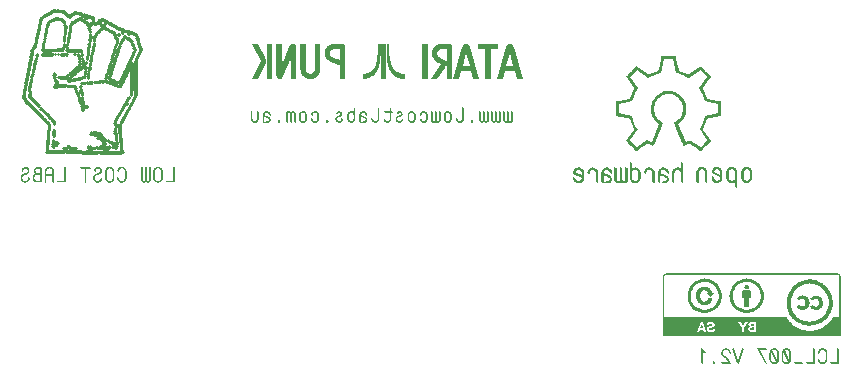
<source format=gbo>
G04 Layer_Color=13813960*
%FSAX43Y43*%
%MOMM*%
G71*
G01*
G75*
%ADD28C,0.254*%
G36*
X0177962Y0235834D02*
X0177979Y0235831D01*
X0178002Y0235820D01*
X0178011Y0235812D01*
X0178019Y0235805D01*
X0178023Y0235803D01*
X0178026Y0235801D01*
X0178037Y0235787D01*
X0178044Y0235773D01*
X0178054Y0235744D01*
X0178056Y0235733D01*
X0178058Y0235726D01*
Y0235718D01*
Y0235716D01*
X0178056Y0235700D01*
X0178054Y0235683D01*
X0178042Y0235657D01*
X0178035Y0235648D01*
X0178030Y0235641D01*
X0178028Y0235636D01*
X0178026Y0235634D01*
X0178011Y0235622D01*
X0178000Y0235615D01*
X0177974Y0235606D01*
X0177962Y0235603D01*
X0177953Y0235601D01*
X0177946D01*
X0177927Y0235603D01*
X0177913Y0235606D01*
X0177887Y0235617D01*
X0177878Y0235624D01*
X0177868Y0235629D01*
X0177866Y0235632D01*
X0177863Y0235634D01*
X0177852Y0235648D01*
X0177842Y0235662D01*
X0177838Y0235676D01*
X0177833Y0235688D01*
X0177831Y0235700D01*
X0177828Y0235709D01*
Y0235714D01*
Y0235716D01*
X0177831Y0235735D01*
X0177833Y0235751D01*
X0177845Y0235777D01*
X0177852Y0235787D01*
X0177859Y0235794D01*
X0177861Y0235798D01*
X0177863Y0235801D01*
X0177875Y0235812D01*
X0177889Y0235822D01*
X0177903Y0235827D01*
X0177918Y0235831D01*
X0177929Y0235834D01*
X0177936Y0235836D01*
X0177946D01*
X0177962Y0235834D01*
D02*
G37*
G36*
X0175949Y0236592D02*
X0175996Y0236581D01*
X0176036Y0236567D01*
X0176071Y0236548D01*
X0176099Y0236529D01*
X0176118Y0236515D01*
X0176132Y0236503D01*
X0176137Y0236499D01*
X0176169Y0236461D01*
X0176193Y0236421D01*
X0176209Y0236381D01*
X0176221Y0236343D01*
X0176228Y0236311D01*
X0176231Y0236285D01*
X0176233Y0236275D01*
Y0236268D01*
Y0236264D01*
Y0236261D01*
Y0235935D01*
X0176228Y0235885D01*
X0176219Y0235838D01*
X0176202Y0235798D01*
X0176184Y0235763D01*
X0176167Y0235735D01*
X0176151Y0235716D01*
X0176141Y0235702D01*
X0176137Y0235697D01*
X0176099Y0235664D01*
X0176057Y0235641D01*
X0176019Y0235624D01*
X0175982Y0235613D01*
X0175949Y0235606D01*
X0175923Y0235603D01*
X0175913Y0235601D01*
X0175899D01*
X0175850Y0235606D01*
X0175803Y0235615D01*
X0175763Y0235632D01*
X0175728Y0235650D01*
X0175700Y0235667D01*
X0175678Y0235683D01*
X0175667Y0235693D01*
X0175662Y0235697D01*
X0175643Y0235716D01*
X0175629Y0235735D01*
X0175603Y0235777D01*
X0175584Y0235815D01*
X0175573Y0235852D01*
X0175566Y0235885D01*
X0175563Y0235911D01*
X0175561Y0235921D01*
Y0235928D01*
Y0235932D01*
Y0235935D01*
Y0236261D01*
Y0236287D01*
X0175566Y0236311D01*
X0175577Y0236358D01*
X0175594Y0236397D01*
X0175610Y0236433D01*
X0175629Y0236461D01*
X0175646Y0236482D01*
X0175657Y0236494D01*
X0175660Y0236499D01*
X0175662D01*
X0175700Y0236531D01*
X0175740Y0236555D01*
X0175779Y0236574D01*
X0175817Y0236585D01*
X0175850Y0236592D01*
X0175876Y0236595D01*
X0175885Y0236597D01*
X0175899D01*
X0175949Y0236592D01*
D02*
G37*
G36*
X0178998Y0236595D02*
X0179034Y0236585D01*
X0179066Y0236571D01*
X0179092Y0236557D01*
X0179113Y0236543D01*
X0179130Y0236529D01*
X0179142Y0236520D01*
X0179144Y0236517D01*
X0179170Y0236489D01*
X0179189Y0236459D01*
X0179200Y0236430D01*
X0179210Y0236402D01*
X0179217Y0236379D01*
X0179219Y0236360D01*
X0179221Y0236348D01*
Y0236343D01*
Y0236332D01*
Y0236329D01*
Y0236327D01*
X0179214Y0236287D01*
X0179205Y0236254D01*
X0179193Y0236226D01*
X0179179Y0236200D01*
X0179167Y0236181D01*
X0179156Y0236170D01*
X0179149Y0236160D01*
X0179146Y0236158D01*
X0179120Y0236137D01*
X0179090Y0236123D01*
X0179062Y0236108D01*
X0179034Y0236101D01*
X0179008Y0236094D01*
X0178989Y0236092D01*
X0178975Y0236090D01*
X0178970D01*
X0178937Y0236085D01*
X0178909Y0236078D01*
X0178885Y0236071D01*
X0178864Y0236059D01*
X0178848Y0236050D01*
X0178836Y0236043D01*
X0178829Y0236036D01*
X0178827Y0236033D01*
X0178810Y0236012D01*
X0178796Y0235993D01*
X0178787Y0235975D01*
X0178782Y0235956D01*
X0178777Y0235942D01*
X0178775Y0235930D01*
Y0235923D01*
Y0235921D01*
X0178777Y0235895D01*
X0178782Y0235874D01*
X0178792Y0235852D01*
X0178801Y0235834D01*
X0178810Y0235817D01*
X0178820Y0235805D01*
X0178824Y0235798D01*
X0178827Y0235796D01*
X0178848Y0235780D01*
X0178869Y0235765D01*
X0178890Y0235756D01*
X0178911Y0235751D01*
X0178930Y0235747D01*
X0178944Y0235744D01*
X0178958D01*
X0178987Y0235747D01*
X0179015Y0235754D01*
X0179038Y0235761D01*
X0179057Y0235773D01*
X0179073Y0235782D01*
X0179088Y0235789D01*
X0179095Y0235796D01*
X0179097Y0235798D01*
X0179116Y0235820D01*
X0179128Y0235843D01*
X0179137Y0235866D01*
X0179144Y0235888D01*
X0179149Y0235906D01*
X0179151Y0235923D01*
Y0235932D01*
Y0235937D01*
X0179153Y0236005D01*
X0179297Y0235942D01*
X0179294Y0235935D01*
X0179287Y0235885D01*
X0179276Y0235841D01*
X0179259Y0235801D01*
X0179240Y0235765D01*
X0179221Y0235735D01*
X0179205Y0235714D01*
X0179193Y0235700D01*
X0179189Y0235697D01*
Y0235695D01*
X0179153Y0235664D01*
X0179116Y0235641D01*
X0179076Y0235624D01*
X0179041Y0235613D01*
X0179008Y0235606D01*
X0178982Y0235603D01*
X0178972Y0235601D01*
X0178958D01*
X0178907Y0235606D01*
X0178860Y0235615D01*
X0178820Y0235632D01*
X0178784Y0235650D01*
X0178759Y0235667D01*
X0178737Y0235683D01*
X0178726Y0235693D01*
X0178721Y0235697D01*
X0178693Y0235733D01*
X0178669Y0235770D01*
X0178655Y0235805D01*
X0178644Y0235841D01*
X0178636Y0235869D01*
X0178634Y0235890D01*
X0178632Y0235899D01*
Y0235906D01*
Y0235909D01*
Y0235911D01*
Y0235913D01*
X0178636Y0235958D01*
X0178646Y0235998D01*
X0178660Y0236036D01*
X0178676Y0236066D01*
X0178695Y0236092D01*
X0178709Y0236108D01*
X0178719Y0236120D01*
X0178723Y0236125D01*
X0178759Y0236151D01*
X0178796Y0236172D01*
X0178836Y0236191D01*
X0178874Y0236202D01*
X0178909Y0236212D01*
X0178937Y0236217D01*
X0178949Y0236219D01*
X0178956Y0236221D01*
X0178963D01*
X0178982Y0236226D01*
X0178998Y0236231D01*
X0179012Y0236235D01*
X0179026Y0236242D01*
X0179036Y0236247D01*
X0179043Y0236252D01*
X0179045Y0236257D01*
X0179048D01*
X0179057Y0236268D01*
X0179064Y0236282D01*
X0179073Y0236306D01*
X0179076Y0236315D01*
X0179078Y0236325D01*
Y0236329D01*
Y0236332D01*
Y0236334D01*
X0179076Y0236350D01*
X0179073Y0236365D01*
X0179062Y0236390D01*
X0179055Y0236400D01*
X0179050Y0236407D01*
X0179048Y0236409D01*
X0179045Y0236412D01*
X0179031Y0236423D01*
X0179017Y0236433D01*
X0179003Y0236440D01*
X0178989Y0236444D01*
X0178977Y0236447D01*
X0178968Y0236449D01*
X0178961D01*
X0178942Y0236447D01*
X0178925Y0236444D01*
X0178911Y0236437D01*
X0178900Y0236430D01*
X0178890Y0236423D01*
X0178881Y0236419D01*
X0178878Y0236414D01*
X0178876Y0236412D01*
X0178857Y0236381D01*
X0178843Y0236350D01*
X0178839Y0236339D01*
X0178834Y0236327D01*
X0178831Y0236320D01*
Y0236318D01*
X0178702Y0236374D01*
X0178712Y0236407D01*
X0178723Y0236435D01*
X0178737Y0236459D01*
X0178749Y0236480D01*
X0178759Y0236496D01*
X0178768Y0236508D01*
X0178773Y0236515D01*
X0178775Y0236517D01*
X0178803Y0236543D01*
X0178834Y0236564D01*
X0178864Y0236578D01*
X0178893Y0236588D01*
X0178918Y0236592D01*
X0178940Y0236597D01*
X0178958D01*
X0178998Y0236595D01*
D02*
G37*
G36*
X0185147Y0236592D02*
X0185194Y0236581D01*
X0185234Y0236567D01*
X0185269Y0236548D01*
X0185297Y0236529D01*
X0185316Y0236515D01*
X0185330Y0236503D01*
X0185335Y0236499D01*
X0185368Y0236461D01*
X0185391Y0236421D01*
X0185408Y0236381D01*
X0185419Y0236343D01*
X0185427Y0236311D01*
X0185429Y0236285D01*
X0185431Y0236275D01*
Y0236268D01*
Y0236264D01*
Y0236261D01*
Y0235935D01*
X0185427Y0235885D01*
X0185417Y0235838D01*
X0185401Y0235798D01*
X0185382Y0235763D01*
X0185365Y0235735D01*
X0185349Y0235716D01*
X0185340Y0235702D01*
X0185335Y0235697D01*
X0185297Y0235664D01*
X0185255Y0235641D01*
X0185217Y0235624D01*
X0185180Y0235613D01*
X0185147Y0235606D01*
X0185121Y0235603D01*
X0185112Y0235601D01*
X0185098D01*
X0185048Y0235606D01*
X0185001Y0235615D01*
X0184961Y0235632D01*
X0184926Y0235650D01*
X0184898Y0235667D01*
X0184877Y0235683D01*
X0184865Y0235693D01*
X0184860Y0235697D01*
X0184841Y0235716D01*
X0184827Y0235735D01*
X0184802Y0235777D01*
X0184783Y0235815D01*
X0184771Y0235852D01*
X0184764Y0235885D01*
X0184762Y0235911D01*
X0184759Y0235921D01*
Y0235928D01*
Y0235932D01*
Y0235935D01*
Y0236261D01*
Y0236287D01*
X0184764Y0236311D01*
X0184776Y0236358D01*
X0184792Y0236397D01*
X0184809Y0236433D01*
X0184827Y0236461D01*
X0184844Y0236482D01*
X0184856Y0236494D01*
X0184858Y0236499D01*
X0184860D01*
X0184898Y0236531D01*
X0184938Y0236555D01*
X0184978Y0236574D01*
X0185015Y0236585D01*
X0185048Y0236592D01*
X0185074Y0236595D01*
X0185083Y0236597D01*
X0185098D01*
X0185147Y0236592D01*
D02*
G37*
G36*
X0184108Y0236595D02*
X0184144Y0236585D01*
X0184177Y0236571D01*
X0184202Y0236557D01*
X0184224Y0236543D01*
X0184240Y0236529D01*
X0184252Y0236520D01*
X0184254Y0236517D01*
X0184280Y0236489D01*
X0184299Y0236459D01*
X0184311Y0236430D01*
X0184320Y0236402D01*
X0184327Y0236379D01*
X0184329Y0236360D01*
X0184332Y0236348D01*
Y0236343D01*
Y0236332D01*
Y0236329D01*
Y0236327D01*
X0184325Y0236287D01*
X0184315Y0236254D01*
X0184303Y0236226D01*
X0184289Y0236200D01*
X0184278Y0236181D01*
X0184266Y0236170D01*
X0184259Y0236160D01*
X0184256Y0236158D01*
X0184231Y0236137D01*
X0184200Y0236123D01*
X0184172Y0236108D01*
X0184144Y0236101D01*
X0184118Y0236094D01*
X0184099Y0236092D01*
X0184085Y0236090D01*
X0184080D01*
X0184047Y0236085D01*
X0184019Y0236078D01*
X0183996Y0236071D01*
X0183975Y0236059D01*
X0183958Y0236050D01*
X0183946Y0236043D01*
X0183939Y0236036D01*
X0183937Y0236033D01*
X0183920Y0236012D01*
X0183906Y0235993D01*
X0183897Y0235975D01*
X0183892Y0235956D01*
X0183888Y0235942D01*
X0183885Y0235930D01*
Y0235923D01*
Y0235921D01*
X0183888Y0235895D01*
X0183892Y0235874D01*
X0183902Y0235852D01*
X0183911Y0235834D01*
X0183920Y0235817D01*
X0183930Y0235805D01*
X0183935Y0235798D01*
X0183937Y0235796D01*
X0183958Y0235780D01*
X0183979Y0235765D01*
X0184000Y0235756D01*
X0184022Y0235751D01*
X0184040Y0235747D01*
X0184054Y0235744D01*
X0184068D01*
X0184097Y0235747D01*
X0184125Y0235754D01*
X0184148Y0235761D01*
X0184167Y0235773D01*
X0184184Y0235782D01*
X0184198Y0235789D01*
X0184205Y0235796D01*
X0184207Y0235798D01*
X0184226Y0235820D01*
X0184238Y0235843D01*
X0184247Y0235866D01*
X0184254Y0235888D01*
X0184259Y0235906D01*
X0184261Y0235923D01*
Y0235932D01*
Y0235937D01*
X0184264Y0236005D01*
X0184407Y0235942D01*
X0184404Y0235935D01*
X0184397Y0235885D01*
X0184386Y0235841D01*
X0184369Y0235801D01*
X0184350Y0235765D01*
X0184332Y0235735D01*
X0184315Y0235714D01*
X0184303Y0235700D01*
X0184299Y0235697D01*
Y0235695D01*
X0184264Y0235664D01*
X0184226Y0235641D01*
X0184186Y0235624D01*
X0184151Y0235613D01*
X0184118Y0235606D01*
X0184092Y0235603D01*
X0184083Y0235601D01*
X0184068D01*
X0184017Y0235606D01*
X0183970Y0235615D01*
X0183930Y0235632D01*
X0183895Y0235650D01*
X0183869Y0235667D01*
X0183848Y0235683D01*
X0183836Y0235693D01*
X0183831Y0235697D01*
X0183803Y0235733D01*
X0183780Y0235770D01*
X0183765Y0235805D01*
X0183754Y0235841D01*
X0183747Y0235869D01*
X0183744Y0235890D01*
X0183742Y0235899D01*
Y0235906D01*
Y0235909D01*
Y0235911D01*
Y0235913D01*
X0183747Y0235958D01*
X0183756Y0235998D01*
X0183770Y0236036D01*
X0183787Y0236066D01*
X0183805Y0236092D01*
X0183819Y0236108D01*
X0183829Y0236120D01*
X0183834Y0236125D01*
X0183869Y0236151D01*
X0183906Y0236172D01*
X0183946Y0236191D01*
X0183984Y0236202D01*
X0184019Y0236212D01*
X0184047Y0236217D01*
X0184059Y0236219D01*
X0184066Y0236221D01*
X0184073D01*
X0184092Y0236226D01*
X0184108Y0236231D01*
X0184123Y0236235D01*
X0184137Y0236242D01*
X0184146Y0236247D01*
X0184153Y0236252D01*
X0184155Y0236257D01*
X0184158D01*
X0184167Y0236268D01*
X0184174Y0236282D01*
X0184184Y0236306D01*
X0184186Y0236315D01*
X0184188Y0236325D01*
Y0236329D01*
Y0236332D01*
Y0236334D01*
X0184186Y0236350D01*
X0184184Y0236365D01*
X0184172Y0236390D01*
X0184165Y0236400D01*
X0184160Y0236407D01*
X0184158Y0236409D01*
X0184155Y0236412D01*
X0184141Y0236423D01*
X0184127Y0236433D01*
X0184113Y0236440D01*
X0184099Y0236444D01*
X0184087Y0236447D01*
X0184078Y0236449D01*
X0184071D01*
X0184052Y0236447D01*
X0184036Y0236444D01*
X0184022Y0236437D01*
X0184010Y0236430D01*
X0184000Y0236423D01*
X0183991Y0236419D01*
X0183989Y0236414D01*
X0183986Y0236412D01*
X0183967Y0236381D01*
X0183953Y0236350D01*
X0183949Y0236339D01*
X0183944Y0236327D01*
X0183942Y0236320D01*
Y0236318D01*
X0183812Y0236374D01*
X0183822Y0236407D01*
X0183834Y0236435D01*
X0183848Y0236459D01*
X0183859Y0236480D01*
X0183869Y0236496D01*
X0183878Y0236508D01*
X0183883Y0236515D01*
X0183885Y0236517D01*
X0183913Y0236543D01*
X0183944Y0236564D01*
X0183975Y0236578D01*
X0184003Y0236588D01*
X0184029Y0236592D01*
X0184050Y0236597D01*
X0184068D01*
X0184108Y0236595D01*
D02*
G37*
G36*
X0193462Y0242310D02*
X0193499Y0242301D01*
X0193537Y0242286D01*
X0193570Y0242268D01*
X0193622Y0242221D01*
X0193669Y0242164D01*
X0193701Y0242108D01*
X0193720Y0242061D01*
X0193730Y0242042D01*
X0193734Y0242028D01*
X0193739Y0242018D01*
Y0242014D01*
X0194496Y0239301D01*
X0194031D01*
X0193838Y0239978D01*
X0192996D01*
X0192808Y0239301D01*
X0192338D01*
X0193100Y0242014D01*
X0193118Y0242066D01*
X0193137Y0242113D01*
X0193161Y0242155D01*
X0193184Y0242188D01*
X0193208Y0242216D01*
X0193236Y0242239D01*
X0193288Y0242277D01*
X0193339Y0242301D01*
X0193382Y0242310D01*
X0193410Y0242315D01*
X0193419D01*
X0193462Y0242310D01*
D02*
G37*
G36*
X0192399Y0241863D02*
X0191793D01*
Y0239301D01*
X0191341D01*
Y0241863D01*
X0190739D01*
Y0242315D01*
X0192399D01*
Y0241863D01*
D02*
G37*
G36*
X0177340Y0240128D02*
X0177335Y0240067D01*
X0177331Y0240011D01*
X0177302Y0239903D01*
X0177265Y0239804D01*
X0177218Y0239719D01*
X0177171Y0239649D01*
X0177152Y0239621D01*
X0177133Y0239597D01*
X0177119Y0239574D01*
X0177105Y0239560D01*
X0177100Y0239555D01*
X0177096Y0239550D01*
X0177049Y0239508D01*
X0176997Y0239470D01*
X0176945Y0239433D01*
X0176898Y0239404D01*
X0176799Y0239362D01*
X0176710Y0239334D01*
X0176630Y0239315D01*
X0176597Y0239310D01*
X0176569Y0239306D01*
X0176546Y0239301D01*
X0176513D01*
X0176451Y0239306D01*
X0176395Y0239310D01*
X0176287Y0239339D01*
X0176188Y0239381D01*
X0176104Y0239428D01*
X0176033Y0239470D01*
X0176005Y0239494D01*
X0175981Y0239513D01*
X0175963Y0239527D01*
X0175948Y0239541D01*
X0175944Y0239545D01*
X0175939Y0239550D01*
X0175892Y0239597D01*
X0175854Y0239649D01*
X0175821Y0239696D01*
X0175793Y0239748D01*
X0175746Y0239842D01*
X0175718Y0239931D01*
X0175699Y0240011D01*
X0175695Y0240044D01*
X0175690Y0240072D01*
X0175685Y0240096D01*
Y0240114D01*
Y0240124D01*
Y0240128D01*
Y0242315D01*
X0176136D01*
Y0240128D01*
X0176141Y0240077D01*
X0176155Y0240025D01*
X0176174Y0239983D01*
X0176193Y0239940D01*
X0176216Y0239912D01*
X0176235Y0239884D01*
X0176249Y0239870D01*
X0176254Y0239865D01*
X0176296Y0239828D01*
X0176343Y0239799D01*
X0176386Y0239781D01*
X0176423Y0239766D01*
X0176461Y0239757D01*
X0176489Y0239752D01*
X0176513D01*
X0176569Y0239757D01*
X0176616Y0239771D01*
X0176663Y0239790D01*
X0176701Y0239809D01*
X0176734Y0239828D01*
X0176757Y0239846D01*
X0176771Y0239860D01*
X0176776Y0239865D01*
X0176814Y0239912D01*
X0176842Y0239955D01*
X0176861Y0240002D01*
X0176875Y0240039D01*
X0176884Y0240077D01*
X0176889Y0240105D01*
Y0240124D01*
Y0240128D01*
Y0242315D01*
X0177340D01*
Y0240128D01*
D02*
G37*
G36*
X0173874Y0235834D02*
X0173890Y0235831D01*
X0173914Y0235820D01*
X0173923Y0235812D01*
X0173930Y0235805D01*
X0173935Y0235803D01*
X0173937Y0235801D01*
X0173949Y0235787D01*
X0173956Y0235773D01*
X0173966Y0235744D01*
X0173968Y0235733D01*
X0173970Y0235726D01*
Y0235718D01*
Y0235716D01*
X0173968Y0235700D01*
X0173966Y0235683D01*
X0173954Y0235657D01*
X0173947Y0235648D01*
X0173942Y0235641D01*
X0173940Y0235636D01*
X0173937Y0235634D01*
X0173923Y0235622D01*
X0173912Y0235615D01*
X0173886Y0235606D01*
X0173874Y0235603D01*
X0173865Y0235601D01*
X0173858D01*
X0173839Y0235603D01*
X0173825Y0235606D01*
X0173799Y0235617D01*
X0173789Y0235624D01*
X0173780Y0235629D01*
X0173778Y0235632D01*
X0173775Y0235634D01*
X0173764Y0235648D01*
X0173754Y0235662D01*
X0173749Y0235676D01*
X0173745Y0235688D01*
X0173742Y0235700D01*
X0173740Y0235709D01*
Y0235714D01*
Y0235716D01*
X0173742Y0235735D01*
X0173745Y0235751D01*
X0173757Y0235777D01*
X0173764Y0235787D01*
X0173771Y0235794D01*
X0173773Y0235798D01*
X0173775Y0235801D01*
X0173787Y0235812D01*
X0173801Y0235822D01*
X0173815Y0235827D01*
X0173829Y0235831D01*
X0173841Y0235834D01*
X0173848Y0235836D01*
X0173858D01*
X0173874Y0235834D01*
D02*
G37*
G36*
X0175065Y0242310D02*
X0175102Y0242301D01*
X0175135Y0242286D01*
X0175163Y0242268D01*
X0175191Y0242249D01*
X0175210Y0242235D01*
X0175220Y0242225D01*
X0175224Y0242221D01*
X0175253Y0242188D01*
X0175271Y0242150D01*
X0175286Y0242117D01*
X0175295Y0242084D01*
X0175300Y0242056D01*
X0175304Y0242033D01*
Y0242018D01*
Y0242014D01*
Y0239301D01*
X0174853D01*
Y0241125D01*
X0174228Y0239602D01*
X0174204Y0239550D01*
X0174181Y0239503D01*
X0174157Y0239461D01*
X0174129Y0239428D01*
X0174105Y0239400D01*
X0174082Y0239376D01*
X0174035Y0239339D01*
X0173997Y0239315D01*
X0173964Y0239306D01*
X0173946Y0239301D01*
X0173936D01*
X0173894Y0239306D01*
X0173856Y0239315D01*
X0173823Y0239329D01*
X0173795Y0239348D01*
X0173772Y0239362D01*
X0173753Y0239376D01*
X0173743Y0239386D01*
X0173739Y0239390D01*
X0173710Y0239428D01*
X0173687Y0239466D01*
X0173673Y0239498D01*
X0173659Y0239531D01*
X0173654Y0239560D01*
X0173649Y0239583D01*
Y0239597D01*
Y0239602D01*
Y0242315D01*
X0174101D01*
Y0240486D01*
X0174731Y0242014D01*
X0174754Y0242066D01*
X0174778Y0242113D01*
X0174801Y0242155D01*
X0174829Y0242188D01*
X0174853Y0242216D01*
X0174876Y0242239D01*
X0174923Y0242277D01*
X0174961Y0242301D01*
X0174994Y0242310D01*
X0175013Y0242315D01*
X0175022D01*
X0175065Y0242310D01*
D02*
G37*
G36*
X0172145Y0236534D02*
Y0235935D01*
X0172140Y0235885D01*
X0172128Y0235838D01*
X0172114Y0235798D01*
X0172095Y0235763D01*
X0172077Y0235735D01*
X0172063Y0235716D01*
X0172051Y0235702D01*
X0172046Y0235697D01*
X0172009Y0235664D01*
X0171966Y0235641D01*
X0171929Y0235624D01*
X0171891Y0235613D01*
X0171858Y0235606D01*
X0171832Y0235603D01*
X0171823Y0235601D01*
X0171809D01*
X0171759Y0235606D01*
X0171712Y0235615D01*
X0171673Y0235632D01*
X0171637Y0235650D01*
X0171609Y0235667D01*
X0171588Y0235683D01*
X0171576Y0235693D01*
X0171572Y0235697D01*
X0171539Y0235735D01*
X0171515Y0235777D01*
X0171496Y0235815D01*
X0171485Y0235852D01*
X0171478Y0235885D01*
X0171475Y0235911D01*
X0171473Y0235921D01*
Y0235928D01*
Y0235932D01*
Y0235935D01*
Y0236597D01*
X0171499Y0236585D01*
X0171520Y0236576D01*
X0171539Y0236569D01*
X0171555Y0236560D01*
X0171569Y0236555D01*
X0171581Y0236550D01*
X0171597Y0236541D01*
X0171609Y0236536D01*
X0171614Y0236534D01*
X0171616D01*
Y0235937D01*
Y0235935D01*
X0171618Y0235906D01*
X0171626Y0235881D01*
X0171635Y0235857D01*
X0171644Y0235836D01*
X0171654Y0235820D01*
X0171663Y0235808D01*
X0171670Y0235801D01*
X0171673Y0235798D01*
X0171694Y0235780D01*
X0171717Y0235768D01*
X0171738Y0235758D01*
X0171759Y0235751D01*
X0171778Y0235747D01*
X0171792Y0235744D01*
X0171804D01*
X0171835Y0235747D01*
X0171863Y0235754D01*
X0171886Y0235761D01*
X0171905Y0235773D01*
X0171922Y0235782D01*
X0171936Y0235789D01*
X0171943Y0235796D01*
X0171945Y0235798D01*
X0171964Y0235820D01*
X0171978Y0235843D01*
X0171987Y0235866D01*
X0171994Y0235888D01*
X0171999Y0235906D01*
X0172001Y0235923D01*
Y0235932D01*
Y0235937D01*
Y0236597D01*
X0172145Y0236534D01*
D02*
G37*
G36*
X0193685D02*
Y0235843D01*
X0193683Y0235805D01*
X0193673Y0235773D01*
X0193664Y0235742D01*
X0193650Y0235718D01*
X0193638Y0235697D01*
X0193626Y0235681D01*
X0193619Y0235671D01*
X0193617Y0235669D01*
X0193591Y0235646D01*
X0193563Y0235629D01*
X0193535Y0235617D01*
X0193506Y0235610D01*
X0193483Y0235606D01*
X0193462Y0235601D01*
X0193445D01*
X0193408Y0235603D01*
X0193375Y0235613D01*
X0193347Y0235622D01*
X0193321Y0235636D01*
X0193302Y0235648D01*
X0193286Y0235660D01*
X0193276Y0235667D01*
X0193274Y0235669D01*
X0193248Y0235646D01*
X0193217Y0235629D01*
X0193189Y0235617D01*
X0193163Y0235610D01*
X0193138Y0235606D01*
X0193119Y0235601D01*
X0193102D01*
X0193065Y0235603D01*
X0193032Y0235613D01*
X0193004Y0235624D01*
X0192978Y0235636D01*
X0192959Y0235650D01*
X0192943Y0235660D01*
X0192933Y0235669D01*
X0192931Y0235671D01*
X0192907Y0235700D01*
X0192889Y0235728D01*
X0192877Y0235756D01*
X0192867Y0235782D01*
X0192863Y0235805D01*
X0192858Y0235824D01*
Y0235836D01*
Y0235841D01*
Y0236597D01*
X0193001Y0236534D01*
Y0235845D01*
X0193004Y0235829D01*
X0193006Y0235815D01*
X0193015Y0235791D01*
X0193022Y0235782D01*
X0193027Y0235775D01*
X0193029Y0235773D01*
X0193032Y0235770D01*
X0193044Y0235761D01*
X0193055Y0235754D01*
X0193079Y0235744D01*
X0193091Y0235742D01*
X0193098Y0235740D01*
X0193105D01*
X0193119Y0235742D01*
X0193133Y0235744D01*
X0193154Y0235756D01*
X0193168Y0235765D01*
X0193170Y0235768D01*
X0193173Y0235770D01*
X0193182Y0235782D01*
X0193189Y0235796D01*
X0193196Y0235820D01*
X0193199Y0235829D01*
X0193201Y0235838D01*
Y0235843D01*
Y0235845D01*
Y0236597D01*
X0193344Y0236534D01*
Y0235845D01*
X0193347Y0235829D01*
X0193349Y0235815D01*
X0193358Y0235791D01*
X0193365Y0235782D01*
X0193370Y0235775D01*
X0193373Y0235773D01*
X0193375Y0235770D01*
X0193387Y0235761D01*
X0193398Y0235754D01*
X0193422Y0235744D01*
X0193434Y0235742D01*
X0193441Y0235740D01*
X0193448D01*
X0193462Y0235742D01*
X0193476Y0235744D01*
X0193497Y0235756D01*
X0193511Y0235765D01*
X0193513Y0235768D01*
X0193516Y0235770D01*
X0193525Y0235782D01*
X0193532Y0235796D01*
X0193539Y0235820D01*
X0193542Y0235829D01*
X0193544Y0235838D01*
Y0235843D01*
Y0235845D01*
Y0236597D01*
X0193685Y0236534D01*
D02*
G37*
G36*
X0176971Y0236592D02*
X0177018Y0236581D01*
X0177058Y0236567D01*
X0177093Y0236548D01*
X0177121Y0236529D01*
X0177140Y0236515D01*
X0177154Y0236503D01*
X0177159Y0236499D01*
X0177192Y0236461D01*
X0177215Y0236421D01*
X0177231Y0236381D01*
X0177243Y0236343D01*
X0177250Y0236311D01*
X0177253Y0236285D01*
X0177255Y0236275D01*
Y0236268D01*
Y0236264D01*
Y0236261D01*
Y0235935D01*
X0177250Y0235885D01*
X0177241Y0235838D01*
X0177224Y0235798D01*
X0177206Y0235763D01*
X0177189Y0235735D01*
X0177173Y0235716D01*
X0177163Y0235702D01*
X0177159Y0235697D01*
X0177121Y0235664D01*
X0177079Y0235641D01*
X0177041Y0235624D01*
X0177004Y0235613D01*
X0176971Y0235606D01*
X0176945Y0235603D01*
X0176935Y0235601D01*
X0176921D01*
X0176872Y0235606D01*
X0176827Y0235615D01*
X0176787Y0235632D01*
X0176755Y0235648D01*
X0176726Y0235664D01*
X0176708Y0235681D01*
X0176696Y0235690D01*
X0176691Y0235695D01*
X0176672Y0235716D01*
X0176656Y0235737D01*
X0176628Y0235782D01*
X0176609Y0235822D01*
X0176597Y0235857D01*
X0176588Y0235890D01*
X0176585Y0235913D01*
X0176583Y0235923D01*
Y0235930D01*
Y0235932D01*
Y0235935D01*
Y0236012D01*
X0176726Y0235949D01*
Y0235937D01*
X0176729Y0235906D01*
X0176736Y0235881D01*
X0176745Y0235857D01*
X0176757Y0235836D01*
X0176766Y0235820D01*
X0176776Y0235808D01*
X0176783Y0235801D01*
X0176785Y0235798D01*
X0176806Y0235780D01*
X0176830Y0235768D01*
X0176851Y0235758D01*
X0176872Y0235751D01*
X0176891Y0235747D01*
X0176905Y0235744D01*
X0176917D01*
X0176945Y0235747D01*
X0176971Y0235754D01*
X0176992Y0235761D01*
X0177013Y0235773D01*
X0177029Y0235782D01*
X0177041Y0235789D01*
X0177051Y0235796D01*
X0177053Y0235798D01*
X0177072Y0235820D01*
X0177086Y0235843D01*
X0177098Y0235866D01*
X0177105Y0235890D01*
X0177109Y0235909D01*
X0177112Y0235923D01*
Y0235932D01*
Y0235937D01*
Y0236259D01*
Y0236261D01*
X0177109Y0236289D01*
X0177102Y0236315D01*
X0177093Y0236339D01*
X0177083Y0236360D01*
X0177074Y0236376D01*
X0177065Y0236388D01*
X0177058Y0236395D01*
X0177055Y0236397D01*
X0177034Y0236416D01*
X0177011Y0236430D01*
X0176987Y0236440D01*
X0176966Y0236447D01*
X0176947Y0236452D01*
X0176933Y0236454D01*
X0176919D01*
X0176891Y0236452D01*
X0176865Y0236444D01*
X0176841Y0236435D01*
X0176823Y0236426D01*
X0176806Y0236416D01*
X0176794Y0236407D01*
X0176787Y0236400D01*
X0176785Y0236397D01*
X0176766Y0236376D01*
X0176752Y0236353D01*
X0176743Y0236329D01*
X0176733Y0236308D01*
X0176731Y0236287D01*
X0176726Y0236273D01*
Y0236264D01*
Y0236259D01*
Y0236188D01*
X0176583Y0236254D01*
Y0236261D01*
Y0236287D01*
X0176588Y0236311D01*
X0176599Y0236358D01*
X0176616Y0236397D01*
X0176632Y0236433D01*
X0176651Y0236461D01*
X0176668Y0236482D01*
X0176679Y0236494D01*
X0176682Y0236499D01*
X0176684D01*
X0176722Y0236531D01*
X0176762Y0236555D01*
X0176801Y0236574D01*
X0176839Y0236585D01*
X0176872Y0236592D01*
X0176898Y0236595D01*
X0176907Y0236597D01*
X0176921D01*
X0176971Y0236592D01*
D02*
G37*
G36*
X0183387Y0236881D02*
Y0236581D01*
X0183436D01*
X0183498Y0236437D01*
X0183387D01*
Y0235935D01*
X0183382Y0235885D01*
X0183371Y0235838D01*
X0183357Y0235798D01*
X0183338Y0235763D01*
X0183319Y0235735D01*
X0183305Y0235716D01*
X0183293Y0235702D01*
X0183288Y0235697D01*
X0183251Y0235664D01*
X0183209Y0235641D01*
X0183171Y0235624D01*
X0183133Y0235613D01*
X0183101Y0235606D01*
X0183075Y0235603D01*
X0183065Y0235601D01*
X0183051D01*
X0183002Y0235606D01*
X0182955Y0235615D01*
X0182915Y0235632D01*
X0182880Y0235650D01*
X0182851Y0235667D01*
X0182830Y0235683D01*
X0182819Y0235693D01*
X0182814Y0235697D01*
X0182781Y0235735D01*
X0182757Y0235777D01*
X0182739Y0235815D01*
X0182727Y0235852D01*
X0182720Y0235885D01*
X0182718Y0235911D01*
X0182715Y0235921D01*
Y0235928D01*
Y0235932D01*
Y0235935D01*
Y0236005D01*
X0182741Y0235993D01*
X0182762Y0235984D01*
X0182781Y0235977D01*
X0182797Y0235968D01*
X0182812Y0235963D01*
X0182823Y0235958D01*
X0182840Y0235949D01*
X0182851Y0235944D01*
X0182856Y0235942D01*
X0182859D01*
X0182861Y0235911D01*
X0182868Y0235883D01*
X0182877Y0235859D01*
X0182887Y0235838D01*
X0182898Y0235822D01*
X0182908Y0235810D01*
X0182915Y0235803D01*
X0182917Y0235801D01*
X0182938Y0235782D01*
X0182962Y0235768D01*
X0182985Y0235758D01*
X0183007Y0235751D01*
X0183025Y0235747D01*
X0183039Y0235744D01*
X0183054D01*
X0183082Y0235747D01*
X0183108Y0235754D01*
X0183131Y0235761D01*
X0183150Y0235773D01*
X0183166Y0235782D01*
X0183178Y0235789D01*
X0183185Y0235796D01*
X0183187Y0235798D01*
X0183206Y0235820D01*
X0183220Y0235843D01*
X0183230Y0235866D01*
X0183237Y0235888D01*
X0183241Y0235906D01*
X0183244Y0235923D01*
Y0235932D01*
Y0235937D01*
Y0236437D01*
X0182856D01*
X0182793Y0236581D01*
X0183244D01*
Y0236945D01*
X0183387Y0236881D01*
D02*
G37*
G36*
X0182365D02*
Y0235935D01*
X0182360Y0235885D01*
X0182349Y0235838D01*
X0182335Y0235798D01*
X0182316Y0235763D01*
X0182297Y0235735D01*
X0182283Y0235716D01*
X0182271Y0235702D01*
X0182266Y0235697D01*
X0182229Y0235664D01*
X0182187Y0235641D01*
X0182149Y0235624D01*
X0182111Y0235613D01*
X0182078Y0235606D01*
X0182053Y0235603D01*
X0182043Y0235601D01*
X0182029D01*
X0181980Y0235606D01*
X0181933Y0235615D01*
X0181893Y0235632D01*
X0181858Y0235650D01*
X0181829Y0235667D01*
X0181808Y0235683D01*
X0181797Y0235693D01*
X0181792Y0235697D01*
X0181759Y0235735D01*
X0181735Y0235777D01*
X0181717Y0235815D01*
X0181705Y0235852D01*
X0181698Y0235885D01*
X0181696Y0235911D01*
X0181693Y0235921D01*
Y0235928D01*
Y0235932D01*
Y0235935D01*
Y0236005D01*
X0181836Y0235942D01*
X0181839Y0235913D01*
X0181846Y0235888D01*
X0181855Y0235864D01*
X0181865Y0235843D01*
X0181874Y0235827D01*
X0181883Y0235815D01*
X0181891Y0235805D01*
X0181893Y0235803D01*
X0181914Y0235784D01*
X0181938Y0235770D01*
X0181959Y0235758D01*
X0181980Y0235751D01*
X0181999Y0235747D01*
X0182013Y0235744D01*
X0182024D01*
X0182055Y0235747D01*
X0182083Y0235754D01*
X0182107Y0235761D01*
X0182125Y0235773D01*
X0182142Y0235782D01*
X0182156Y0235789D01*
X0182163Y0235796D01*
X0182165Y0235798D01*
X0182184Y0235820D01*
X0182198Y0235843D01*
X0182208Y0235866D01*
X0182215Y0235888D01*
X0182219Y0235906D01*
X0182222Y0235923D01*
Y0235932D01*
Y0235937D01*
Y0236945D01*
X0182365Y0236881D01*
D02*
G37*
G36*
X0190227Y0235834D02*
X0190243Y0235831D01*
X0190266Y0235820D01*
X0190276Y0235812D01*
X0190283Y0235805D01*
X0190288Y0235803D01*
X0190290Y0235801D01*
X0190302Y0235787D01*
X0190309Y0235773D01*
X0190318Y0235744D01*
X0190321Y0235733D01*
X0190323Y0235726D01*
Y0235718D01*
Y0235716D01*
X0190321Y0235700D01*
X0190318Y0235683D01*
X0190306Y0235657D01*
X0190299Y0235648D01*
X0190295Y0235641D01*
X0190292Y0235636D01*
X0190290Y0235634D01*
X0190276Y0235622D01*
X0190264Y0235615D01*
X0190238Y0235606D01*
X0190227Y0235603D01*
X0190217Y0235601D01*
X0190210D01*
X0190191Y0235603D01*
X0190177Y0235606D01*
X0190151Y0235617D01*
X0190142Y0235624D01*
X0190133Y0235629D01*
X0190130Y0235632D01*
X0190128Y0235634D01*
X0190116Y0235648D01*
X0190107Y0235662D01*
X0190102Y0235676D01*
X0190097Y0235688D01*
X0190095Y0235700D01*
X0190093Y0235709D01*
Y0235714D01*
Y0235716D01*
X0190095Y0235735D01*
X0190097Y0235751D01*
X0190109Y0235777D01*
X0190116Y0235787D01*
X0190123Y0235794D01*
X0190126Y0235798D01*
X0190128Y0235801D01*
X0190140Y0235812D01*
X0190154Y0235822D01*
X0190168Y0235827D01*
X0190182Y0235831D01*
X0190194Y0235834D01*
X0190201Y0235836D01*
X0190210D01*
X0190227Y0235834D01*
D02*
G37*
G36*
X0188213Y0236592D02*
X0188260Y0236581D01*
X0188300Y0236567D01*
X0188335Y0236548D01*
X0188363Y0236529D01*
X0188382Y0236515D01*
X0188396Y0236503D01*
X0188401Y0236499D01*
X0188434Y0236461D01*
X0188457Y0236421D01*
X0188474Y0236381D01*
X0188486Y0236343D01*
X0188493Y0236311D01*
X0188495Y0236285D01*
X0188497Y0236275D01*
Y0236268D01*
Y0236264D01*
Y0236261D01*
Y0235935D01*
X0188493Y0235885D01*
X0188483Y0235838D01*
X0188467Y0235798D01*
X0188448Y0235763D01*
X0188432Y0235735D01*
X0188415Y0235716D01*
X0188406Y0235702D01*
X0188401Y0235697D01*
X0188363Y0235664D01*
X0188321Y0235641D01*
X0188283Y0235624D01*
X0188246Y0235613D01*
X0188213Y0235606D01*
X0188187Y0235603D01*
X0188178Y0235601D01*
X0188164D01*
X0188114Y0235606D01*
X0188067Y0235615D01*
X0188027Y0235632D01*
X0187992Y0235650D01*
X0187964Y0235667D01*
X0187943Y0235683D01*
X0187931Y0235693D01*
X0187926Y0235697D01*
X0187908Y0235716D01*
X0187893Y0235735D01*
X0187868Y0235777D01*
X0187849Y0235815D01*
X0187837Y0235852D01*
X0187830Y0235885D01*
X0187828Y0235911D01*
X0187825Y0235921D01*
Y0235928D01*
Y0235932D01*
Y0235935D01*
Y0236261D01*
Y0236287D01*
X0187830Y0236311D01*
X0187842Y0236358D01*
X0187858Y0236397D01*
X0187875Y0236433D01*
X0187893Y0236461D01*
X0187910Y0236482D01*
X0187922Y0236494D01*
X0187924Y0236499D01*
X0187926D01*
X0187964Y0236531D01*
X0188004Y0236555D01*
X0188044Y0236574D01*
X0188081Y0236585D01*
X0188114Y0236592D01*
X0188140Y0236595D01*
X0188150Y0236597D01*
X0188164D01*
X0188213Y0236592D01*
D02*
G37*
G36*
X0187553Y0236534D02*
Y0235843D01*
X0187550Y0235805D01*
X0187541Y0235773D01*
X0187532Y0235742D01*
X0187518Y0235718D01*
X0187506Y0235697D01*
X0187494Y0235681D01*
X0187487Y0235671D01*
X0187485Y0235669D01*
X0187459Y0235646D01*
X0187431Y0235629D01*
X0187402Y0235617D01*
X0187374Y0235610D01*
X0187351Y0235606D01*
X0187330Y0235601D01*
X0187313D01*
X0187276Y0235603D01*
X0187243Y0235613D01*
X0187214Y0235622D01*
X0187189Y0235636D01*
X0187170Y0235648D01*
X0187153Y0235660D01*
X0187144Y0235667D01*
X0187142Y0235669D01*
X0187116Y0235646D01*
X0187085Y0235629D01*
X0187057Y0235617D01*
X0187031Y0235610D01*
X0187005Y0235606D01*
X0186987Y0235601D01*
X0186970D01*
X0186933Y0235603D01*
X0186900Y0235613D01*
X0186871Y0235624D01*
X0186846Y0235636D01*
X0186827Y0235650D01*
X0186810Y0235660D01*
X0186801Y0235669D01*
X0186799Y0235671D01*
X0186775Y0235700D01*
X0186756Y0235728D01*
X0186745Y0235756D01*
X0186735Y0235782D01*
X0186730Y0235805D01*
X0186726Y0235824D01*
Y0235836D01*
Y0235841D01*
Y0236597D01*
X0186869Y0236534D01*
Y0235845D01*
X0186871Y0235829D01*
X0186874Y0235815D01*
X0186883Y0235791D01*
X0186890Y0235782D01*
X0186895Y0235775D01*
X0186897Y0235773D01*
X0186900Y0235770D01*
X0186911Y0235761D01*
X0186923Y0235754D01*
X0186947Y0235744D01*
X0186958Y0235742D01*
X0186965Y0235740D01*
X0186972D01*
X0186987Y0235742D01*
X0187001Y0235744D01*
X0187022Y0235756D01*
X0187036Y0235765D01*
X0187038Y0235768D01*
X0187041Y0235770D01*
X0187050Y0235782D01*
X0187057Y0235796D01*
X0187064Y0235820D01*
X0187066Y0235829D01*
X0187069Y0235838D01*
Y0235843D01*
Y0235845D01*
Y0236597D01*
X0187212Y0236534D01*
Y0235845D01*
X0187214Y0235829D01*
X0187217Y0235815D01*
X0187226Y0235791D01*
X0187233Y0235782D01*
X0187238Y0235775D01*
X0187240Y0235773D01*
X0187243Y0235770D01*
X0187254Y0235761D01*
X0187266Y0235754D01*
X0187290Y0235744D01*
X0187301Y0235742D01*
X0187308Y0235740D01*
X0187316D01*
X0187330Y0235742D01*
X0187344Y0235744D01*
X0187365Y0235756D01*
X0187379Y0235765D01*
X0187381Y0235768D01*
X0187384Y0235770D01*
X0187393Y0235782D01*
X0187400Y0235796D01*
X0187407Y0235820D01*
X0187409Y0235829D01*
X0187412Y0235838D01*
Y0235843D01*
Y0235845D01*
Y0236597D01*
X0187553Y0236534D01*
D02*
G37*
G36*
X0192663D02*
Y0235843D01*
X0192661Y0235805D01*
X0192651Y0235773D01*
X0192642Y0235742D01*
X0192628Y0235718D01*
X0192616Y0235697D01*
X0192604Y0235681D01*
X0192597Y0235671D01*
X0192595Y0235669D01*
X0192569Y0235646D01*
X0192541Y0235629D01*
X0192513Y0235617D01*
X0192484Y0235610D01*
X0192461Y0235606D01*
X0192440Y0235601D01*
X0192423D01*
X0192386Y0235603D01*
X0192353Y0235613D01*
X0192325Y0235622D01*
X0192299Y0235636D01*
X0192280Y0235648D01*
X0192264Y0235660D01*
X0192254Y0235667D01*
X0192252Y0235669D01*
X0192226Y0235646D01*
X0192195Y0235629D01*
X0192167Y0235617D01*
X0192141Y0235610D01*
X0192116Y0235606D01*
X0192097Y0235601D01*
X0192080D01*
X0192043Y0235603D01*
X0192010Y0235613D01*
X0191982Y0235624D01*
X0191956Y0235636D01*
X0191937Y0235650D01*
X0191921Y0235660D01*
X0191911Y0235669D01*
X0191909Y0235671D01*
X0191885Y0235700D01*
X0191866Y0235728D01*
X0191855Y0235756D01*
X0191845Y0235782D01*
X0191841Y0235805D01*
X0191836Y0235824D01*
Y0235836D01*
Y0235841D01*
Y0236597D01*
X0191979Y0236534D01*
Y0235845D01*
X0191982Y0235829D01*
X0191984Y0235815D01*
X0191993Y0235791D01*
X0192000Y0235782D01*
X0192005Y0235775D01*
X0192007Y0235773D01*
X0192010Y0235770D01*
X0192022Y0235761D01*
X0192033Y0235754D01*
X0192057Y0235744D01*
X0192069Y0235742D01*
X0192076Y0235740D01*
X0192083D01*
X0192097Y0235742D01*
X0192111Y0235744D01*
X0192132Y0235756D01*
X0192146Y0235765D01*
X0192148Y0235768D01*
X0192151Y0235770D01*
X0192160Y0235782D01*
X0192167Y0235796D01*
X0192174Y0235820D01*
X0192177Y0235829D01*
X0192179Y0235838D01*
Y0235843D01*
Y0235845D01*
Y0236597D01*
X0192322Y0236534D01*
Y0235845D01*
X0192325Y0235829D01*
X0192327Y0235815D01*
X0192336Y0235791D01*
X0192343Y0235782D01*
X0192348Y0235775D01*
X0192350Y0235773D01*
X0192353Y0235770D01*
X0192365Y0235761D01*
X0192376Y0235754D01*
X0192400Y0235744D01*
X0192412Y0235742D01*
X0192419Y0235740D01*
X0192426D01*
X0192440Y0235742D01*
X0192454Y0235744D01*
X0192475Y0235756D01*
X0192489Y0235765D01*
X0192491Y0235768D01*
X0192494Y0235770D01*
X0192503Y0235782D01*
X0192510Y0235796D01*
X0192517Y0235820D01*
X0192520Y0235829D01*
X0192522Y0235838D01*
Y0235843D01*
Y0235845D01*
Y0236597D01*
X0192663Y0236534D01*
D02*
G37*
G36*
X0191641D02*
Y0235843D01*
X0191639Y0235805D01*
X0191629Y0235773D01*
X0191620Y0235742D01*
X0191606Y0235718D01*
X0191594Y0235697D01*
X0191582Y0235681D01*
X0191575Y0235671D01*
X0191573Y0235669D01*
X0191547Y0235646D01*
X0191519Y0235629D01*
X0191491Y0235617D01*
X0191462Y0235610D01*
X0191439Y0235606D01*
X0191418Y0235601D01*
X0191401D01*
X0191364Y0235603D01*
X0191331Y0235613D01*
X0191303Y0235622D01*
X0191277Y0235636D01*
X0191258Y0235648D01*
X0191242Y0235660D01*
X0191232Y0235667D01*
X0191230Y0235669D01*
X0191204Y0235646D01*
X0191173Y0235629D01*
X0191145Y0235617D01*
X0191119Y0235610D01*
X0191094Y0235606D01*
X0191075Y0235601D01*
X0191058D01*
X0191021Y0235603D01*
X0190988Y0235613D01*
X0190960Y0235624D01*
X0190934Y0235636D01*
X0190915Y0235650D01*
X0190898Y0235660D01*
X0190889Y0235669D01*
X0190887Y0235671D01*
X0190863Y0235700D01*
X0190844Y0235728D01*
X0190833Y0235756D01*
X0190823Y0235782D01*
X0190819Y0235805D01*
X0190814Y0235824D01*
Y0235836D01*
Y0235841D01*
Y0236597D01*
X0190957Y0236534D01*
Y0235845D01*
X0190960Y0235829D01*
X0190962Y0235815D01*
X0190971Y0235791D01*
X0190978Y0235782D01*
X0190983Y0235775D01*
X0190985Y0235773D01*
X0190988Y0235770D01*
X0191000Y0235761D01*
X0191011Y0235754D01*
X0191035Y0235744D01*
X0191047Y0235742D01*
X0191054Y0235740D01*
X0191061D01*
X0191075Y0235742D01*
X0191089Y0235744D01*
X0191110Y0235756D01*
X0191124Y0235765D01*
X0191126Y0235768D01*
X0191129Y0235770D01*
X0191138Y0235782D01*
X0191145Y0235796D01*
X0191152Y0235820D01*
X0191155Y0235829D01*
X0191157Y0235838D01*
Y0235843D01*
Y0235845D01*
Y0236597D01*
X0191300Y0236534D01*
Y0235845D01*
X0191303Y0235829D01*
X0191305Y0235815D01*
X0191314Y0235791D01*
X0191321Y0235782D01*
X0191326Y0235775D01*
X0191328Y0235773D01*
X0191331Y0235770D01*
X0191343Y0235761D01*
X0191354Y0235754D01*
X0191378Y0235744D01*
X0191390Y0235742D01*
X0191397Y0235740D01*
X0191404D01*
X0191418Y0235742D01*
X0191432Y0235744D01*
X0191453Y0235756D01*
X0191467Y0235765D01*
X0191469Y0235768D01*
X0191472Y0235770D01*
X0191481Y0235782D01*
X0191488Y0235796D01*
X0191495Y0235820D01*
X0191498Y0235829D01*
X0191500Y0235838D01*
Y0235843D01*
Y0235845D01*
Y0236597D01*
X0191641Y0236534D01*
D02*
G37*
G36*
X0189757Y0242310D02*
X0189794Y0242301D01*
X0189832Y0242286D01*
X0189865Y0242268D01*
X0189917Y0242221D01*
X0189964Y0242164D01*
X0189997Y0242108D01*
X0190015Y0242061D01*
X0190025Y0242042D01*
X0190030Y0242028D01*
X0190034Y0242018D01*
Y0242014D01*
X0190791Y0239301D01*
X0190326D01*
X0190133Y0239978D01*
X0189291D01*
X0189103Y0239301D01*
X0188633D01*
X0189395Y0242014D01*
X0189414Y0242066D01*
X0189432Y0242113D01*
X0189456Y0242155D01*
X0189479Y0242188D01*
X0189503Y0242216D01*
X0189531Y0242239D01*
X0189583Y0242277D01*
X0189635Y0242301D01*
X0189677Y0242310D01*
X0189705Y0242315D01*
X0189715D01*
X0189757Y0242310D01*
D02*
G37*
G36*
X0219249Y0216451D02*
Y0215190D01*
X0218537D01*
X0218474Y0215333D01*
X0219106D01*
Y0216515D01*
X0219249Y0216451D01*
D02*
G37*
G36*
X0218229Y0215171D02*
X0217515D01*
X0217454Y0215314D01*
X0218166D01*
X0218229Y0215171D01*
D02*
G37*
G36*
X0221293Y0216451D02*
Y0215190D01*
X0220581D01*
X0220518Y0215333D01*
X0221150D01*
Y0216515D01*
X0221293Y0216451D01*
D02*
G37*
G36*
X0213199D02*
X0212804Y0215171D01*
X0212647Y0215232D01*
X0212262Y0216451D01*
X0212391Y0216515D01*
X0212731Y0215415D01*
X0213070Y0216515D01*
X0213199Y0216451D01*
D02*
G37*
G36*
X0219914Y0216513D02*
X0219944Y0216510D01*
X0219998Y0216496D01*
X0220045Y0216477D01*
X0220088Y0216456D01*
X0220121Y0216435D01*
X0220135Y0216426D01*
X0220146Y0216416D01*
X0220156Y0216409D01*
X0220163Y0216402D01*
X0220165Y0216400D01*
X0220168Y0216397D01*
X0220189Y0216376D01*
X0220205Y0216353D01*
X0220222Y0216329D01*
X0220236Y0216306D01*
X0220257Y0216259D01*
X0220271Y0216214D01*
X0220278Y0216177D01*
X0220280Y0216160D01*
X0220283Y0216146D01*
X0220285Y0216134D01*
Y0216125D01*
Y0216120D01*
Y0216118D01*
Y0215566D01*
X0220283Y0215535D01*
X0220280Y0215507D01*
X0220266Y0215453D01*
X0220247Y0215406D01*
X0220226Y0215364D01*
X0220205Y0215331D01*
X0220186Y0215307D01*
X0220179Y0215298D01*
X0220172Y0215291D01*
X0220170Y0215288D01*
X0220168Y0215286D01*
X0220146Y0215265D01*
X0220123Y0215249D01*
X0220099Y0215232D01*
X0220074Y0215220D01*
X0220027Y0215199D01*
X0219982Y0215185D01*
X0219942Y0215178D01*
X0219926Y0215176D01*
X0219911Y0215173D01*
X0219900Y0215171D01*
X0219883D01*
X0219853Y0215173D01*
X0219825Y0215176D01*
X0219771Y0215190D01*
X0219721Y0215209D01*
X0219681Y0215230D01*
X0219646Y0215251D01*
X0219623Y0215267D01*
X0219613Y0215277D01*
X0219606Y0215281D01*
X0219604Y0215284D01*
X0219601Y0215286D01*
X0219580Y0215307D01*
X0219561Y0215331D01*
X0219545Y0215354D01*
X0219531Y0215378D01*
X0219510Y0215425D01*
X0219496Y0215469D01*
X0219489Y0215507D01*
X0219486Y0215523D01*
X0219484Y0215538D01*
X0219482Y0215549D01*
Y0215559D01*
Y0215563D01*
Y0215566D01*
Y0215639D01*
X0219625Y0215573D01*
Y0215563D01*
X0219627Y0215526D01*
X0219637Y0215491D01*
X0219648Y0215458D01*
X0219662Y0215432D01*
X0219679Y0215411D01*
X0219691Y0215397D01*
X0219700Y0215385D01*
X0219702Y0215382D01*
X0219733Y0215357D01*
X0219763Y0215340D01*
X0219794Y0215326D01*
X0219822Y0215317D01*
X0219846Y0215312D01*
X0219867Y0215310D01*
X0219879Y0215307D01*
X0219883D01*
X0219923Y0215310D01*
X0219958Y0215319D01*
X0219989Y0215331D01*
X0220015Y0215345D01*
X0220036Y0215359D01*
X0220052Y0215371D01*
X0220064Y0215380D01*
X0220067Y0215382D01*
X0220092Y0215413D01*
X0220109Y0215444D01*
X0220123Y0215472D01*
X0220132Y0215502D01*
X0220137Y0215526D01*
X0220139Y0215547D01*
X0220142Y0215559D01*
Y0215563D01*
Y0216120D01*
X0220139Y0216160D01*
X0220130Y0216195D01*
X0220118Y0216226D01*
X0220104Y0216252D01*
X0220090Y0216273D01*
X0220078Y0216289D01*
X0220069Y0216301D01*
X0220067Y0216303D01*
X0220036Y0216329D01*
X0220005Y0216348D01*
X0219975Y0216360D01*
X0219947Y0216369D01*
X0219921Y0216374D01*
X0219902Y0216379D01*
X0219883D01*
X0219846Y0216376D01*
X0219810Y0216367D01*
X0219780Y0216355D01*
X0219754Y0216341D01*
X0219733Y0216325D01*
X0219716Y0216313D01*
X0219705Y0216303D01*
X0219702Y0216301D01*
X0219677Y0216273D01*
X0219658Y0216242D01*
X0219644Y0216212D01*
X0219634Y0216184D01*
X0219630Y0216158D01*
X0219625Y0216139D01*
Y0216125D01*
Y0216123D01*
Y0216120D01*
Y0216045D01*
X0219482Y0216111D01*
Y0216118D01*
X0219484Y0216148D01*
X0219486Y0216177D01*
X0219500Y0216231D01*
X0219519Y0216278D01*
X0219540Y0216318D01*
X0219564Y0216353D01*
X0219583Y0216376D01*
X0219590Y0216386D01*
X0219597Y0216393D01*
X0219599Y0216395D01*
X0219601Y0216397D01*
X0219623Y0216419D01*
X0219646Y0216437D01*
X0219669Y0216451D01*
X0219693Y0216466D01*
X0219740Y0216487D01*
X0219785Y0216501D01*
X0219825Y0216508D01*
X0219841Y0216513D01*
X0219855D01*
X0219867Y0216515D01*
X0219883D01*
X0219914Y0216513D01*
D02*
G37*
G36*
X0210706Y0215404D02*
X0210723Y0215401D01*
X0210746Y0215389D01*
X0210755Y0215382D01*
X0210763Y0215375D01*
X0210767Y0215373D01*
X0210770Y0215371D01*
X0210781Y0215357D01*
X0210788Y0215343D01*
X0210798Y0215314D01*
X0210800Y0215303D01*
X0210802Y0215296D01*
Y0215288D01*
Y0215286D01*
X0210800Y0215270D01*
X0210798Y0215253D01*
X0210786Y0215227D01*
X0210779Y0215218D01*
X0210774Y0215211D01*
X0210772Y0215206D01*
X0210770Y0215204D01*
X0210755Y0215192D01*
X0210744Y0215185D01*
X0210718Y0215176D01*
X0210706Y0215173D01*
X0210697Y0215171D01*
X0210690D01*
X0210671Y0215173D01*
X0210657Y0215176D01*
X0210631Y0215187D01*
X0210622Y0215194D01*
X0210612Y0215199D01*
X0210610Y0215202D01*
X0210607Y0215204D01*
X0210596Y0215218D01*
X0210586Y0215232D01*
X0210582Y0215246D01*
X0210577Y0215258D01*
X0210575Y0215270D01*
X0210572Y0215279D01*
Y0215284D01*
Y0215286D01*
X0210575Y0215305D01*
X0210577Y0215321D01*
X0210589Y0215347D01*
X0210596Y0215357D01*
X0210603Y0215364D01*
X0210605Y0215368D01*
X0210607Y0215371D01*
X0210619Y0215382D01*
X0210633Y0215392D01*
X0210647Y0215397D01*
X0210662Y0215401D01*
X0210673Y0215404D01*
X0210680Y0215406D01*
X0210690D01*
X0210706Y0215404D01*
D02*
G37*
G36*
X0221179Y0222836D02*
X0221208Y0222830D01*
X0221273Y0222807D01*
X0221302Y0222789D01*
X0221338Y0222760D01*
X0221344Y0222754D01*
X0221349Y0222748D01*
X0221361Y0222724D01*
X0221379Y0222701D01*
X0221408Y0222636D01*
X0221414Y0222601D01*
X0221420Y0222554D01*
Y0217628D01*
Y0217623D01*
Y0217617D01*
X0221414Y0217599D01*
X0221402Y0217587D01*
X0221396D01*
X0221391Y0217581D01*
X0221379Y0217576D01*
X0221367Y0217570D01*
X0206403D01*
X0206385Y0217576D01*
X0206368Y0217593D01*
X0206356Y0217628D01*
Y0222554D01*
Y0222560D01*
Y0222577D01*
X0206362Y0222595D01*
X0206368Y0222624D01*
X0206391Y0222695D01*
X0206409Y0222730D01*
X0206438Y0222760D01*
X0206444Y0222765D01*
X0206456Y0222771D01*
X0206473Y0222783D01*
X0206497Y0222801D01*
X0206562Y0222830D01*
X0206603Y0222836D01*
X0206644Y0222842D01*
X0221156D01*
X0221179Y0222836D01*
D02*
G37*
G36*
X0215196Y0216355D02*
X0214588D01*
X0215177Y0215171D01*
X0214987Y0215232D01*
X0214357Y0216498D01*
X0215135D01*
X0215196Y0216355D01*
D02*
G37*
G36*
X0216850Y0216513D02*
X0216878Y0216510D01*
X0216932Y0216496D01*
X0216982Y0216477D01*
X0217022Y0216456D01*
X0217055Y0216435D01*
X0217080Y0216416D01*
X0217090Y0216409D01*
X0217097Y0216402D01*
X0217099Y0216400D01*
X0217102Y0216397D01*
X0217123Y0216376D01*
X0217139Y0216353D01*
X0217156Y0216329D01*
X0217170Y0216306D01*
X0217191Y0216259D01*
X0217205Y0216214D01*
X0217212Y0216177D01*
X0217214Y0216160D01*
X0217217Y0216146D01*
X0217219Y0216134D01*
Y0216125D01*
Y0216120D01*
Y0216118D01*
Y0215566D01*
X0217217Y0215535D01*
X0217214Y0215507D01*
X0217200Y0215453D01*
X0217181Y0215406D01*
X0217160Y0215364D01*
X0217139Y0215331D01*
X0217120Y0215307D01*
X0217113Y0215298D01*
X0217106Y0215291D01*
X0217104Y0215288D01*
X0217102Y0215286D01*
X0217080Y0215265D01*
X0217057Y0215249D01*
X0217033Y0215232D01*
X0217008Y0215220D01*
X0216961Y0215199D01*
X0216916Y0215185D01*
X0216876Y0215178D01*
X0216859Y0215176D01*
X0216845Y0215173D01*
X0216834Y0215171D01*
X0216817D01*
X0216787Y0215173D01*
X0216758Y0215176D01*
X0216704Y0215190D01*
X0216655Y0215209D01*
X0216615Y0215230D01*
X0216580Y0215251D01*
X0216556Y0215267D01*
X0216547Y0215277D01*
X0216540Y0215281D01*
X0216538Y0215284D01*
X0216535Y0215286D01*
X0216514Y0215307D01*
X0216495Y0215331D01*
X0216479Y0215354D01*
X0216465Y0215378D01*
X0216444Y0215425D01*
X0216430Y0215469D01*
X0216422Y0215507D01*
X0216420Y0215523D01*
X0216418Y0215538D01*
X0216415Y0215549D01*
Y0215559D01*
Y0215563D01*
Y0215566D01*
Y0216118D01*
X0216418Y0216148D01*
X0216420Y0216177D01*
X0216434Y0216231D01*
X0216453Y0216278D01*
X0216474Y0216320D01*
X0216498Y0216353D01*
X0216516Y0216376D01*
X0216524Y0216386D01*
X0216531Y0216393D01*
X0216533Y0216395D01*
X0216535Y0216397D01*
X0216559Y0216419D01*
X0216582Y0216437D01*
X0216606Y0216451D01*
X0216629Y0216466D01*
X0216676Y0216487D01*
X0216721Y0216501D01*
X0216761Y0216508D01*
X0216777Y0216513D01*
X0216791D01*
X0216803Y0216515D01*
X0216820D01*
X0216850Y0216513D01*
D02*
G37*
G36*
X0215828D02*
X0215856Y0216510D01*
X0215910Y0216496D01*
X0215960Y0216477D01*
X0216000Y0216456D01*
X0216032Y0216435D01*
X0216058Y0216416D01*
X0216068Y0216409D01*
X0216075Y0216402D01*
X0216077Y0216400D01*
X0216079Y0216397D01*
X0216101Y0216376D01*
X0216117Y0216353D01*
X0216133Y0216329D01*
X0216148Y0216306D01*
X0216169Y0216259D01*
X0216183Y0216214D01*
X0216190Y0216177D01*
X0216192Y0216160D01*
X0216195Y0216146D01*
X0216197Y0216134D01*
Y0216125D01*
Y0216120D01*
Y0216118D01*
Y0215566D01*
X0216195Y0215535D01*
X0216192Y0215507D01*
X0216178Y0215453D01*
X0216159Y0215406D01*
X0216138Y0215364D01*
X0216117Y0215331D01*
X0216098Y0215307D01*
X0216091Y0215298D01*
X0216084Y0215291D01*
X0216082Y0215288D01*
X0216079Y0215286D01*
X0216058Y0215265D01*
X0216035Y0215249D01*
X0216011Y0215232D01*
X0215985Y0215220D01*
X0215938Y0215199D01*
X0215894Y0215185D01*
X0215854Y0215178D01*
X0215837Y0215176D01*
X0215823Y0215173D01*
X0215812Y0215171D01*
X0215795D01*
X0215765Y0215173D01*
X0215736Y0215176D01*
X0215682Y0215190D01*
X0215633Y0215209D01*
X0215593Y0215230D01*
X0215558Y0215251D01*
X0215534Y0215267D01*
X0215525Y0215277D01*
X0215518Y0215281D01*
X0215516Y0215284D01*
X0215513Y0215286D01*
X0215492Y0215307D01*
X0215473Y0215331D01*
X0215457Y0215354D01*
X0215443Y0215378D01*
X0215422Y0215425D01*
X0215408Y0215469D01*
X0215400Y0215507D01*
X0215398Y0215523D01*
X0215396Y0215538D01*
X0215393Y0215549D01*
Y0215559D01*
Y0215563D01*
Y0215566D01*
Y0216118D01*
X0215396Y0216148D01*
X0215398Y0216177D01*
X0215412Y0216231D01*
X0215431Y0216278D01*
X0215452Y0216320D01*
X0215476Y0216353D01*
X0215494Y0216376D01*
X0215501Y0216386D01*
X0215509Y0216393D01*
X0215511Y0216395D01*
X0215513Y0216397D01*
X0215537Y0216419D01*
X0215560Y0216437D01*
X0215584Y0216451D01*
X0215607Y0216466D01*
X0215654Y0216487D01*
X0215699Y0216501D01*
X0215739Y0216508D01*
X0215755Y0216513D01*
X0215769D01*
X0215781Y0216515D01*
X0215798D01*
X0215828Y0216513D01*
D02*
G37*
G36*
X0182916Y0239301D02*
X0182540D01*
Y0242315D01*
X0182916D01*
Y0239301D01*
D02*
G37*
G36*
X0182465Y0241370D02*
X0182460Y0241215D01*
X0182451Y0241069D01*
X0182437Y0240932D01*
X0182413Y0240801D01*
X0182390Y0240679D01*
X0182366Y0240561D01*
X0182338Y0240458D01*
X0182305Y0240364D01*
X0182277Y0240279D01*
X0182248Y0240199D01*
X0182225Y0240138D01*
X0182197Y0240081D01*
X0182178Y0240039D01*
X0182164Y0240006D01*
X0182154Y0239987D01*
X0182150Y0239983D01*
X0182075Y0239865D01*
X0181985Y0239757D01*
X0181896Y0239668D01*
X0181802Y0239588D01*
X0181708Y0239522D01*
X0181609Y0239466D01*
X0181515Y0239423D01*
X0181421Y0239386D01*
X0181332Y0239357D01*
X0181252Y0239339D01*
X0181177Y0239320D01*
X0181111Y0239310D01*
X0181059Y0239306D01*
X0181017Y0239301D01*
X0180960D01*
Y0239752D01*
X0181106Y0239757D01*
X0181238Y0239781D01*
X0181360Y0239818D01*
X0181468Y0239865D01*
X0181567Y0239922D01*
X0181656Y0239987D01*
X0181736Y0240053D01*
X0181807Y0240124D01*
X0181868Y0240199D01*
X0181915Y0240265D01*
X0181957Y0240331D01*
X0181995Y0240387D01*
X0182018Y0240439D01*
X0182037Y0240476D01*
X0182046Y0240500D01*
X0182051Y0240509D01*
X0182084Y0240608D01*
X0182112Y0240711D01*
X0182140Y0240824D01*
X0182159Y0240942D01*
X0182192Y0241182D01*
X0182206Y0241299D01*
X0182216Y0241412D01*
X0182225Y0241520D01*
X0182230Y0241624D01*
X0182234Y0241713D01*
Y0241793D01*
X0182239Y0241859D01*
Y0241906D01*
Y0241924D01*
Y0241939D01*
Y0241943D01*
Y0241948D01*
Y0242315D01*
X0182465D01*
Y0241370D01*
D02*
G37*
G36*
X0183212Y0242211D02*
Y0242164D01*
Y0242127D01*
X0183208Y0242089D01*
Y0242066D01*
Y0242047D01*
Y0242042D01*
X0183203Y0241953D01*
Y0241910D01*
Y0241873D01*
Y0241840D01*
Y0241816D01*
Y0241802D01*
Y0241798D01*
Y0241638D01*
X0183212Y0241487D01*
X0183222Y0241346D01*
X0183236Y0241215D01*
X0183255Y0241092D01*
X0183273Y0240984D01*
X0183292Y0240881D01*
X0183311Y0240787D01*
X0183330Y0240707D01*
X0183349Y0240636D01*
X0183367Y0240575D01*
X0183386Y0240523D01*
X0183400Y0240486D01*
X0183410Y0240458D01*
X0183414Y0240439D01*
X0183419Y0240434D01*
X0183480Y0240312D01*
X0183556Y0240204D01*
X0183635Y0240114D01*
X0183720Y0240034D01*
X0183805Y0239969D01*
X0183894Y0239912D01*
X0183988Y0239870D01*
X0184073Y0239832D01*
X0184157Y0239804D01*
X0184237Y0239785D01*
X0184308Y0239771D01*
X0184369Y0239762D01*
X0184421Y0239757D01*
X0184463Y0239752D01*
X0184496D01*
Y0239301D01*
X0184355Y0239306D01*
X0184223Y0239329D01*
X0184101Y0239362D01*
X0183983Y0239404D01*
X0183880Y0239456D01*
X0183781Y0239513D01*
X0183692Y0239574D01*
X0183617Y0239635D01*
X0183546Y0239701D01*
X0183485Y0239762D01*
X0183433Y0239818D01*
X0183391Y0239870D01*
X0183358Y0239912D01*
X0183335Y0239945D01*
X0183320Y0239964D01*
X0183316Y0239973D01*
X0183259Y0240081D01*
X0183208Y0240194D01*
X0183165Y0240312D01*
X0183123Y0240429D01*
X0183095Y0240547D01*
X0183067Y0240660D01*
X0183043Y0240773D01*
X0183029Y0240881D01*
X0183015Y0240984D01*
X0183005Y0241073D01*
X0182996Y0241158D01*
X0182991Y0241229D01*
X0182987Y0241290D01*
Y0241332D01*
Y0241360D01*
Y0241370D01*
Y0242315D01*
X0183217D01*
X0183212Y0242211D01*
D02*
G37*
G36*
X0188281Y0242310D02*
X0188323Y0242301D01*
X0188360Y0242286D01*
X0188389Y0242268D01*
X0188417Y0242249D01*
X0188436Y0242235D01*
X0188445Y0242225D01*
X0188450Y0242221D01*
X0188478Y0242188D01*
X0188502Y0242150D01*
X0188516Y0242117D01*
X0188530Y0242084D01*
X0188534Y0242056D01*
X0188539Y0242033D01*
Y0242018D01*
Y0242014D01*
Y0239301D01*
X0188088D01*
Y0241863D01*
X0187641D01*
X0187589Y0241859D01*
X0187538Y0241845D01*
X0187495Y0241826D01*
X0187453Y0241807D01*
X0187425Y0241783D01*
X0187397Y0241765D01*
X0187383Y0241751D01*
X0187378Y0241746D01*
X0187340Y0241699D01*
X0187312Y0241656D01*
X0187289Y0241609D01*
X0187274Y0241572D01*
X0187265Y0241534D01*
X0187260Y0241506D01*
Y0241487D01*
Y0241483D01*
X0187265Y0241440D01*
X0187274Y0241398D01*
X0187289Y0241356D01*
X0187312Y0241318D01*
X0187364Y0241247D01*
X0187425Y0241186D01*
X0187486Y0241135D01*
X0187538Y0241097D01*
X0187561Y0241083D01*
X0187575Y0241073D01*
X0187585Y0241064D01*
X0187589D01*
X0187641Y0241036D01*
X0187688Y0241012D01*
X0187726Y0240989D01*
X0187759Y0240970D01*
X0187787Y0240956D01*
X0187810Y0240942D01*
X0187848Y0240918D01*
X0187872Y0240904D01*
X0187886Y0240900D01*
X0187890Y0240895D01*
X0187933Y0240853D01*
X0187966Y0240805D01*
X0187984Y0240754D01*
X0188003Y0240707D01*
X0188013Y0240660D01*
X0188017Y0240622D01*
Y0240599D01*
Y0240594D01*
Y0240589D01*
X0188013Y0240547D01*
X0187998Y0240495D01*
X0187975Y0240443D01*
X0187951Y0240392D01*
X0187928Y0240345D01*
X0187904Y0240307D01*
X0187890Y0240284D01*
X0187886Y0240279D01*
Y0240274D01*
X0187260Y0239301D01*
X0186734D01*
X0187547Y0240599D01*
X0187439Y0240641D01*
X0187336Y0240693D01*
X0187246Y0240749D01*
X0187171Y0240810D01*
X0187110Y0240862D01*
X0187063Y0240904D01*
X0187049Y0240923D01*
X0187035Y0240937D01*
X0187030Y0240942D01*
X0187025Y0240947D01*
X0186988Y0240994D01*
X0186955Y0241045D01*
X0186898Y0241144D01*
X0186861Y0241243D01*
X0186837Y0241332D01*
X0186818Y0241407D01*
X0186814Y0241440D01*
Y0241468D01*
X0186809Y0241487D01*
Y0241506D01*
Y0241515D01*
Y0241520D01*
X0186814Y0241581D01*
X0186818Y0241638D01*
X0186847Y0241741D01*
X0186889Y0241835D01*
X0186936Y0241920D01*
X0186983Y0241986D01*
X0187025Y0242033D01*
X0187039Y0242051D01*
X0187053Y0242066D01*
X0187058Y0242070D01*
X0187063Y0242075D01*
X0187110Y0242117D01*
X0187162Y0242155D01*
X0187213Y0242188D01*
X0187260Y0242216D01*
X0187359Y0242258D01*
X0187448Y0242286D01*
X0187524Y0242301D01*
X0187557Y0242305D01*
X0187585Y0242310D01*
X0187604Y0242315D01*
X0188238D01*
X0188281Y0242310D01*
D02*
G37*
G36*
X0186452Y0239301D02*
X0186000D01*
Y0242315D01*
X0186452D01*
Y0239301D01*
D02*
G37*
G36*
X0209731Y0216451D02*
X0210022Y0216172D01*
X0209940Y0216059D01*
X0209729Y0216259D01*
Y0215171D01*
X0209585Y0215232D01*
Y0216515D01*
X0209731Y0216451D01*
D02*
G37*
G36*
X0211742Y0216513D02*
X0211773Y0216510D01*
X0211827Y0216496D01*
X0211876Y0216477D01*
X0211916Y0216456D01*
X0211951Y0216435D01*
X0211975Y0216416D01*
X0211984Y0216409D01*
X0211991Y0216402D01*
X0211994Y0216400D01*
X0211996Y0216397D01*
X0212017Y0216374D01*
X0212034Y0216350D01*
X0212050Y0216327D01*
X0212064Y0216303D01*
X0212085Y0216256D01*
X0212099Y0216212D01*
X0212106Y0216174D01*
X0212109Y0216158D01*
X0212111Y0216144D01*
X0212114Y0216134D01*
Y0216125D01*
Y0216120D01*
Y0216118D01*
Y0216050D01*
X0211970Y0216113D01*
Y0216120D01*
Y0216123D01*
Y0216125D01*
X0211968Y0216162D01*
X0211958Y0216195D01*
X0211947Y0216226D01*
X0211933Y0216252D01*
X0211919Y0216273D01*
X0211907Y0216287D01*
X0211897Y0216299D01*
X0211895Y0216301D01*
X0211864Y0216327D01*
X0211834Y0216346D01*
X0211803Y0216360D01*
X0211775Y0216369D01*
X0211749Y0216374D01*
X0211731Y0216379D01*
X0211712D01*
X0211672Y0216376D01*
X0211639Y0216367D01*
X0211606Y0216355D01*
X0211580Y0216341D01*
X0211559Y0216325D01*
X0211545Y0216313D01*
X0211533Y0216303D01*
X0211531Y0216301D01*
X0211507Y0216273D01*
X0211489Y0216242D01*
X0211474Y0216212D01*
X0211465Y0216184D01*
X0211458Y0216158D01*
X0211456Y0216139D01*
X0211453Y0216125D01*
Y0216123D01*
Y0216120D01*
Y0216111D01*
Y0216108D01*
Y0216106D01*
X0211456Y0216069D01*
X0211465Y0216033D01*
X0211477Y0216007D01*
X0211491Y0215984D01*
X0211505Y0215965D01*
X0211517Y0215953D01*
X0211526Y0215946D01*
X0211528Y0215944D01*
X0211547Y0215930D01*
X0211568Y0215913D01*
X0211594Y0215895D01*
X0211620Y0215876D01*
X0211646Y0215857D01*
X0211665Y0215843D01*
X0211679Y0215834D01*
X0211681Y0215829D01*
X0211684D01*
X0211726Y0215796D01*
X0211766Y0215761D01*
X0211806Y0215723D01*
X0211841Y0215686D01*
X0211874Y0215648D01*
X0211904Y0215608D01*
X0211930Y0215570D01*
X0211956Y0215533D01*
X0211977Y0215500D01*
X0211998Y0215467D01*
X0212015Y0215439D01*
X0212027Y0215413D01*
X0212038Y0215392D01*
X0212045Y0215378D01*
X0212050Y0215366D01*
X0212052Y0215364D01*
X0212121Y0215190D01*
X0211359D01*
X0211296Y0215333D01*
X0211904D01*
X0211895Y0215347D01*
X0211869Y0215401D01*
X0211839Y0215455D01*
X0211803Y0215505D01*
X0211770Y0215549D01*
X0211740Y0215587D01*
X0211726Y0215603D01*
X0211714Y0215615D01*
X0211705Y0215627D01*
X0211698Y0215634D01*
X0211693Y0215639D01*
X0211691Y0215641D01*
X0211686Y0215646D01*
X0211679Y0215653D01*
X0211665Y0215662D01*
X0211648Y0215676D01*
X0211630Y0215690D01*
X0211608Y0215707D01*
X0211564Y0215742D01*
X0211519Y0215777D01*
X0211500Y0215794D01*
X0211481Y0215808D01*
X0211465Y0215819D01*
X0211453Y0215829D01*
X0211446Y0215834D01*
X0211444Y0215836D01*
X0211420Y0215857D01*
X0211399Y0215876D01*
X0211383Y0215899D01*
X0211369Y0215920D01*
X0211345Y0215965D01*
X0211329Y0216007D01*
X0211319Y0216043D01*
X0211317Y0216059D01*
X0211315Y0216073D01*
X0211312Y0216083D01*
Y0216092D01*
Y0216097D01*
Y0216099D01*
X0211315Y0216132D01*
X0211317Y0216165D01*
X0211331Y0216224D01*
X0211350Y0216275D01*
X0211371Y0216318D01*
X0211392Y0216353D01*
X0211402Y0216365D01*
X0211411Y0216376D01*
X0211418Y0216386D01*
X0211425Y0216393D01*
X0211427Y0216395D01*
X0211430Y0216397D01*
X0211451Y0216419D01*
X0211474Y0216437D01*
X0211498Y0216451D01*
X0211521Y0216466D01*
X0211568Y0216487D01*
X0211613Y0216501D01*
X0211653Y0216508D01*
X0211669Y0216513D01*
X0211684D01*
X0211695Y0216515D01*
X0211712D01*
X0211742Y0216513D01*
D02*
G37*
G36*
X0172671Y0241135D02*
X0172709Y0241050D01*
X0172733Y0240984D01*
X0172751Y0240923D01*
X0172765Y0240881D01*
X0172775Y0240848D01*
X0172780Y0240824D01*
Y0240810D01*
Y0240805D01*
X0172775Y0240754D01*
X0172761Y0240702D01*
X0172751Y0240683D01*
X0172747Y0240664D01*
X0172742Y0240655D01*
Y0240650D01*
X0172728Y0240622D01*
X0172714Y0240599D01*
X0172709Y0240580D01*
X0172704Y0240575D01*
X0172690Y0240552D01*
X0172681Y0240528D01*
X0172671Y0240514D01*
Y0240509D01*
X0172103Y0239301D01*
X0171614D01*
X0172328Y0240805D01*
X0171614Y0242315D01*
X0172103D01*
X0172671Y0241135D01*
D02*
G37*
G36*
X0179192Y0242310D02*
X0179235Y0242301D01*
X0179272Y0242286D01*
X0179301Y0242268D01*
X0179329Y0242249D01*
X0179348Y0242235D01*
X0179357Y0242225D01*
X0179362Y0242221D01*
X0179390Y0242188D01*
X0179413Y0242150D01*
X0179428Y0242117D01*
X0179442Y0242084D01*
X0179446Y0242056D01*
X0179451Y0242033D01*
Y0242018D01*
Y0242014D01*
Y0239301D01*
X0179000D01*
Y0240505D01*
X0178882Y0240533D01*
X0178774Y0240561D01*
X0178671Y0240594D01*
X0178577Y0240627D01*
X0178487Y0240664D01*
X0178407Y0240702D01*
X0178332Y0240740D01*
X0178262Y0240777D01*
X0178196Y0240820D01*
X0178135Y0240862D01*
X0178083Y0240904D01*
X0178031Y0240947D01*
X0177947Y0241031D01*
X0177881Y0241116D01*
X0177829Y0241196D01*
X0177787Y0241271D01*
X0177759Y0241341D01*
X0177740Y0241398D01*
X0177730Y0241450D01*
X0177721Y0241487D01*
Y0241511D01*
Y0241520D01*
X0177726Y0241581D01*
X0177730Y0241638D01*
X0177759Y0241741D01*
X0177801Y0241835D01*
X0177848Y0241920D01*
X0177895Y0241986D01*
X0177937Y0242033D01*
X0177951Y0242051D01*
X0177965Y0242066D01*
X0177970Y0242070D01*
X0177975Y0242075D01*
X0178022Y0242117D01*
X0178074Y0242155D01*
X0178125Y0242188D01*
X0178172Y0242216D01*
X0178271Y0242258D01*
X0178360Y0242286D01*
X0178436Y0242301D01*
X0178468Y0242305D01*
X0178497Y0242310D01*
X0178515Y0242315D01*
X0179150D01*
X0179192Y0242310D01*
D02*
G37*
G36*
X0173269Y0239301D02*
X0172817D01*
Y0242315D01*
X0173269D01*
Y0239301D01*
D02*
G37*
G36*
X0186169Y0236592D02*
X0186216Y0236581D01*
X0186256Y0236567D01*
X0186291Y0236548D01*
X0186319Y0236529D01*
X0186338Y0236515D01*
X0186352Y0236503D01*
X0186357Y0236499D01*
X0186390Y0236461D01*
X0186413Y0236421D01*
X0186430Y0236381D01*
X0186441Y0236343D01*
X0186449Y0236311D01*
X0186451Y0236285D01*
X0186453Y0236275D01*
Y0236268D01*
Y0236264D01*
Y0236261D01*
Y0235935D01*
X0186449Y0235885D01*
X0186439Y0235838D01*
X0186423Y0235798D01*
X0186404Y0235763D01*
X0186387Y0235735D01*
X0186371Y0235716D01*
X0186362Y0235702D01*
X0186357Y0235697D01*
X0186319Y0235664D01*
X0186277Y0235641D01*
X0186239Y0235624D01*
X0186202Y0235613D01*
X0186169Y0235606D01*
X0186143Y0235603D01*
X0186134Y0235601D01*
X0186120D01*
X0186070Y0235606D01*
X0186026Y0235615D01*
X0185986Y0235632D01*
X0185953Y0235648D01*
X0185925Y0235664D01*
X0185906Y0235681D01*
X0185894Y0235690D01*
X0185889Y0235695D01*
X0185871Y0235716D01*
X0185854Y0235737D01*
X0185826Y0235782D01*
X0185807Y0235822D01*
X0185795Y0235857D01*
X0185786Y0235890D01*
X0185784Y0235913D01*
X0185781Y0235923D01*
Y0235930D01*
Y0235932D01*
Y0235935D01*
Y0236012D01*
X0185925Y0235949D01*
Y0235937D01*
X0185927Y0235906D01*
X0185934Y0235881D01*
X0185943Y0235857D01*
X0185955Y0235836D01*
X0185965Y0235820D01*
X0185974Y0235808D01*
X0185981Y0235801D01*
X0185983Y0235798D01*
X0186004Y0235780D01*
X0186028Y0235768D01*
X0186049Y0235758D01*
X0186070Y0235751D01*
X0186089Y0235747D01*
X0186103Y0235744D01*
X0186115D01*
X0186143Y0235747D01*
X0186169Y0235754D01*
X0186190Y0235761D01*
X0186211Y0235773D01*
X0186228Y0235782D01*
X0186239Y0235789D01*
X0186249Y0235796D01*
X0186251Y0235798D01*
X0186270Y0235820D01*
X0186284Y0235843D01*
X0186296Y0235866D01*
X0186303Y0235890D01*
X0186308Y0235909D01*
X0186310Y0235923D01*
Y0235932D01*
Y0235937D01*
Y0236259D01*
Y0236261D01*
X0186308Y0236289D01*
X0186301Y0236315D01*
X0186291Y0236339D01*
X0186282Y0236360D01*
X0186272Y0236376D01*
X0186263Y0236388D01*
X0186256Y0236395D01*
X0186254Y0236397D01*
X0186232Y0236416D01*
X0186209Y0236430D01*
X0186185Y0236440D01*
X0186164Y0236447D01*
X0186145Y0236452D01*
X0186131Y0236454D01*
X0186117D01*
X0186089Y0236452D01*
X0186063Y0236444D01*
X0186040Y0236435D01*
X0186021Y0236426D01*
X0186004Y0236416D01*
X0185993Y0236407D01*
X0185986Y0236400D01*
X0185983Y0236397D01*
X0185965Y0236376D01*
X0185950Y0236353D01*
X0185941Y0236329D01*
X0185932Y0236308D01*
X0185929Y0236287D01*
X0185925Y0236273D01*
Y0236264D01*
Y0236259D01*
Y0236188D01*
X0185781Y0236254D01*
Y0236261D01*
Y0236287D01*
X0185786Y0236311D01*
X0185798Y0236358D01*
X0185814Y0236397D01*
X0185831Y0236433D01*
X0185849Y0236461D01*
X0185866Y0236482D01*
X0185878Y0236494D01*
X0185880Y0236499D01*
X0185882D01*
X0185920Y0236531D01*
X0185960Y0236555D01*
X0186000Y0236574D01*
X0186037Y0236585D01*
X0186070Y0236592D01*
X0186096Y0236595D01*
X0186106Y0236597D01*
X0186120D01*
X0186169Y0236592D01*
D02*
G37*
G36*
X0152457Y0231877D02*
X0152504Y0231865D01*
X0152544Y0231851D01*
X0152580Y0231833D01*
X0152608Y0231814D01*
X0152627Y0231800D01*
X0152641Y0231788D01*
X0152645Y0231783D01*
X0152678Y0231746D01*
X0152702Y0231706D01*
X0152718Y0231666D01*
X0152730Y0231628D01*
X0152737Y0231595D01*
X0152739Y0231569D01*
X0152742Y0231560D01*
Y0231553D01*
Y0231548D01*
Y0231546D01*
X0152737Y0231494D01*
X0152725Y0231450D01*
X0152711Y0231407D01*
X0152692Y0231374D01*
X0152674Y0231344D01*
X0152660Y0231325D01*
X0152648Y0231311D01*
X0152643Y0231306D01*
X0152603Y0231273D01*
X0152561Y0231250D01*
X0152516Y0231229D01*
X0152474Y0231217D01*
X0152436Y0231208D01*
X0152420Y0231203D01*
X0152406Y0231201D01*
X0152394D01*
X0152385Y0231198D01*
X0152378D01*
X0152342Y0231194D01*
X0152307Y0231182D01*
X0152277Y0231168D01*
X0152251Y0231151D01*
X0152227Y0231137D01*
X0152211Y0231123D01*
X0152201Y0231114D01*
X0152197Y0231111D01*
X0152171Y0231083D01*
X0152152Y0231055D01*
X0152140Y0231024D01*
X0152131Y0230996D01*
X0152126Y0230970D01*
X0152122Y0230949D01*
Y0230935D01*
Y0230933D01*
Y0230930D01*
X0152124Y0230893D01*
X0152133Y0230858D01*
X0152145Y0230827D01*
X0152159Y0230801D01*
X0152176Y0230780D01*
X0152187Y0230764D01*
X0152197Y0230752D01*
X0152199Y0230749D01*
X0152230Y0230724D01*
X0152260Y0230707D01*
X0152291Y0230693D01*
X0152319Y0230684D01*
X0152345Y0230679D01*
X0152363Y0230677D01*
X0152378Y0230674D01*
X0152382D01*
X0152420Y0230677D01*
X0152455Y0230686D01*
X0152486Y0230698D01*
X0152512Y0230712D01*
X0152533Y0230726D01*
X0152549Y0230738D01*
X0152561Y0230747D01*
X0152563Y0230749D01*
X0152589Y0230778D01*
X0152605Y0230808D01*
X0152620Y0230839D01*
X0152629Y0230867D01*
X0152634Y0230893D01*
X0152636Y0230912D01*
X0152638Y0230926D01*
Y0230930D01*
Y0231006D01*
X0152782Y0230944D01*
Y0230933D01*
X0152779Y0230902D01*
X0152777Y0230874D01*
X0152763Y0230820D01*
X0152744Y0230773D01*
X0152723Y0230733D01*
X0152702Y0230698D01*
X0152685Y0230674D01*
X0152676Y0230665D01*
X0152671Y0230658D01*
X0152669Y0230655D01*
X0152667Y0230653D01*
X0152645Y0230632D01*
X0152622Y0230616D01*
X0152598Y0230599D01*
X0152573Y0230587D01*
X0152526Y0230566D01*
X0152481Y0230552D01*
X0152441Y0230545D01*
X0152425Y0230543D01*
X0152410Y0230540D01*
X0152399Y0230538D01*
X0152382D01*
X0152352Y0230540D01*
X0152321Y0230543D01*
X0152267Y0230557D01*
X0152218Y0230576D01*
X0152176Y0230597D01*
X0152143Y0230618D01*
X0152119Y0230634D01*
X0152110Y0230644D01*
X0152103Y0230648D01*
X0152100Y0230651D01*
X0152098Y0230653D01*
X0152077Y0230674D01*
X0152058Y0230698D01*
X0152044Y0230721D01*
X0152030Y0230745D01*
X0152009Y0230794D01*
X0151995Y0230836D01*
X0151988Y0230876D01*
X0151983Y0230893D01*
Y0230907D01*
X0151981Y0230919D01*
Y0230928D01*
Y0230933D01*
Y0230935D01*
Y0230940D01*
X0151983Y0230970D01*
X0151985Y0230999D01*
X0151999Y0231053D01*
X0152018Y0231100D01*
X0152039Y0231139D01*
X0152063Y0231172D01*
X0152082Y0231196D01*
X0152089Y0231205D01*
X0152096Y0231212D01*
X0152098Y0231215D01*
X0152100Y0231217D01*
X0152145Y0231255D01*
X0152192Y0231283D01*
X0152239Y0231304D01*
X0152284Y0231320D01*
X0152321Y0231332D01*
X0152340Y0231337D01*
X0152354Y0231339D01*
X0152366Y0231342D01*
X0152375Y0231344D01*
X0152382D01*
X0152420Y0231351D01*
X0152453Y0231360D01*
X0152481Y0231370D01*
X0152502Y0231381D01*
X0152521Y0231391D01*
X0152533Y0231400D01*
X0152540Y0231407D01*
X0152542Y0231410D01*
X0152561Y0231431D01*
X0152575Y0231454D01*
X0152584Y0231478D01*
X0152591Y0231499D01*
X0152596Y0231518D01*
X0152598Y0231532D01*
Y0231544D01*
Y0231546D01*
X0152596Y0231574D01*
X0152589Y0231600D01*
X0152580Y0231623D01*
X0152570Y0231642D01*
X0152561Y0231659D01*
X0152551Y0231673D01*
X0152544Y0231680D01*
X0152542Y0231682D01*
X0152521Y0231701D01*
X0152497Y0231715D01*
X0152476Y0231725D01*
X0152455Y0231732D01*
X0152436Y0231736D01*
X0152422Y0231739D01*
X0152408D01*
X0152380Y0231736D01*
X0152354Y0231729D01*
X0152331Y0231720D01*
X0152309Y0231710D01*
X0152293Y0231699D01*
X0152281Y0231689D01*
X0152274Y0231682D01*
X0152272Y0231680D01*
X0152253Y0231659D01*
X0152239Y0231635D01*
X0152230Y0231614D01*
X0152220Y0231591D01*
X0152218Y0231572D01*
X0152213Y0231558D01*
Y0231548D01*
Y0231544D01*
Y0231473D01*
X0152070Y0231537D01*
Y0231546D01*
Y0231572D01*
X0152075Y0231595D01*
X0152086Y0231640D01*
X0152103Y0231680D01*
X0152119Y0231715D01*
X0152138Y0231743D01*
X0152154Y0231764D01*
X0152166Y0231779D01*
X0152168Y0231783D01*
X0152171D01*
X0152208Y0231816D01*
X0152248Y0231840D01*
X0152288Y0231858D01*
X0152326Y0231870D01*
X0152359Y0231877D01*
X0152385Y0231880D01*
X0152394Y0231882D01*
X0152408D01*
X0152457Y0231877D01*
D02*
G37*
G36*
X0207465Y0241262D02*
X0207479Y0241248D01*
X0207493Y0241233D01*
Y0241219D01*
X0207507Y0241092D01*
Y0241008D01*
X0207705Y0240076D01*
X0207719Y0240048D01*
X0207733Y0240034D01*
X0207747Y0240020D01*
X0207761D01*
X0208509Y0239710D01*
X0208537Y0239695D01*
X0208565D01*
X0208579Y0239710D01*
X0209370Y0240246D01*
X0209398Y0240274D01*
X0209426Y0240288D01*
X0209454Y0240316D01*
X0209468D01*
X0209539Y0240359D01*
X0209567Y0240373D01*
X0209595D01*
X0209609Y0240359D01*
X0209680Y0240288D01*
X0209751Y0240218D01*
X0209962Y0240006D01*
X0210047Y0239935D01*
X0210273Y0239710D01*
X0210357Y0239639D01*
X0210414Y0239568D01*
Y0239540D01*
X0210428Y0239526D01*
Y0239512D01*
Y0239498D01*
X0210414Y0239484D01*
X0210357Y0239399D01*
X0210343Y0239371D01*
Y0239357D01*
X0210315Y0239329D01*
X0210301Y0239314D01*
X0209779Y0238538D01*
Y0238510D01*
Y0238496D01*
Y0238482D01*
Y0238468D01*
X0210103Y0237692D01*
X0210117Y0237664D01*
X0210131Y0237650D01*
X0210160Y0237635D01*
X0210174D01*
X0211049Y0237466D01*
X0211091Y0237452D01*
X0211161D01*
X0211274Y0237424D01*
X0211303Y0237410D01*
X0211317Y0237396D01*
Y0237381D01*
Y0237367D01*
Y0237254D01*
Y0237156D01*
Y0236845D01*
Y0236747D01*
Y0236436D01*
Y0236351D01*
Y0236224D01*
X0211303Y0236196D01*
X0211288Y0236182D01*
X0211274D01*
X0211161Y0236154D01*
X0211105D01*
X0211063Y0236140D01*
X0211049Y0236126D01*
X0210202Y0235985D01*
X0210174Y0235956D01*
X0210160Y0235942D01*
X0210146Y0235928D01*
X0210131Y0235914D01*
X0209793Y0235082D01*
Y0235011D01*
X0210301Y0234291D01*
X0210315Y0234263D01*
X0210329Y0234249D01*
X0210343Y0234207D01*
Y0234193D01*
X0210414Y0234122D01*
X0210428Y0234108D01*
Y0234094D01*
Y0234080D01*
X0210414Y0234066D01*
Y0234052D01*
X0210343Y0233953D01*
X0210273Y0233910D01*
X0210033Y0233671D01*
X0209962Y0233600D01*
X0209751Y0233388D01*
X0209666Y0233318D01*
X0209595Y0233233D01*
X0209567Y0233219D01*
X0209553D01*
X0209525Y0233233D01*
X0209454Y0233290D01*
X0209412Y0233318D01*
X0209384Y0233346D01*
X0209355Y0233360D01*
X0208678Y0233840D01*
X0208636Y0233854D01*
X0208579D01*
X0208565Y0233840D01*
X0208438Y0233769D01*
X0208396Y0233741D01*
X0208382Y0233727D01*
X0208354Y0233713D01*
X0208340D01*
X0208184Y0233628D01*
X0208156D01*
X0208128Y0233642D01*
X0208114D01*
X0208071Y0233812D01*
X0208057Y0233840D01*
Y0233854D01*
X0208043Y0233896D01*
X0208029Y0233910D01*
X0207422Y0235364D01*
X0207408Y0235392D01*
Y0235406D01*
X0207394Y0235448D01*
X0207380Y0235463D01*
X0207324Y0235561D01*
Y0235590D01*
X0207338Y0235604D01*
Y0235632D01*
X0207352D01*
X0207451Y0235702D01*
X0207479Y0235717D01*
X0207493Y0235731D01*
X0207507Y0235745D01*
X0207521D01*
X0207691Y0235886D01*
X0207818Y0236027D01*
X0207874Y0236083D01*
X0207902Y0236140D01*
X0207916Y0236168D01*
X0207930Y0236182D01*
X0207987Y0236295D01*
X0208015Y0236394D01*
X0208071Y0236591D01*
Y0236676D01*
X0208086Y0236732D01*
Y0236775D01*
Y0236789D01*
X0208071Y0236986D01*
X0208043Y0237142D01*
X0208029Y0237198D01*
X0208015Y0237240D01*
X0208001Y0237269D01*
Y0237283D01*
X0207916Y0237438D01*
X0207832Y0237565D01*
X0207761Y0237650D01*
X0207733Y0237664D01*
Y0237678D01*
X0207606Y0237791D01*
X0207465Y0237875D01*
X0207422Y0237904D01*
X0207380Y0237932D01*
X0207352Y0237946D01*
X0207338D01*
X0207168Y0238002D01*
X0207013Y0238031D01*
X0206957Y0238045D01*
X0206858D01*
X0206675Y0238031D01*
X0206519Y0238002D01*
X0206463Y0237974D01*
X0206421Y0237960D01*
X0206392Y0237946D01*
X0206378D01*
X0206223Y0237861D01*
X0206096Y0237777D01*
X0206011Y0237706D01*
X0205997Y0237692D01*
X0205983Y0237678D01*
X0205870Y0237551D01*
X0205786Y0237424D01*
X0205757Y0237367D01*
X0205729Y0237325D01*
X0205715Y0237297D01*
Y0237283D01*
X0205659Y0237113D01*
X0205630Y0236958D01*
X0205616Y0236888D01*
Y0236831D01*
Y0236803D01*
Y0236789D01*
Y0236676D01*
X0205645Y0236563D01*
X0205659Y0236450D01*
X0205687Y0236366D01*
X0205715Y0236295D01*
X0205743Y0236239D01*
X0205757Y0236196D01*
X0205772Y0236182D01*
X0205899Y0235999D01*
X0206040Y0235858D01*
X0206096Y0235815D01*
X0206153Y0235773D01*
X0206181Y0235759D01*
X0206195Y0235745D01*
X0206237Y0235702D01*
X0206336Y0235632D01*
X0206350Y0235618D01*
X0206364Y0235604D01*
Y0235575D01*
Y0235561D01*
X0206308Y0235463D01*
Y0235434D01*
Y0235420D01*
Y0235406D01*
X0206294Y0235378D01*
Y0235364D01*
X0205673Y0233910D01*
X0205659Y0233868D01*
Y0233854D01*
X0205645Y0233826D01*
Y0233812D01*
X0205574Y0233642D01*
X0205560Y0233628D01*
X0205504D01*
X0205362Y0233713D01*
X0205320Y0233727D01*
X0205306D01*
X0205278Y0233755D01*
X0205264Y0233769D01*
X0205123Y0233840D01*
X0205094Y0233854D01*
X0205066D01*
X0205052Y0233840D01*
X0204361Y0233360D01*
X0204318Y0233332D01*
X0204304Y0233318D01*
X0204276Y0233304D01*
X0204262Y0233290D01*
X0204191Y0233233D01*
X0204149Y0233219D01*
X0204121D01*
X0204093Y0233233D01*
X0204008Y0233318D01*
X0203951Y0233388D01*
X0203740Y0233600D01*
X0203655Y0233671D01*
X0203443Y0233910D01*
X0203373Y0233953D01*
X0203302Y0234052D01*
X0203274Y0234066D01*
Y0234080D01*
X0203288Y0234108D01*
X0203302Y0234122D01*
X0203345Y0234193D01*
X0203373Y0234235D01*
X0203387Y0234249D01*
X0203401Y0234277D01*
X0203415Y0234291D01*
X0203895Y0235011D01*
X0203909Y0235039D01*
Y0235053D01*
X0203895Y0235082D01*
X0203570Y0235914D01*
X0203556Y0235928D01*
Y0235942D01*
X0203528Y0235971D01*
X0203514Y0235985D01*
X0202625Y0236126D01*
X0202597Y0236154D01*
X0202526D01*
X0202442Y0236182D01*
X0202413Y0236196D01*
X0202385Y0236210D01*
Y0236224D01*
Y0236351D01*
Y0236436D01*
Y0236747D01*
Y0236845D01*
Y0237156D01*
Y0237254D01*
Y0237367D01*
X0202399Y0237396D01*
X0202413Y0237424D01*
X0202442D01*
X0202526Y0237452D01*
X0202583D01*
X0202625Y0237466D01*
X0202639D01*
X0203542Y0237635D01*
X0203570Y0237650D01*
X0203585Y0237664D01*
X0203599Y0237678D01*
X0203613Y0237692D01*
X0203951Y0238468D01*
Y0238482D01*
Y0238496D01*
X0203937Y0238524D01*
X0203923Y0238538D01*
X0203415Y0239314D01*
X0203401Y0239343D01*
X0203387Y0239357D01*
X0203359Y0239385D01*
X0203345Y0239399D01*
X0203302Y0239484D01*
X0203288Y0239512D01*
Y0239540D01*
X0203302Y0239568D01*
X0203373Y0239639D01*
X0203443Y0239710D01*
X0203655Y0239935D01*
X0203740Y0240006D01*
X0203951Y0240218D01*
X0204008Y0240288D01*
X0204093Y0240359D01*
X0204121Y0240387D01*
X0204163D01*
X0204177Y0240373D01*
X0204191Y0240359D01*
X0204262Y0240316D01*
X0204290Y0240288D01*
X0204304Y0240274D01*
X0204318D01*
X0204347Y0240260D01*
X0204361Y0240246D01*
X0205123Y0239710D01*
X0205151Y0239695D01*
X0205193D01*
X0205207Y0239710D01*
X0205221D01*
X0205955Y0240020D01*
X0205997Y0240034D01*
X0206011Y0240048D01*
X0206026Y0240062D01*
Y0240076D01*
X0206195Y0241008D01*
Y0241050D01*
X0206209Y0241064D01*
X0206223Y0241078D01*
Y0241092D01*
X0206251Y0241219D01*
Y0241233D01*
X0206265Y0241248D01*
X0206280Y0241276D01*
X0207451D01*
X0207465Y0241262D01*
D02*
G37*
G36*
X0157965Y0231722D02*
X0157563D01*
Y0230538D01*
X0157420Y0230599D01*
Y0231722D01*
X0157084D01*
X0157020Y0231865D01*
X0157901D01*
X0157965Y0231722D01*
D02*
G37*
G36*
X0154457Y0231880D02*
X0154485Y0231877D01*
X0154539Y0231863D01*
X0154588Y0231844D01*
X0154628Y0231823D01*
X0154661Y0231802D01*
X0154687Y0231783D01*
X0154697Y0231776D01*
X0154704Y0231769D01*
X0154706Y0231767D01*
X0154708Y0231764D01*
X0154729Y0231743D01*
X0154746Y0231720D01*
X0154762Y0231696D01*
X0154776Y0231673D01*
X0154798Y0231626D01*
X0154812Y0231581D01*
X0154819Y0231544D01*
X0154821Y0231527D01*
X0154823Y0231513D01*
X0154826Y0231501D01*
Y0231492D01*
Y0231487D01*
Y0231485D01*
Y0230538D01*
X0154682Y0230599D01*
Y0231137D01*
X0154166D01*
Y0230538D01*
X0154022Y0230599D01*
Y0231485D01*
X0154025Y0231515D01*
X0154027Y0231544D01*
X0154041Y0231598D01*
X0154060Y0231645D01*
X0154081Y0231687D01*
X0154104Y0231720D01*
X0154123Y0231743D01*
X0154130Y0231753D01*
X0154137Y0231760D01*
X0154140Y0231762D01*
X0154142Y0231764D01*
X0154166Y0231786D01*
X0154189Y0231804D01*
X0154213Y0231818D01*
X0154236Y0231833D01*
X0154283Y0231854D01*
X0154328Y0231868D01*
X0154368Y0231875D01*
X0154384Y0231880D01*
X0154398D01*
X0154410Y0231882D01*
X0154426D01*
X0154457Y0231880D01*
D02*
G37*
G36*
X0201736Y0231808D02*
X0201779Y0231794D01*
X0201793D01*
X0201891Y0231723D01*
X0201920Y0231709D01*
X0201934Y0231695D01*
X0201990Y0231653D01*
X0202018Y0231611D01*
X0202047Y0231568D01*
Y0231554D01*
X0202061Y0231484D01*
Y0231427D01*
Y0231385D01*
Y0231371D01*
Y0231286D01*
X0201877Y0231371D01*
X0201863Y0231441D01*
X0201835Y0231512D01*
X0201807Y0231540D01*
X0201793Y0231554D01*
X0201736Y0231611D01*
X0201694Y0231625D01*
X0201652Y0231639D01*
X0201567D01*
X0201539Y0231625D01*
X0201468Y0231582D01*
X0201440Y0231568D01*
Y0231554D01*
X0201383Y0231498D01*
X0201369Y0231441D01*
X0201355Y0231385D01*
Y0231371D01*
X0201849Y0231173D01*
X0201920Y0231117D01*
X0201976Y0231074D01*
X0202004Y0231018D01*
X0202033Y0230962D01*
X0202061Y0230877D01*
Y0230863D01*
Y0230849D01*
X0202047Y0230750D01*
X0202018Y0230679D01*
X0202004Y0230637D01*
X0201990Y0230623D01*
X0201934Y0230566D01*
X0201891Y0230538D01*
X0201863Y0230510D01*
X0201849D01*
X0201779Y0230496D01*
X0201722Y0230482D01*
X0201652D01*
X0201581Y0230496D01*
X0201553D01*
X0201496Y0230510D01*
X0201468D01*
X0201525Y0230708D01*
X0201581Y0230693D01*
X0201595D01*
X0201623Y0230679D01*
X0201652D01*
X0201736Y0230693D01*
X0201764Y0230708D01*
X0201779D01*
X0201835Y0230736D01*
X0201849Y0230764D01*
X0201863Y0230792D01*
X0201877Y0230806D01*
Y0230835D01*
Y0230849D01*
X0201863Y0230905D01*
X0201849Y0230933D01*
X0201821Y0230947D01*
X0201779Y0230962D01*
X0201750Y0230976D01*
X0201736D01*
X0201355Y0231145D01*
Y0230496D01*
X0201158Y0230566D01*
Y0231371D01*
Y0231441D01*
X0201172Y0231498D01*
X0201186Y0231540D01*
X0201200Y0231554D01*
X0201228Y0231611D01*
X0201271Y0231653D01*
X0201285Y0231681D01*
X0201299Y0231695D01*
X0201398Y0231766D01*
X0201440Y0231794D01*
X0201454D01*
X0201567Y0231822D01*
X0201680D01*
X0201736Y0231808D01*
D02*
G37*
G36*
X0211119Y0231836D02*
X0211133D01*
X0211232Y0231780D01*
X0211260Y0231766D01*
X0211274Y0231752D01*
X0211317Y0231695D01*
X0211345Y0231639D01*
X0211359Y0231611D01*
X0211373Y0231596D01*
X0211387Y0231526D01*
X0211401Y0231470D01*
Y0231427D01*
Y0231413D01*
Y0230976D01*
Y0230905D01*
X0211387Y0230849D01*
X0211373Y0230806D01*
Y0230792D01*
X0211345Y0230736D01*
X0211303Y0230693D01*
X0211288Y0230665D01*
X0211274Y0230651D01*
X0211176Y0230581D01*
X0211147Y0230566D01*
X0211133Y0230552D01*
X0211063Y0230524D01*
X0211006Y0230510D01*
X0210936D01*
X0210823Y0230538D01*
X0210724Y0230581D01*
X0210668Y0230623D01*
X0210639Y0230651D01*
X0210583Y0230708D01*
X0210555Y0230764D01*
X0210527Y0230806D01*
Y0230820D01*
X0210512Y0230877D01*
X0210498Y0230933D01*
Y0230962D01*
Y0230976D01*
Y0231089D01*
X0210696Y0230976D01*
Y0230905D01*
X0210710Y0230891D01*
Y0230877D01*
X0210738Y0230820D01*
X0210752Y0230806D01*
Y0230792D01*
X0210809Y0230750D01*
X0210823Y0230736D01*
X0210837D01*
X0210908Y0230708D01*
X0210936D01*
X0211020Y0230722D01*
X0211035Y0230736D01*
X0211049D01*
X0211105Y0230764D01*
X0211119Y0230792D01*
X0211133D01*
X0211176Y0230863D01*
X0211204Y0230919D01*
X0211218Y0230962D01*
Y0230976D01*
X0210498Y0231314D01*
Y0231413D01*
Y0231484D01*
X0210512Y0231554D01*
X0210527Y0231582D01*
Y0231596D01*
X0210583Y0231695D01*
X0210597Y0231738D01*
X0210611Y0231752D01*
X0210668Y0231794D01*
X0210724Y0231822D01*
X0210766Y0231836D01*
X0210781D01*
X0210837Y0231850D01*
X0211077D01*
X0211119Y0231836D01*
D02*
G37*
G36*
X0208071Y0232217D02*
X0208057Y0230496D01*
X0207874Y0230566D01*
Y0231371D01*
Y0231399D01*
X0207860Y0231455D01*
Y0231484D01*
X0207846Y0231526D01*
X0207832Y0231554D01*
X0207761Y0231611D01*
X0207747Y0231625D01*
X0207733D01*
X0207662Y0231639D01*
X0207634D01*
X0207549Y0231625D01*
X0207493Y0231596D01*
X0207451Y0231568D01*
X0207437Y0231554D01*
X0207380Y0231498D01*
X0207366Y0231441D01*
X0207352Y0231385D01*
Y0231371D01*
Y0230496D01*
X0207154Y0230566D01*
Y0231371D01*
Y0231441D01*
X0207168Y0231498D01*
X0207183Y0231540D01*
X0207197Y0231554D01*
X0207225Y0231611D01*
X0207267Y0231653D01*
X0207281Y0231681D01*
X0207295Y0231695D01*
X0207380Y0231766D01*
X0207422Y0231794D01*
X0207437D01*
X0207507Y0231808D01*
X0207564Y0231822D01*
X0207705D01*
X0207747Y0231808D01*
X0207761D01*
X0207846Y0231780D01*
X0207860Y0231766D01*
X0207874Y0231752D01*
Y0232288D01*
X0208071Y0232217D01*
D02*
G37*
G36*
X0206548Y0231808D02*
X0206590Y0231794D01*
X0206604D01*
X0206689Y0231723D01*
X0206717Y0231709D01*
X0206731Y0231695D01*
X0206788Y0231653D01*
X0206816Y0231611D01*
X0206844Y0231568D01*
Y0231554D01*
X0206858Y0231484D01*
Y0231427D01*
Y0231385D01*
Y0231371D01*
Y0231286D01*
X0206703Y0231371D01*
X0206689Y0231441D01*
X0206675Y0231470D01*
X0206632Y0231526D01*
X0206618Y0231554D01*
X0206562Y0231611D01*
X0206534Y0231625D01*
X0206463Y0231639D01*
X0206364D01*
X0206336Y0231625D01*
X0206265Y0231582D01*
X0206237Y0231568D01*
Y0231554D01*
X0206181Y0231498D01*
X0206167Y0231441D01*
X0206153Y0231385D01*
Y0231371D01*
X0206646Y0231173D01*
X0206731Y0231117D01*
X0206788Y0231074D01*
X0206830Y0231018D01*
X0206858Y0230962D01*
X0206886Y0230877D01*
Y0230863D01*
Y0230849D01*
X0206872Y0230764D01*
Y0230736D01*
Y0230722D01*
X0206816Y0230651D01*
X0206802Y0230637D01*
X0206788Y0230623D01*
X0206731Y0230566D01*
X0206689Y0230538D01*
X0206661Y0230510D01*
X0206646D01*
X0206590Y0230496D01*
X0206534Y0230482D01*
X0206477D01*
X0206392Y0230496D01*
X0206364D01*
X0206294Y0230510D01*
X0206265D01*
X0206350Y0230708D01*
X0206378Y0230693D01*
X0206407D01*
X0206449Y0230679D01*
X0206477D01*
X0206562Y0230693D01*
X0206604Y0230722D01*
X0206632Y0230750D01*
X0206646Y0230764D01*
X0206675Y0230792D01*
X0206689Y0230806D01*
X0206703Y0230835D01*
Y0230849D01*
X0206689Y0230877D01*
X0206675Y0230905D01*
X0206661Y0230933D01*
X0206590Y0230962D01*
X0206576Y0230976D01*
X0206562D01*
X0206153Y0231145D01*
Y0230496D01*
X0205955Y0230566D01*
Y0231371D01*
Y0231441D01*
X0205969Y0231498D01*
X0205983Y0231540D01*
X0205997Y0231554D01*
X0206026Y0231611D01*
X0206068Y0231653D01*
X0206082Y0231681D01*
X0206096Y0231695D01*
X0206195Y0231766D01*
X0206237Y0231794D01*
X0206251D01*
X0206364Y0231822D01*
X0206491D01*
X0206548Y0231808D01*
D02*
G37*
G36*
X0165032Y0231818D02*
Y0230557D01*
X0164320D01*
X0164257Y0230700D01*
X0164889D01*
Y0231882D01*
X0165032Y0231818D01*
D02*
G37*
G36*
X0155834D02*
Y0230557D01*
X0155122D01*
X0155058Y0230700D01*
X0155690D01*
Y0231882D01*
X0155834Y0231818D01*
D02*
G37*
G36*
X0163014D02*
Y0230780D01*
X0163011Y0230742D01*
X0163002Y0230710D01*
X0162993Y0230679D01*
X0162979Y0230655D01*
X0162967Y0230634D01*
X0162955Y0230618D01*
X0162948Y0230608D01*
X0162946Y0230606D01*
X0162920Y0230583D01*
X0162892Y0230566D01*
X0162863Y0230554D01*
X0162835Y0230547D01*
X0162812Y0230543D01*
X0162791Y0230538D01*
X0162774D01*
X0162737Y0230540D01*
X0162704Y0230550D01*
X0162675Y0230559D01*
X0162650Y0230573D01*
X0162631Y0230585D01*
X0162614Y0230597D01*
X0162605Y0230604D01*
X0162603Y0230606D01*
X0162577Y0230583D01*
X0162546Y0230566D01*
X0162518Y0230554D01*
X0162492Y0230547D01*
X0162466Y0230543D01*
X0162448Y0230538D01*
X0162431D01*
X0162394Y0230540D01*
X0162361Y0230550D01*
X0162332Y0230561D01*
X0162307Y0230573D01*
X0162288Y0230587D01*
X0162271Y0230597D01*
X0162262Y0230606D01*
X0162260Y0230608D01*
X0162236Y0230637D01*
X0162217Y0230665D01*
X0162206Y0230693D01*
X0162196Y0230719D01*
X0162191Y0230742D01*
X0162187Y0230761D01*
Y0230773D01*
Y0230778D01*
Y0231882D01*
X0162330Y0231818D01*
Y0230782D01*
X0162332Y0230766D01*
X0162335Y0230752D01*
X0162344Y0230728D01*
X0162351Y0230719D01*
X0162356Y0230712D01*
X0162358Y0230710D01*
X0162361Y0230707D01*
X0162372Y0230698D01*
X0162384Y0230691D01*
X0162408Y0230681D01*
X0162419Y0230679D01*
X0162426Y0230677D01*
X0162433D01*
X0162448Y0230679D01*
X0162462Y0230681D01*
X0162483Y0230693D01*
X0162497Y0230702D01*
X0162499Y0230705D01*
X0162502Y0230707D01*
X0162511Y0230719D01*
X0162518Y0230733D01*
X0162525Y0230757D01*
X0162527Y0230766D01*
X0162530Y0230775D01*
Y0230780D01*
Y0230782D01*
Y0231882D01*
X0162673Y0231818D01*
Y0230782D01*
X0162675Y0230766D01*
X0162678Y0230752D01*
X0162687Y0230728D01*
X0162694Y0230719D01*
X0162699Y0230712D01*
X0162701Y0230710D01*
X0162704Y0230707D01*
X0162715Y0230698D01*
X0162727Y0230691D01*
X0162751Y0230681D01*
X0162762Y0230679D01*
X0162769Y0230677D01*
X0162776D01*
X0162791Y0230679D01*
X0162805Y0230681D01*
X0162826Y0230693D01*
X0162840Y0230702D01*
X0162842Y0230705D01*
X0162845Y0230707D01*
X0162854Y0230719D01*
X0162861Y0230733D01*
X0162868Y0230757D01*
X0162870Y0230766D01*
X0162873Y0230775D01*
Y0230780D01*
Y0230782D01*
Y0231882D01*
X0163014Y0231818D01*
D02*
G37*
G36*
X0160587Y0231880D02*
X0160617Y0231877D01*
X0160671Y0231863D01*
X0160718Y0231844D01*
X0160761Y0231823D01*
X0160794Y0231802D01*
X0160808Y0231793D01*
X0160819Y0231783D01*
X0160829Y0231776D01*
X0160836Y0231769D01*
X0160838Y0231767D01*
X0160840Y0231764D01*
X0160862Y0231743D01*
X0160878Y0231720D01*
X0160895Y0231696D01*
X0160909Y0231673D01*
X0160930Y0231626D01*
X0160944Y0231581D01*
X0160951Y0231544D01*
X0160953Y0231527D01*
X0160956Y0231513D01*
X0160958Y0231501D01*
Y0231492D01*
Y0231487D01*
Y0231485D01*
Y0230933D01*
X0160956Y0230902D01*
X0160953Y0230874D01*
X0160939Y0230820D01*
X0160920Y0230773D01*
X0160899Y0230731D01*
X0160878Y0230698D01*
X0160859Y0230674D01*
X0160852Y0230665D01*
X0160845Y0230658D01*
X0160843Y0230655D01*
X0160840Y0230653D01*
X0160819Y0230632D01*
X0160796Y0230616D01*
X0160772Y0230599D01*
X0160747Y0230587D01*
X0160700Y0230566D01*
X0160655Y0230552D01*
X0160615Y0230545D01*
X0160598Y0230543D01*
X0160584Y0230540D01*
X0160573Y0230538D01*
X0160556D01*
X0160526Y0230540D01*
X0160497Y0230543D01*
X0160443Y0230557D01*
X0160394Y0230576D01*
X0160354Y0230597D01*
X0160319Y0230618D01*
X0160295Y0230634D01*
X0160286Y0230644D01*
X0160279Y0230648D01*
X0160277Y0230651D01*
X0160274Y0230653D01*
X0160253Y0230674D01*
X0160234Y0230698D01*
X0160218Y0230721D01*
X0160204Y0230745D01*
X0160183Y0230792D01*
X0160169Y0230836D01*
X0160161Y0230874D01*
X0160159Y0230890D01*
X0160157Y0230905D01*
X0160154Y0230916D01*
Y0230926D01*
Y0230930D01*
Y0230933D01*
Y0231006D01*
X0160298Y0230940D01*
Y0230930D01*
X0160300Y0230893D01*
X0160310Y0230858D01*
X0160321Y0230825D01*
X0160335Y0230799D01*
X0160352Y0230778D01*
X0160364Y0230764D01*
X0160373Y0230752D01*
X0160375Y0230749D01*
X0160406Y0230724D01*
X0160436Y0230707D01*
X0160467Y0230693D01*
X0160495Y0230684D01*
X0160519Y0230679D01*
X0160540Y0230677D01*
X0160552Y0230674D01*
X0160556D01*
X0160596Y0230677D01*
X0160631Y0230686D01*
X0160662Y0230698D01*
X0160688Y0230712D01*
X0160709Y0230726D01*
X0160725Y0230738D01*
X0160737Y0230747D01*
X0160739Y0230749D01*
X0160765Y0230780D01*
X0160782Y0230811D01*
X0160796Y0230839D01*
X0160805Y0230869D01*
X0160810Y0230893D01*
X0160812Y0230914D01*
X0160815Y0230926D01*
Y0230930D01*
Y0231487D01*
X0160812Y0231527D01*
X0160803Y0231562D01*
X0160791Y0231593D01*
X0160777Y0231619D01*
X0160763Y0231640D01*
X0160751Y0231656D01*
X0160742Y0231668D01*
X0160739Y0231670D01*
X0160709Y0231696D01*
X0160678Y0231715D01*
X0160648Y0231727D01*
X0160620Y0231736D01*
X0160594Y0231741D01*
X0160575Y0231746D01*
X0160556D01*
X0160519Y0231743D01*
X0160483Y0231734D01*
X0160453Y0231722D01*
X0160427Y0231708D01*
X0160406Y0231692D01*
X0160389Y0231680D01*
X0160378Y0231670D01*
X0160375Y0231668D01*
X0160349Y0231640D01*
X0160331Y0231609D01*
X0160317Y0231579D01*
X0160307Y0231551D01*
X0160302Y0231525D01*
X0160298Y0231506D01*
Y0231492D01*
Y0231490D01*
Y0231487D01*
Y0231412D01*
X0160154Y0231478D01*
Y0231485D01*
X0160157Y0231515D01*
X0160159Y0231544D01*
X0160173Y0231598D01*
X0160192Y0231645D01*
X0160213Y0231685D01*
X0160237Y0231720D01*
X0160255Y0231743D01*
X0160263Y0231753D01*
X0160270Y0231760D01*
X0160272Y0231762D01*
X0160274Y0231764D01*
X0160295Y0231786D01*
X0160319Y0231804D01*
X0160342Y0231818D01*
X0160366Y0231833D01*
X0160413Y0231854D01*
X0160458Y0231868D01*
X0160497Y0231875D01*
X0160514Y0231880D01*
X0160528D01*
X0160540Y0231882D01*
X0160556D01*
X0160587Y0231880D01*
D02*
G37*
G36*
X0159567D02*
X0159595Y0231877D01*
X0159649Y0231863D01*
X0159699Y0231844D01*
X0159739Y0231823D01*
X0159771Y0231802D01*
X0159797Y0231783D01*
X0159807Y0231776D01*
X0159814Y0231769D01*
X0159816Y0231767D01*
X0159818Y0231764D01*
X0159840Y0231743D01*
X0159856Y0231720D01*
X0159872Y0231696D01*
X0159887Y0231673D01*
X0159908Y0231626D01*
X0159922Y0231581D01*
X0159929Y0231544D01*
X0159931Y0231527D01*
X0159934Y0231513D01*
X0159936Y0231501D01*
Y0231492D01*
Y0231487D01*
Y0231485D01*
Y0230933D01*
X0159934Y0230902D01*
X0159931Y0230874D01*
X0159917Y0230820D01*
X0159898Y0230773D01*
X0159877Y0230731D01*
X0159856Y0230698D01*
X0159837Y0230674D01*
X0159830Y0230665D01*
X0159823Y0230658D01*
X0159821Y0230655D01*
X0159818Y0230653D01*
X0159797Y0230632D01*
X0159774Y0230616D01*
X0159750Y0230599D01*
X0159724Y0230587D01*
X0159677Y0230566D01*
X0159633Y0230552D01*
X0159593Y0230545D01*
X0159576Y0230543D01*
X0159562Y0230540D01*
X0159551Y0230538D01*
X0159534D01*
X0159504Y0230540D01*
X0159475Y0230543D01*
X0159421Y0230557D01*
X0159372Y0230576D01*
X0159332Y0230597D01*
X0159297Y0230618D01*
X0159273Y0230634D01*
X0159264Y0230644D01*
X0159257Y0230648D01*
X0159255Y0230651D01*
X0159252Y0230653D01*
X0159231Y0230674D01*
X0159212Y0230698D01*
X0159196Y0230721D01*
X0159182Y0230745D01*
X0159161Y0230792D01*
X0159147Y0230836D01*
X0159139Y0230874D01*
X0159137Y0230890D01*
X0159135Y0230905D01*
X0159132Y0230916D01*
Y0230926D01*
Y0230930D01*
Y0230933D01*
Y0230982D01*
Y0231029D01*
Y0231074D01*
Y0231116D01*
Y0231154D01*
Y0231189D01*
Y0231222D01*
Y0231252D01*
Y0231280D01*
Y0231306D01*
Y0231351D01*
Y0231386D01*
Y0231417D01*
Y0231438D01*
Y0231457D01*
Y0231468D01*
Y0231475D01*
Y0231480D01*
Y0231485D01*
X0159135Y0231515D01*
X0159137Y0231544D01*
X0159151Y0231598D01*
X0159170Y0231645D01*
X0159191Y0231687D01*
X0159215Y0231720D01*
X0159233Y0231743D01*
X0159240Y0231753D01*
X0159248Y0231760D01*
X0159250Y0231762D01*
X0159252Y0231764D01*
X0159276Y0231786D01*
X0159299Y0231804D01*
X0159323Y0231818D01*
X0159346Y0231833D01*
X0159393Y0231854D01*
X0159438Y0231868D01*
X0159478Y0231875D01*
X0159494Y0231880D01*
X0159508D01*
X0159520Y0231882D01*
X0159537D01*
X0159567Y0231880D01*
D02*
G37*
G36*
X0158590Y0231877D02*
X0158637Y0231865D01*
X0158677Y0231851D01*
X0158712Y0231833D01*
X0158740Y0231814D01*
X0158759Y0231800D01*
X0158773Y0231788D01*
X0158778Y0231783D01*
X0158811Y0231746D01*
X0158834Y0231706D01*
X0158850Y0231666D01*
X0158862Y0231628D01*
X0158869Y0231595D01*
X0158872Y0231569D01*
X0158874Y0231560D01*
Y0231553D01*
Y0231548D01*
Y0231546D01*
X0158869Y0231494D01*
X0158858Y0231450D01*
X0158843Y0231407D01*
X0158825Y0231374D01*
X0158806Y0231344D01*
X0158792Y0231325D01*
X0158780Y0231311D01*
X0158775Y0231306D01*
X0158735Y0231273D01*
X0158693Y0231250D01*
X0158648Y0231229D01*
X0158606Y0231217D01*
X0158569Y0231208D01*
X0158552Y0231203D01*
X0158538Y0231201D01*
X0158526D01*
X0158517Y0231198D01*
X0158510D01*
X0158475Y0231194D01*
X0158439Y0231182D01*
X0158409Y0231168D01*
X0158383Y0231151D01*
X0158359Y0231137D01*
X0158343Y0231123D01*
X0158334Y0231114D01*
X0158329Y0231111D01*
X0158303Y0231083D01*
X0158284Y0231055D01*
X0158272Y0231024D01*
X0158263Y0230996D01*
X0158258Y0230970D01*
X0158254Y0230949D01*
Y0230935D01*
Y0230933D01*
Y0230930D01*
X0158256Y0230893D01*
X0158265Y0230858D01*
X0158277Y0230827D01*
X0158291Y0230801D01*
X0158308Y0230780D01*
X0158319Y0230764D01*
X0158329Y0230752D01*
X0158331Y0230749D01*
X0158362Y0230724D01*
X0158392Y0230707D01*
X0158423Y0230693D01*
X0158451Y0230684D01*
X0158477Y0230679D01*
X0158496Y0230677D01*
X0158510Y0230674D01*
X0158514D01*
X0158552Y0230677D01*
X0158587Y0230686D01*
X0158618Y0230698D01*
X0158644Y0230712D01*
X0158665Y0230726D01*
X0158681Y0230738D01*
X0158693Y0230747D01*
X0158695Y0230749D01*
X0158721Y0230778D01*
X0158738Y0230808D01*
X0158752Y0230839D01*
X0158761Y0230867D01*
X0158766Y0230893D01*
X0158768Y0230912D01*
X0158771Y0230926D01*
Y0230930D01*
Y0231006D01*
X0158914Y0230944D01*
Y0230933D01*
X0158912Y0230902D01*
X0158909Y0230874D01*
X0158895Y0230820D01*
X0158876Y0230773D01*
X0158855Y0230733D01*
X0158834Y0230698D01*
X0158818Y0230674D01*
X0158808Y0230665D01*
X0158803Y0230658D01*
X0158801Y0230655D01*
X0158799Y0230653D01*
X0158778Y0230632D01*
X0158754Y0230616D01*
X0158731Y0230599D01*
X0158705Y0230587D01*
X0158658Y0230566D01*
X0158613Y0230552D01*
X0158573Y0230545D01*
X0158557Y0230543D01*
X0158543Y0230540D01*
X0158531Y0230538D01*
X0158514D01*
X0158484Y0230540D01*
X0158453Y0230543D01*
X0158399Y0230557D01*
X0158350Y0230576D01*
X0158308Y0230597D01*
X0158275Y0230618D01*
X0158251Y0230634D01*
X0158242Y0230644D01*
X0158235Y0230648D01*
X0158233Y0230651D01*
X0158230Y0230653D01*
X0158209Y0230674D01*
X0158190Y0230698D01*
X0158176Y0230721D01*
X0158162Y0230745D01*
X0158141Y0230794D01*
X0158127Y0230836D01*
X0158120Y0230876D01*
X0158115Y0230893D01*
Y0230907D01*
X0158113Y0230919D01*
Y0230928D01*
Y0230933D01*
Y0230935D01*
Y0230940D01*
X0158115Y0230970D01*
X0158117Y0230999D01*
X0158132Y0231053D01*
X0158150Y0231100D01*
X0158171Y0231139D01*
X0158195Y0231172D01*
X0158214Y0231196D01*
X0158221Y0231205D01*
X0158228Y0231212D01*
X0158230Y0231215D01*
X0158233Y0231217D01*
X0158277Y0231255D01*
X0158324Y0231283D01*
X0158371Y0231304D01*
X0158416Y0231320D01*
X0158453Y0231332D01*
X0158472Y0231337D01*
X0158486Y0231339D01*
X0158498Y0231342D01*
X0158507Y0231344D01*
X0158514D01*
X0158552Y0231351D01*
X0158585Y0231360D01*
X0158613Y0231370D01*
X0158634Y0231381D01*
X0158653Y0231391D01*
X0158665Y0231400D01*
X0158672Y0231407D01*
X0158674Y0231410D01*
X0158693Y0231431D01*
X0158707Y0231454D01*
X0158717Y0231478D01*
X0158724Y0231499D01*
X0158728Y0231518D01*
X0158731Y0231532D01*
Y0231544D01*
Y0231546D01*
X0158728Y0231574D01*
X0158721Y0231600D01*
X0158712Y0231623D01*
X0158702Y0231642D01*
X0158693Y0231659D01*
X0158684Y0231673D01*
X0158677Y0231680D01*
X0158674Y0231682D01*
X0158653Y0231701D01*
X0158630Y0231715D01*
X0158608Y0231725D01*
X0158587Y0231732D01*
X0158569Y0231736D01*
X0158554Y0231739D01*
X0158540D01*
X0158512Y0231736D01*
X0158486Y0231729D01*
X0158463Y0231720D01*
X0158442Y0231710D01*
X0158425Y0231699D01*
X0158413Y0231689D01*
X0158406Y0231682D01*
X0158404Y0231680D01*
X0158385Y0231659D01*
X0158371Y0231635D01*
X0158362Y0231614D01*
X0158352Y0231591D01*
X0158350Y0231572D01*
X0158345Y0231558D01*
Y0231548D01*
Y0231544D01*
Y0231473D01*
X0158202Y0231537D01*
Y0231546D01*
Y0231572D01*
X0158207Y0231595D01*
X0158218Y0231640D01*
X0158235Y0231680D01*
X0158251Y0231715D01*
X0158270Y0231743D01*
X0158287Y0231764D01*
X0158298Y0231779D01*
X0158301Y0231783D01*
X0158303D01*
X0158341Y0231816D01*
X0158381Y0231840D01*
X0158421Y0231858D01*
X0158458Y0231870D01*
X0158491Y0231877D01*
X0158517Y0231880D01*
X0158526Y0231882D01*
X0158540D01*
X0158590Y0231877D01*
D02*
G37*
G36*
X0153801Y0231802D02*
Y0230557D01*
X0153400D01*
X0153369Y0230559D01*
X0153341Y0230561D01*
X0153287Y0230576D01*
X0153240Y0230594D01*
X0153198Y0230616D01*
X0153165Y0230637D01*
X0153141Y0230653D01*
X0153132Y0230663D01*
X0153125Y0230667D01*
X0153122Y0230670D01*
X0153120Y0230672D01*
X0153099Y0230695D01*
X0153080Y0230719D01*
X0153066Y0230742D01*
X0153052Y0230766D01*
X0153031Y0230815D01*
X0153017Y0230860D01*
X0153010Y0230897D01*
X0153005Y0230914D01*
Y0230928D01*
X0153003Y0230940D01*
Y0230949D01*
Y0230954D01*
Y0230956D01*
X0153005Y0230987D01*
X0153007Y0231017D01*
X0153021Y0231071D01*
X0153040Y0231118D01*
X0153061Y0231161D01*
X0153082Y0231194D01*
X0153101Y0231217D01*
X0153108Y0231226D01*
X0153115Y0231233D01*
X0153118Y0231236D01*
X0153120Y0231238D01*
X0153151Y0231266D01*
X0153176Y0231285D01*
X0153188Y0231295D01*
X0153198Y0231299D01*
X0153202Y0231304D01*
X0153205D01*
X0153198Y0231311D01*
X0153165Y0231349D01*
X0153141Y0231389D01*
X0153125Y0231428D01*
X0153113Y0231464D01*
X0153106Y0231497D01*
X0153104Y0231522D01*
X0153101Y0231532D01*
Y0231539D01*
Y0231544D01*
Y0231546D01*
X0153106Y0231591D01*
X0153118Y0231633D01*
X0153132Y0231670D01*
X0153151Y0231703D01*
X0153169Y0231729D01*
X0153183Y0231750D01*
X0153195Y0231762D01*
X0153200Y0231767D01*
X0153238Y0231800D01*
X0153277Y0231823D01*
X0153317Y0231842D01*
X0153353Y0231854D01*
X0153386Y0231861D01*
X0153411Y0231863D01*
X0153421Y0231865D01*
X0153658D01*
X0153801Y0231802D01*
D02*
G37*
G36*
X0163655Y0231880D02*
X0163683Y0231877D01*
X0163737Y0231863D01*
X0163787Y0231844D01*
X0163827Y0231823D01*
X0163860Y0231802D01*
X0163885Y0231783D01*
X0163895Y0231776D01*
X0163902Y0231769D01*
X0163904Y0231767D01*
X0163907Y0231764D01*
X0163928Y0231743D01*
X0163944Y0231720D01*
X0163961Y0231696D01*
X0163975Y0231673D01*
X0163996Y0231626D01*
X0164010Y0231581D01*
X0164017Y0231544D01*
X0164019Y0231527D01*
X0164022Y0231513D01*
X0164024Y0231501D01*
Y0231492D01*
Y0231487D01*
Y0231485D01*
Y0230933D01*
X0164022Y0230902D01*
X0164019Y0230874D01*
X0164005Y0230820D01*
X0163986Y0230773D01*
X0163965Y0230731D01*
X0163944Y0230698D01*
X0163925Y0230674D01*
X0163918Y0230665D01*
X0163911Y0230658D01*
X0163909Y0230655D01*
X0163907Y0230653D01*
X0163885Y0230632D01*
X0163862Y0230616D01*
X0163838Y0230599D01*
X0163813Y0230587D01*
X0163766Y0230566D01*
X0163721Y0230552D01*
X0163681Y0230545D01*
X0163665Y0230543D01*
X0163650Y0230540D01*
X0163639Y0230538D01*
X0163622D01*
X0163592Y0230540D01*
X0163564Y0230543D01*
X0163510Y0230557D01*
X0163460Y0230576D01*
X0163420Y0230597D01*
X0163385Y0230618D01*
X0163362Y0230634D01*
X0163352Y0230644D01*
X0163345Y0230648D01*
X0163343Y0230651D01*
X0163340Y0230653D01*
X0163319Y0230674D01*
X0163300Y0230698D01*
X0163284Y0230721D01*
X0163270Y0230745D01*
X0163249Y0230792D01*
X0163235Y0230836D01*
X0163228Y0230874D01*
X0163225Y0230890D01*
X0163223Y0230905D01*
X0163221Y0230916D01*
Y0230926D01*
Y0230930D01*
Y0230933D01*
Y0230982D01*
Y0231029D01*
Y0231074D01*
Y0231116D01*
Y0231154D01*
Y0231189D01*
Y0231222D01*
Y0231252D01*
Y0231280D01*
Y0231306D01*
Y0231351D01*
Y0231386D01*
Y0231417D01*
Y0231438D01*
Y0231457D01*
Y0231468D01*
Y0231475D01*
Y0231480D01*
Y0231485D01*
X0163223Y0231515D01*
X0163225Y0231544D01*
X0163239Y0231598D01*
X0163258Y0231645D01*
X0163279Y0231687D01*
X0163303Y0231720D01*
X0163322Y0231743D01*
X0163329Y0231753D01*
X0163336Y0231760D01*
X0163338Y0231762D01*
X0163340Y0231764D01*
X0163364Y0231786D01*
X0163387Y0231804D01*
X0163411Y0231818D01*
X0163434Y0231833D01*
X0163481Y0231854D01*
X0163526Y0231868D01*
X0163566Y0231875D01*
X0163582Y0231880D01*
X0163596D01*
X0163608Y0231882D01*
X0163625D01*
X0163655Y0231880D01*
D02*
G37*
G36*
X0203387Y0231752D02*
Y0230820D01*
Y0230764D01*
X0203373Y0230722D01*
Y0230708D01*
Y0230693D01*
X0203345Y0230609D01*
X0203317Y0230581D01*
Y0230566D01*
X0203218Y0230524D01*
X0203147Y0230496D01*
X0203091Y0230482D01*
X0203063D01*
X0202978Y0230496D01*
X0202893Y0230524D01*
X0202837Y0230552D01*
X0202823Y0230566D01*
X0202752Y0230524D01*
X0202682Y0230496D01*
X0202625Y0230482D01*
X0202597D01*
X0202512Y0230496D01*
X0202428Y0230524D01*
X0202371Y0230552D01*
X0202357Y0230566D01*
X0202301Y0230651D01*
X0202286Y0230679D01*
Y0230693D01*
X0202272Y0230736D01*
X0202258Y0230778D01*
Y0230806D01*
Y0230820D01*
Y0231836D01*
X0202456Y0231752D01*
Y0230820D01*
Y0230778D01*
X0202470Y0230764D01*
Y0230750D01*
X0202484Y0230722D01*
X0202498Y0230708D01*
X0202512D01*
X0202555Y0230693D01*
X0202569D01*
X0202583Y0230679D01*
X0202597D01*
X0202625Y0230693D01*
X0202639D01*
X0202667Y0230708D01*
X0202682D01*
X0202710Y0230736D01*
X0202724Y0230750D01*
Y0230764D01*
Y0230792D01*
Y0230820D01*
Y0231836D01*
X0202921Y0231752D01*
Y0230820D01*
Y0230778D01*
X0202936Y0230764D01*
Y0230750D01*
X0202950Y0230722D01*
X0202964Y0230708D01*
X0202978D01*
X0203020Y0230693D01*
X0203034D01*
X0203048Y0230679D01*
X0203063D01*
X0203091Y0230693D01*
X0203105D01*
X0203133Y0230708D01*
X0203147D01*
X0203175Y0230736D01*
X0203190Y0230750D01*
Y0230764D01*
Y0230792D01*
Y0230820D01*
Y0231836D01*
X0203387Y0231752D01*
D02*
G37*
G36*
X0203768Y0232217D02*
Y0231752D01*
X0203810Y0231780D01*
X0203853Y0231794D01*
X0203881Y0231808D01*
X0203895D01*
X0203980Y0231822D01*
X0204093D01*
X0204149Y0231808D01*
X0204191Y0231794D01*
X0204205D01*
X0204262Y0231766D01*
X0204304Y0231723D01*
X0204332Y0231709D01*
X0204347Y0231695D01*
X0204417Y0231596D01*
X0204431Y0231568D01*
X0204445Y0231554D01*
X0204459Y0231484D01*
X0204474Y0231427D01*
Y0231385D01*
Y0231371D01*
Y0230933D01*
Y0230877D01*
X0204459Y0230820D01*
X0204445Y0230778D01*
Y0230764D01*
X0204417Y0230708D01*
X0204375Y0230665D01*
X0204361Y0230637D01*
X0204347Y0230623D01*
X0204290Y0230566D01*
X0204248Y0230538D01*
X0204220Y0230510D01*
X0204205D01*
X0204135Y0230496D01*
X0204078Y0230482D01*
X0203966D01*
X0203909Y0230496D01*
X0203881Y0230510D01*
X0203867D01*
X0203810Y0230538D01*
X0203754Y0230581D01*
X0203726Y0230609D01*
X0203712Y0230623D01*
X0203655Y0230679D01*
X0203627Y0230722D01*
X0203599Y0230764D01*
Y0230778D01*
X0203570Y0230877D01*
Y0230919D01*
Y0230933D01*
Y0232302D01*
X0203768Y0232217D01*
D02*
G37*
G36*
X0212375Y0231836D02*
X0212389D01*
X0212488Y0231780D01*
X0212516Y0231766D01*
X0212530Y0231752D01*
X0212572Y0231695D01*
X0212601Y0231639D01*
X0212615Y0231596D01*
X0212629Y0231582D01*
X0212643Y0231526D01*
X0212657Y0231470D01*
Y0231427D01*
Y0231413D01*
Y0230044D01*
X0212474Y0230129D01*
Y0230609D01*
X0212389Y0230552D01*
X0212290Y0230524D01*
X0212234Y0230510D01*
X0212206D01*
X0212079Y0230538D01*
X0211980Y0230581D01*
X0211923Y0230623D01*
X0211895Y0230651D01*
X0211839Y0230693D01*
X0211811Y0230750D01*
X0211782Y0230778D01*
Y0230792D01*
X0211768Y0230863D01*
X0211754Y0230919D01*
Y0230962D01*
Y0230976D01*
Y0231413D01*
Y0231484D01*
X0211768Y0231540D01*
X0211782Y0231582D01*
Y0231596D01*
X0211811Y0231653D01*
X0211853Y0231695D01*
X0211881Y0231738D01*
X0211895Y0231752D01*
X0211994Y0231822D01*
X0212036Y0231836D01*
X0212050D01*
X0212149Y0231850D01*
X0212333D01*
X0212375Y0231836D01*
D02*
G37*
G36*
X0200537Y0231808D02*
X0200579Y0231794D01*
X0200593D01*
X0200650Y0231766D01*
X0200692Y0231723D01*
X0200720Y0231709D01*
X0200734Y0231695D01*
X0200791Y0231653D01*
X0200819Y0231611D01*
X0200847Y0231568D01*
Y0231554D01*
X0200861Y0231484D01*
Y0231427D01*
Y0231385D01*
Y0231371D01*
X0200876Y0230496D01*
X0200678Y0230566D01*
Y0231371D01*
X0200664Y0231441D01*
Y0231470D01*
X0200650Y0231526D01*
X0200636Y0231554D01*
X0200565Y0231611D01*
X0200551Y0231625D01*
X0200537D01*
X0200466Y0231639D01*
X0200368D01*
X0200339Y0231625D01*
X0200269Y0231582D01*
X0200241Y0231568D01*
Y0231554D01*
X0200184Y0231484D01*
X0200170Y0231427D01*
X0200156Y0231385D01*
Y0231371D01*
Y0231286D01*
X0199973Y0231371D01*
Y0231441D01*
X0199987Y0231498D01*
X0200001Y0231540D01*
X0200015Y0231554D01*
X0200043Y0231611D01*
X0200071Y0231653D01*
X0200100Y0231681D01*
X0200114Y0231695D01*
X0200198Y0231766D01*
X0200241Y0231794D01*
X0200255D01*
X0200311Y0231808D01*
X0200368Y0231822D01*
X0200438D01*
X0200537Y0231808D01*
D02*
G37*
G36*
X0209863Y0231836D02*
X0209878D01*
X0209934Y0231808D01*
X0209976Y0231780D01*
X0210005Y0231766D01*
X0210019Y0231752D01*
X0210061Y0231695D01*
X0210089Y0231639D01*
X0210103Y0231611D01*
X0210117Y0231596D01*
X0210131Y0231526D01*
X0210146Y0231470D01*
Y0231427D01*
Y0231413D01*
Y0230510D01*
X0209948Y0230609D01*
Y0231413D01*
X0209934Y0231498D01*
X0209906Y0231554D01*
X0209878Y0231582D01*
X0209863D01*
X0209807Y0231639D01*
X0209779Y0231653D01*
X0209708Y0231667D01*
X0209609D01*
X0209581Y0231653D01*
X0209525Y0231625D01*
X0209497Y0231611D01*
X0209454Y0231554D01*
X0209440Y0231540D01*
Y0231526D01*
X0209412Y0231455D01*
X0209398Y0231427D01*
Y0231413D01*
X0209412Y0230510D01*
X0209214Y0230609D01*
Y0231413D01*
Y0231484D01*
X0209228Y0231540D01*
X0209243Y0231582D01*
X0209257Y0231596D01*
X0209327Y0231695D01*
X0209341Y0231738D01*
X0209355Y0231752D01*
X0209412Y0231794D01*
X0209468Y0231822D01*
X0209511Y0231836D01*
X0209525D01*
X0209581Y0231850D01*
X0209821D01*
X0209863Y0231836D01*
D02*
G37*
G36*
X0205362Y0231808D02*
X0205405Y0231794D01*
X0205419D01*
X0205518Y0231723D01*
X0205546Y0231709D01*
X0205560Y0231695D01*
X0205630Y0231611D01*
X0205645Y0231568D01*
X0205659Y0231554D01*
X0205673Y0231484D01*
X0205687Y0231427D01*
Y0231385D01*
Y0231371D01*
Y0230496D01*
X0205489Y0230566D01*
Y0231371D01*
X0205475Y0231441D01*
X0205447Y0231512D01*
X0205433Y0231540D01*
X0205419Y0231554D01*
X0205348Y0231611D01*
X0205292Y0231625D01*
X0205235Y0231639D01*
X0205151D01*
X0205123Y0231625D01*
X0205066Y0231582D01*
X0205038Y0231568D01*
Y0231554D01*
X0205010Y0231498D01*
X0204996Y0231484D01*
Y0231470D01*
X0204981Y0231399D01*
Y0231385D01*
Y0231371D01*
Y0231286D01*
X0204756Y0231371D01*
Y0231441D01*
X0204770Y0231498D01*
X0204784Y0231540D01*
X0204798Y0231554D01*
X0204826Y0231611D01*
X0204869Y0231653D01*
X0204883Y0231681D01*
X0204897Y0231695D01*
X0204953Y0231738D01*
X0205010Y0231766D01*
X0205052Y0231794D01*
X0205066D01*
X0205165Y0231822D01*
X0205306D01*
X0205362Y0231808D01*
D02*
G37*
G36*
X0172880Y0236592D02*
X0172925Y0236583D01*
X0172965Y0236567D01*
X0172998Y0236550D01*
X0173026Y0236531D01*
X0173045Y0236515D01*
X0173056Y0236506D01*
X0173061Y0236501D01*
X0173080Y0236480D01*
X0173096Y0236459D01*
X0173122Y0236414D01*
X0173141Y0236374D01*
X0173153Y0236339D01*
X0173162Y0236306D01*
X0173164Y0236282D01*
X0173167Y0236273D01*
Y0236266D01*
Y0236264D01*
Y0236261D01*
Y0236184D01*
X0173023Y0236247D01*
Y0236259D01*
X0173021Y0236289D01*
X0173014Y0236315D01*
X0173005Y0236339D01*
X0172995Y0236360D01*
X0172986Y0236376D01*
X0172977Y0236388D01*
X0172969Y0236395D01*
X0172967Y0236397D01*
X0172946Y0236416D01*
X0172922Y0236430D01*
X0172901Y0236440D01*
X0172880Y0236447D01*
X0172861Y0236452D01*
X0172847Y0236454D01*
X0172836D01*
X0172805Y0236452D01*
X0172777Y0236444D01*
X0172753Y0236435D01*
X0172732Y0236426D01*
X0172716Y0236414D01*
X0172704Y0236405D01*
X0172697Y0236397D01*
X0172695Y0236395D01*
X0172676Y0236372D01*
X0172662Y0236348D01*
X0172652Y0236325D01*
X0172645Y0236301D01*
X0172641Y0236282D01*
X0172638Y0236266D01*
Y0236257D01*
Y0236252D01*
X0173002Y0236104D01*
X0173033Y0236090D01*
X0173059Y0236073D01*
X0173080Y0236057D01*
X0173101Y0236038D01*
X0173117Y0236019D01*
X0173129Y0235998D01*
X0173141Y0235979D01*
X0173150Y0235960D01*
X0173162Y0235925D01*
X0173169Y0235895D01*
Y0235885D01*
X0173172Y0235876D01*
Y0235871D01*
Y0235869D01*
Y0235864D01*
Y0235862D01*
X0173169Y0235829D01*
X0173160Y0235796D01*
X0173148Y0235768D01*
X0173136Y0235744D01*
X0173122Y0235726D01*
X0173113Y0235709D01*
X0173103Y0235700D01*
X0173101Y0235697D01*
X0173061Y0235664D01*
X0173021Y0235641D01*
X0172981Y0235624D01*
X0172944Y0235613D01*
X0172911Y0235606D01*
X0172887Y0235603D01*
X0172878Y0235601D01*
X0172864D01*
X0172833Y0235603D01*
X0172805Y0235606D01*
X0172779Y0235613D01*
X0172756Y0235620D01*
X0172737Y0235624D01*
X0172723Y0235632D01*
X0172713Y0235634D01*
X0172711Y0235636D01*
X0172765Y0235770D01*
X0172781Y0235761D01*
X0172798Y0235756D01*
X0172831Y0235747D01*
X0172843D01*
X0172854Y0235744D01*
X0172864D01*
X0172897Y0235747D01*
X0172925Y0235754D01*
X0172948Y0235763D01*
X0172967Y0235773D01*
X0172981Y0235782D01*
X0172993Y0235791D01*
X0172998Y0235798D01*
X0173000Y0235801D01*
X0173014Y0235824D01*
X0173021Y0235843D01*
X0173023Y0235857D01*
Y0235859D01*
Y0235862D01*
X0173019Y0235888D01*
X0173009Y0235911D01*
X0172995Y0235930D01*
X0172979Y0235949D01*
X0172962Y0235960D01*
X0172948Y0235972D01*
X0172939Y0235977D01*
X0172934Y0235979D01*
X0172638Y0236099D01*
Y0235601D01*
X0172495Y0235662D01*
Y0236261D01*
X0172500Y0236311D01*
X0172511Y0236358D01*
X0172525Y0236397D01*
X0172544Y0236433D01*
X0172563Y0236461D01*
X0172577Y0236482D01*
X0172589Y0236494D01*
X0172594Y0236499D01*
X0172631Y0236531D01*
X0172671Y0236555D01*
X0172711Y0236574D01*
X0172749Y0236585D01*
X0172781Y0236592D01*
X0172807Y0236595D01*
X0172817Y0236597D01*
X0172831D01*
X0172880Y0236592D01*
D02*
G37*
G36*
X0189519Y0236881D02*
Y0235935D01*
X0189515Y0235885D01*
X0189503Y0235838D01*
X0189489Y0235798D01*
X0189470Y0235763D01*
X0189451Y0235735D01*
X0189437Y0235716D01*
X0189425Y0235702D01*
X0189421Y0235697D01*
X0189383Y0235664D01*
X0189341Y0235641D01*
X0189303Y0235624D01*
X0189266Y0235613D01*
X0189233Y0235606D01*
X0189207Y0235603D01*
X0189197Y0235601D01*
X0189183D01*
X0189134Y0235606D01*
X0189087Y0235615D01*
X0189047Y0235632D01*
X0189012Y0235650D01*
X0188984Y0235667D01*
X0188963Y0235683D01*
X0188951Y0235693D01*
X0188946Y0235697D01*
X0188913Y0235735D01*
X0188890Y0235777D01*
X0188871Y0235815D01*
X0188859Y0235852D01*
X0188852Y0235885D01*
X0188850Y0235911D01*
X0188847Y0235921D01*
Y0235928D01*
Y0235932D01*
Y0235935D01*
Y0236005D01*
X0188991Y0235942D01*
X0188993Y0235913D01*
X0189000Y0235888D01*
X0189010Y0235864D01*
X0189019Y0235843D01*
X0189028Y0235827D01*
X0189038Y0235815D01*
X0189045Y0235805D01*
X0189047Y0235803D01*
X0189068Y0235784D01*
X0189092Y0235770D01*
X0189113Y0235758D01*
X0189134Y0235751D01*
X0189153Y0235747D01*
X0189167Y0235744D01*
X0189179D01*
X0189209Y0235747D01*
X0189237Y0235754D01*
X0189261Y0235761D01*
X0189280Y0235773D01*
X0189296Y0235782D01*
X0189310Y0235789D01*
X0189317Y0235796D01*
X0189320Y0235798D01*
X0189338Y0235820D01*
X0189353Y0235843D01*
X0189362Y0235866D01*
X0189369Y0235888D01*
X0189374Y0235906D01*
X0189376Y0235923D01*
Y0235932D01*
Y0235937D01*
Y0236945D01*
X0189519Y0236881D01*
D02*
G37*
G36*
X0181056Y0236592D02*
X0181101Y0236583D01*
X0181141Y0236567D01*
X0181174Y0236550D01*
X0181202Y0236531D01*
X0181221Y0236515D01*
X0181233Y0236506D01*
X0181237Y0236501D01*
X0181256Y0236480D01*
X0181273Y0236459D01*
X0181298Y0236414D01*
X0181317Y0236374D01*
X0181329Y0236339D01*
X0181338Y0236306D01*
X0181341Y0236282D01*
X0181343Y0236273D01*
Y0236266D01*
Y0236264D01*
Y0236261D01*
Y0236184D01*
X0181200Y0236247D01*
Y0236259D01*
X0181197Y0236289D01*
X0181190Y0236315D01*
X0181181Y0236339D01*
X0181172Y0236360D01*
X0181162Y0236376D01*
X0181153Y0236388D01*
X0181146Y0236395D01*
X0181143Y0236397D01*
X0181122Y0236416D01*
X0181099Y0236430D01*
X0181078Y0236440D01*
X0181056Y0236447D01*
X0181038Y0236452D01*
X0181024Y0236454D01*
X0181012D01*
X0180981Y0236452D01*
X0180953Y0236444D01*
X0180930Y0236435D01*
X0180908Y0236426D01*
X0180892Y0236414D01*
X0180880Y0236405D01*
X0180873Y0236397D01*
X0180871Y0236395D01*
X0180852Y0236372D01*
X0180838Y0236348D01*
X0180829Y0236325D01*
X0180821Y0236301D01*
X0180817Y0236282D01*
X0180814Y0236266D01*
Y0236257D01*
Y0236252D01*
X0181179Y0236104D01*
X0181209Y0236090D01*
X0181235Y0236073D01*
X0181256Y0236057D01*
X0181277Y0236038D01*
X0181294Y0236019D01*
X0181305Y0235998D01*
X0181317Y0235979D01*
X0181327Y0235960D01*
X0181338Y0235925D01*
X0181345Y0235895D01*
Y0235885D01*
X0181348Y0235876D01*
Y0235871D01*
Y0235869D01*
Y0235864D01*
Y0235862D01*
X0181345Y0235829D01*
X0181336Y0235796D01*
X0181324Y0235768D01*
X0181313Y0235744D01*
X0181298Y0235726D01*
X0181289Y0235709D01*
X0181280Y0235700D01*
X0181277Y0235697D01*
X0181237Y0235664D01*
X0181197Y0235641D01*
X0181157Y0235624D01*
X0181120Y0235613D01*
X0181087Y0235606D01*
X0181063Y0235603D01*
X0181054Y0235601D01*
X0181040D01*
X0181009Y0235603D01*
X0180981Y0235606D01*
X0180955Y0235613D01*
X0180932Y0235620D01*
X0180913Y0235624D01*
X0180899Y0235632D01*
X0180890Y0235634D01*
X0180887Y0235636D01*
X0180941Y0235770D01*
X0180958Y0235761D01*
X0180974Y0235756D01*
X0181007Y0235747D01*
X0181019D01*
X0181031Y0235744D01*
X0181040D01*
X0181073Y0235747D01*
X0181101Y0235754D01*
X0181125Y0235763D01*
X0181143Y0235773D01*
X0181157Y0235782D01*
X0181169Y0235791D01*
X0181174Y0235798D01*
X0181176Y0235801D01*
X0181190Y0235824D01*
X0181197Y0235843D01*
X0181200Y0235857D01*
Y0235859D01*
Y0235862D01*
X0181195Y0235888D01*
X0181186Y0235911D01*
X0181172Y0235930D01*
X0181155Y0235949D01*
X0181139Y0235960D01*
X0181125Y0235972D01*
X0181115Y0235977D01*
X0181110Y0235979D01*
X0180814Y0236099D01*
Y0235601D01*
X0180671Y0235662D01*
Y0236261D01*
X0180676Y0236311D01*
X0180688Y0236358D01*
X0180702Y0236397D01*
X0180720Y0236433D01*
X0180739Y0236461D01*
X0180753Y0236482D01*
X0180765Y0236494D01*
X0180770Y0236499D01*
X0180807Y0236531D01*
X0180847Y0236555D01*
X0180887Y0236574D01*
X0180925Y0236585D01*
X0180958Y0236592D01*
X0180984Y0236595D01*
X0180993Y0236597D01*
X0181007D01*
X0181056Y0236592D01*
D02*
G37*
G36*
X0180321Y0236881D02*
Y0235935D01*
X0180316Y0235885D01*
X0180307Y0235838D01*
X0180291Y0235798D01*
X0180272Y0235763D01*
X0180255Y0235735D01*
X0180239Y0235716D01*
X0180229Y0235702D01*
X0180225Y0235697D01*
X0180187Y0235664D01*
X0180145Y0235641D01*
X0180107Y0235624D01*
X0180070Y0235613D01*
X0180037Y0235606D01*
X0180011Y0235603D01*
X0180002Y0235601D01*
X0179987D01*
X0179938Y0235606D01*
X0179891Y0235615D01*
X0179851Y0235632D01*
X0179816Y0235650D01*
X0179788Y0235667D01*
X0179767Y0235683D01*
X0179755Y0235693D01*
X0179750Y0235697D01*
X0179731Y0235716D01*
X0179717Y0235735D01*
X0179691Y0235777D01*
X0179673Y0235815D01*
X0179661Y0235852D01*
X0179654Y0235885D01*
X0179651Y0235911D01*
X0179649Y0235921D01*
Y0235928D01*
Y0235932D01*
Y0235935D01*
Y0236261D01*
Y0236287D01*
X0179654Y0236311D01*
X0179666Y0236358D01*
X0179682Y0236397D01*
X0179698Y0236433D01*
X0179717Y0236461D01*
X0179734Y0236482D01*
X0179745Y0236494D01*
X0179748Y0236499D01*
X0179750D01*
X0179788Y0236531D01*
X0179828Y0236555D01*
X0179868Y0236574D01*
X0179905Y0236585D01*
X0179938Y0236592D01*
X0179964Y0236595D01*
X0179973Y0236597D01*
X0179987D01*
X0180027Y0236595D01*
X0180063Y0236588D01*
X0180096Y0236578D01*
X0180124Y0236567D01*
X0180145Y0236555D01*
X0180164Y0236546D01*
X0180173Y0236538D01*
X0180178Y0236536D01*
Y0236945D01*
X0180321Y0236881D01*
D02*
G37*
G36*
X0175082Y0236595D02*
X0175117Y0236585D01*
X0175145Y0236574D01*
X0175171Y0236562D01*
X0175190Y0236548D01*
X0175206Y0236536D01*
X0175216Y0236527D01*
X0175218Y0236524D01*
X0175241Y0236496D01*
X0175258Y0236468D01*
X0175272Y0236440D01*
X0175279Y0236414D01*
X0175284Y0236390D01*
X0175286Y0236372D01*
X0175288Y0236360D01*
Y0236355D01*
Y0235601D01*
X0175145Y0235662D01*
Y0236350D01*
X0175143Y0236367D01*
X0175140Y0236381D01*
X0175131Y0236405D01*
X0175126Y0236414D01*
X0175122Y0236421D01*
X0175117Y0236423D01*
Y0236426D01*
X0175105Y0236437D01*
X0175093Y0236444D01*
X0175070Y0236454D01*
X0175058Y0236456D01*
X0175051Y0236459D01*
X0175044D01*
X0175030Y0236456D01*
X0175016Y0236454D01*
X0174995Y0236442D01*
X0174981Y0236430D01*
X0174978Y0236428D01*
X0174976Y0236426D01*
X0174967Y0236414D01*
X0174957Y0236402D01*
X0174950Y0236376D01*
X0174948Y0236367D01*
X0174945Y0236358D01*
Y0236353D01*
Y0236350D01*
X0174948Y0235601D01*
X0174804Y0235662D01*
X0174802Y0236350D01*
X0174800Y0236367D01*
X0174797Y0236381D01*
X0174788Y0236405D01*
X0174783Y0236414D01*
X0174779Y0236421D01*
X0174774Y0236423D01*
Y0236426D01*
X0174762Y0236437D01*
X0174750Y0236444D01*
X0174727Y0236454D01*
X0174717Y0236456D01*
X0174710Y0236459D01*
X0174703D01*
X0174689Y0236456D01*
X0174675Y0236454D01*
X0174654Y0236442D01*
X0174640Y0236430D01*
X0174638Y0236428D01*
X0174635Y0236426D01*
X0174626Y0236414D01*
X0174616Y0236402D01*
X0174609Y0236376D01*
X0174607Y0236367D01*
X0174605Y0236358D01*
Y0236353D01*
Y0236350D01*
Y0235601D01*
X0174461Y0235662D01*
Y0236353D01*
X0174466Y0236390D01*
X0174473Y0236423D01*
X0174485Y0236454D01*
X0174497Y0236480D01*
X0174511Y0236499D01*
X0174520Y0236515D01*
X0174530Y0236524D01*
X0174532Y0236527D01*
X0174558Y0236550D01*
X0174586Y0236567D01*
X0174614Y0236581D01*
X0174642Y0236588D01*
X0174666Y0236592D01*
X0174685Y0236597D01*
X0174703D01*
X0174739Y0236595D01*
X0174774Y0236585D01*
X0174802Y0236576D01*
X0174828Y0236562D01*
X0174847Y0236550D01*
X0174863Y0236538D01*
X0174873Y0236529D01*
X0174875Y0236527D01*
X0174901Y0236550D01*
X0174931Y0236567D01*
X0174959Y0236581D01*
X0174985Y0236588D01*
X0175011Y0236592D01*
X0175030Y0236597D01*
X0175046D01*
X0175082Y0236595D01*
D02*
G37*
G36*
X0199366Y0231808D02*
X0199408Y0231794D01*
X0199422D01*
X0199521Y0231723D01*
X0199549Y0231709D01*
X0199563Y0231695D01*
X0199634Y0231596D01*
X0199648Y0231568D01*
X0199662Y0231554D01*
X0199676Y0231484D01*
X0199690Y0231427D01*
Y0231385D01*
Y0231371D01*
Y0230933D01*
Y0230877D01*
X0199676Y0230820D01*
X0199662Y0230778D01*
Y0230764D01*
X0199634Y0230708D01*
X0199592Y0230665D01*
X0199577Y0230637D01*
X0199563Y0230623D01*
X0199507Y0230566D01*
X0199465Y0230538D01*
X0199422Y0230510D01*
X0199408D01*
X0199352Y0230496D01*
X0199295Y0230482D01*
X0199168D01*
X0199112Y0230496D01*
X0199084Y0230510D01*
X0199069D01*
X0199013Y0230538D01*
X0198971Y0230581D01*
X0198943Y0230609D01*
X0198928Y0230623D01*
X0198872Y0230679D01*
X0198844Y0230722D01*
X0198816Y0230764D01*
Y0230778D01*
X0198787Y0230835D01*
X0198773Y0230877D01*
Y0230919D01*
Y0230933D01*
Y0231046D01*
X0198957Y0230962D01*
Y0230933D01*
X0198971Y0230877D01*
X0198999Y0230820D01*
X0199027Y0230778D01*
X0199041Y0230764D01*
X0199112Y0230722D01*
X0199168Y0230693D01*
X0199225Y0230679D01*
X0199239D01*
X0199309Y0230693D01*
X0199366Y0230722D01*
X0199408Y0230750D01*
X0199422Y0230764D01*
X0199465Y0230835D01*
X0199493Y0230891D01*
X0199507Y0230947D01*
Y0230962D01*
X0198773Y0231258D01*
Y0231371D01*
Y0231441D01*
X0198787Y0231498D01*
X0198801Y0231540D01*
X0198816Y0231554D01*
X0198844Y0231611D01*
X0198872Y0231653D01*
X0198886Y0231681D01*
X0198900Y0231695D01*
X0198957Y0231738D01*
X0199013Y0231766D01*
X0199055Y0231794D01*
X0199069D01*
X0199126Y0231808D01*
X0199182Y0231822D01*
X0199309D01*
X0199366Y0231808D01*
D02*
G37*
G36*
X0213645Y0231836D02*
X0213659D01*
X0213758Y0231780D01*
X0213786Y0231766D01*
X0213800Y0231752D01*
X0213842Y0231695D01*
X0213871Y0231639D01*
X0213885Y0231611D01*
X0213899Y0231596D01*
X0213913Y0231526D01*
X0213927Y0231470D01*
Y0231427D01*
Y0231413D01*
Y0230976D01*
X0213913Y0230849D01*
X0213856Y0230736D01*
X0213814Y0230679D01*
X0213800Y0230651D01*
X0213701Y0230566D01*
X0213588Y0230524D01*
X0213504Y0230510D01*
X0213475D01*
X0213349Y0230538D01*
X0213250Y0230581D01*
X0213193Y0230623D01*
X0213165Y0230651D01*
X0213109Y0230693D01*
X0213080Y0230750D01*
X0213052Y0230778D01*
Y0230792D01*
X0213038Y0230863D01*
X0213024Y0230919D01*
Y0230962D01*
Y0230976D01*
Y0231413D01*
Y0231484D01*
X0213038Y0231540D01*
X0213052Y0231582D01*
Y0231596D01*
X0213080Y0231653D01*
X0213123Y0231695D01*
X0213151Y0231738D01*
X0213165Y0231752D01*
X0213264Y0231822D01*
X0213292Y0231836D01*
X0213306D01*
X0213419Y0231850D01*
X0213602D01*
X0213645Y0231836D01*
D02*
G37*
%LPC*%
G36*
X0163641Y0231746D02*
X0163622D01*
X0163585Y0231743D01*
X0163549Y0231734D01*
X0163519Y0231722D01*
X0163493Y0231708D01*
X0163472Y0231692D01*
X0163455Y0231680D01*
X0163444Y0231670D01*
X0163441Y0231668D01*
X0163416Y0231640D01*
X0163397Y0231609D01*
X0163383Y0231579D01*
X0163373Y0231551D01*
X0163369Y0231525D01*
X0163366Y0231506D01*
X0163364Y0231492D01*
Y0231490D01*
Y0231487D01*
Y0230930D01*
X0163369Y0230893D01*
X0163378Y0230858D01*
X0163390Y0230825D01*
X0163404Y0230799D01*
X0163418Y0230778D01*
X0163430Y0230764D01*
X0163439Y0230752D01*
X0163441Y0230749D01*
X0163472Y0230724D01*
X0163502Y0230707D01*
X0163533Y0230693D01*
X0163561Y0230684D01*
X0163585Y0230679D01*
X0163606Y0230677D01*
X0163618Y0230674D01*
X0163622D01*
X0163662Y0230677D01*
X0163697Y0230686D01*
X0163728Y0230698D01*
X0163754Y0230712D01*
X0163775Y0230726D01*
X0163791Y0230738D01*
X0163803Y0230747D01*
X0163806Y0230749D01*
X0163831Y0230780D01*
X0163848Y0230811D01*
X0163862Y0230839D01*
X0163871Y0230869D01*
X0163876Y0230893D01*
X0163878Y0230914D01*
X0163881Y0230926D01*
Y0230930D01*
Y0231487D01*
X0163878Y0231527D01*
X0163869Y0231562D01*
X0163857Y0231593D01*
X0163843Y0231619D01*
X0163829Y0231640D01*
X0163817Y0231656D01*
X0163808Y0231668D01*
X0163806Y0231670D01*
X0163775Y0231696D01*
X0163744Y0231715D01*
X0163714Y0231727D01*
X0163686Y0231736D01*
X0163660Y0231741D01*
X0163641Y0231746D01*
D02*
G37*
G36*
X0153658Y0231215D02*
X0153397D01*
X0153360Y0231212D01*
X0153324Y0231203D01*
X0153294Y0231191D01*
X0153268Y0231177D01*
X0153245Y0231163D01*
X0153230Y0231151D01*
X0153219Y0231142D01*
X0153216Y0231139D01*
X0153191Y0231109D01*
X0153172Y0231078D01*
X0153158Y0231048D01*
X0153148Y0231020D01*
X0153144Y0230994D01*
X0153139Y0230975D01*
Y0230961D01*
Y0230959D01*
Y0230956D01*
X0153141Y0230919D01*
X0153151Y0230883D01*
X0153162Y0230853D01*
X0153176Y0230827D01*
X0153193Y0230806D01*
X0153205Y0230789D01*
X0153214Y0230778D01*
X0153216Y0230775D01*
X0153245Y0230749D01*
X0153275Y0230733D01*
X0153306Y0230719D01*
X0153334Y0230710D01*
X0153360Y0230705D01*
X0153378Y0230702D01*
X0153393Y0230700D01*
X0153658D01*
Y0231215D01*
D02*
G37*
G36*
X0185114Y0236454D02*
X0185102D01*
X0185072Y0236452D01*
X0185044Y0236444D01*
X0185020Y0236435D01*
X0184999Y0236426D01*
X0184982Y0236416D01*
X0184971Y0236407D01*
X0184964Y0236400D01*
X0184961Y0236397D01*
X0184943Y0236376D01*
X0184928Y0236353D01*
X0184919Y0236329D01*
X0184910Y0236308D01*
X0184907Y0236287D01*
X0184903Y0236273D01*
Y0236264D01*
Y0236259D01*
Y0235937D01*
X0184905Y0235906D01*
X0184912Y0235881D01*
X0184921Y0235857D01*
X0184933Y0235836D01*
X0184943Y0235820D01*
X0184952Y0235808D01*
X0184959Y0235801D01*
X0184961Y0235798D01*
X0184982Y0235780D01*
X0185006Y0235768D01*
X0185027Y0235758D01*
X0185048Y0235751D01*
X0185067Y0235747D01*
X0185081Y0235744D01*
X0185093D01*
X0185121Y0235747D01*
X0185147Y0235754D01*
X0185168Y0235761D01*
X0185189Y0235773D01*
X0185206Y0235782D01*
X0185217Y0235789D01*
X0185227Y0235796D01*
X0185229Y0235798D01*
X0185248Y0235820D01*
X0185262Y0235843D01*
X0185274Y0235866D01*
X0185281Y0235890D01*
X0185286Y0235909D01*
X0185288Y0235923D01*
Y0235932D01*
Y0235937D01*
Y0236259D01*
Y0236264D01*
X0185286Y0236292D01*
X0185278Y0236318D01*
X0185271Y0236341D01*
X0185260Y0236360D01*
X0185250Y0236376D01*
X0185243Y0236388D01*
X0185236Y0236395D01*
X0185234Y0236397D01*
X0185213Y0236416D01*
X0185189Y0236430D01*
X0185168Y0236440D01*
X0185147Y0236447D01*
X0185128Y0236452D01*
X0185114Y0236454D01*
D02*
G37*
G36*
X0204064Y0231639D02*
X0203980D01*
X0203951Y0231625D01*
X0203867Y0231582D01*
X0203839Y0231568D01*
X0203824Y0231554D01*
X0203810Y0231498D01*
X0203796Y0231484D01*
Y0231470D01*
X0203768Y0231399D01*
Y0231385D01*
Y0231371D01*
Y0230933D01*
X0203782Y0230877D01*
X0203796Y0230863D01*
Y0230849D01*
X0203810Y0230792D01*
X0203824Y0230778D01*
Y0230764D01*
X0203909Y0230722D01*
X0203923Y0230708D01*
X0203937D01*
X0203994Y0230679D01*
X0204022D01*
X0204093Y0230693D01*
X0204121Y0230708D01*
X0204135D01*
X0204191Y0230736D01*
X0204205Y0230764D01*
X0204220D01*
X0204262Y0230820D01*
X0204276Y0230877D01*
X0204290Y0230919D01*
Y0230933D01*
Y0231371D01*
Y0231385D01*
X0204276Y0231455D01*
X0204248Y0231512D01*
X0204234Y0231540D01*
X0204220Y0231554D01*
X0204163Y0231611D01*
X0204107Y0231625D01*
X0204064Y0231639D01*
D02*
G37*
G36*
X0159553Y0231746D02*
X0159534D01*
X0159497Y0231743D01*
X0159461Y0231734D01*
X0159431Y0231722D01*
X0159405Y0231708D01*
X0159384Y0231692D01*
X0159367Y0231680D01*
X0159356Y0231670D01*
X0159353Y0231668D01*
X0159327Y0231640D01*
X0159309Y0231609D01*
X0159295Y0231579D01*
X0159285Y0231551D01*
X0159280Y0231525D01*
X0159278Y0231506D01*
X0159276Y0231492D01*
Y0231490D01*
Y0231487D01*
Y0230930D01*
X0159280Y0230893D01*
X0159290Y0230858D01*
X0159302Y0230825D01*
X0159316Y0230799D01*
X0159330Y0230778D01*
X0159342Y0230764D01*
X0159351Y0230752D01*
X0159353Y0230749D01*
X0159384Y0230724D01*
X0159414Y0230707D01*
X0159445Y0230693D01*
X0159473Y0230684D01*
X0159497Y0230679D01*
X0159518Y0230677D01*
X0159529Y0230674D01*
X0159534D01*
X0159574Y0230677D01*
X0159609Y0230686D01*
X0159640Y0230698D01*
X0159666Y0230712D01*
X0159687Y0230726D01*
X0159703Y0230738D01*
X0159715Y0230747D01*
X0159717Y0230749D01*
X0159743Y0230780D01*
X0159760Y0230811D01*
X0159774Y0230839D01*
X0159783Y0230869D01*
X0159788Y0230893D01*
X0159790Y0230914D01*
X0159793Y0230926D01*
Y0230930D01*
Y0231487D01*
X0159790Y0231527D01*
X0159781Y0231562D01*
X0159769Y0231593D01*
X0159755Y0231619D01*
X0159741Y0231640D01*
X0159729Y0231656D01*
X0159720Y0231668D01*
X0159717Y0231670D01*
X0159687Y0231696D01*
X0159656Y0231715D01*
X0159626Y0231727D01*
X0159598Y0231736D01*
X0159572Y0231741D01*
X0159553Y0231746D01*
D02*
G37*
G36*
X0188180Y0236454D02*
X0188168D01*
X0188138Y0236452D01*
X0188110Y0236444D01*
X0188086Y0236435D01*
X0188065Y0236426D01*
X0188049Y0236416D01*
X0188037Y0236407D01*
X0188030Y0236400D01*
X0188027Y0236397D01*
X0188009Y0236376D01*
X0187995Y0236353D01*
X0187985Y0236329D01*
X0187976Y0236308D01*
X0187973Y0236287D01*
X0187969Y0236273D01*
Y0236264D01*
Y0236259D01*
Y0235937D01*
X0187971Y0235906D01*
X0187978Y0235881D01*
X0187987Y0235857D01*
X0187999Y0235836D01*
X0188009Y0235820D01*
X0188018Y0235808D01*
X0188025Y0235801D01*
X0188027Y0235798D01*
X0188049Y0235780D01*
X0188072Y0235768D01*
X0188093Y0235758D01*
X0188114Y0235751D01*
X0188133Y0235747D01*
X0188147Y0235744D01*
X0188159D01*
X0188187Y0235747D01*
X0188213Y0235754D01*
X0188234Y0235761D01*
X0188255Y0235773D01*
X0188272Y0235782D01*
X0188283Y0235789D01*
X0188293Y0235796D01*
X0188295Y0235798D01*
X0188314Y0235820D01*
X0188328Y0235843D01*
X0188340Y0235866D01*
X0188347Y0235890D01*
X0188352Y0235909D01*
X0188354Y0235923D01*
Y0235932D01*
Y0235937D01*
Y0236259D01*
Y0236264D01*
X0188352Y0236292D01*
X0188345Y0236318D01*
X0188338Y0236341D01*
X0188326Y0236360D01*
X0188316Y0236376D01*
X0188309Y0236388D01*
X0188302Y0236395D01*
X0188300Y0236397D01*
X0188279Y0236416D01*
X0188255Y0236430D01*
X0188234Y0236440D01*
X0188213Y0236447D01*
X0188194Y0236452D01*
X0188180Y0236454D01*
D02*
G37*
G36*
X0209741Y0218722D02*
X0209565D01*
X0209248Y0217899D01*
X0209442D01*
X0209500Y0218081D01*
X0209806D01*
X0209882Y0217899D01*
X0210059D01*
X0209741Y0218722D01*
D02*
G37*
G36*
X0210476Y0218745D02*
X0210388D01*
X0210335Y0218739D01*
X0210276Y0218728D01*
X0210223Y0218698D01*
X0210170Y0218657D01*
X0210164Y0218651D01*
X0210159Y0218645D01*
X0210135Y0218610D01*
X0210112Y0218551D01*
X0210100Y0218487D01*
X0210288D01*
Y0218492D01*
X0210300Y0218516D01*
Y0218522D01*
X0210306Y0218540D01*
X0210317Y0218563D01*
X0210341Y0218581D01*
X0210347Y0218587D01*
X0210358Y0218592D01*
X0210382Y0218604D01*
X0210411Y0218610D01*
X0210488D01*
X0210499Y0218604D01*
X0210517Y0218598D01*
X0210541Y0218581D01*
X0210547Y0218575D01*
X0210552Y0218563D01*
X0210564Y0218545D01*
X0210570Y0218516D01*
Y0218510D01*
X0210564Y0218487D01*
X0210552Y0218469D01*
X0210541Y0218451D01*
X0210517Y0218440D01*
X0210488Y0218422D01*
X0210482D01*
X0210470Y0218416D01*
X0210452Y0218410D01*
X0210429Y0218404D01*
X0210370Y0218393D01*
X0210306Y0218381D01*
X0210288D01*
X0210270Y0218375D01*
X0210247Y0218369D01*
X0210194Y0218340D01*
X0210141Y0218299D01*
Y0218293D01*
X0210129Y0218287D01*
X0210112Y0218252D01*
X0210088Y0218204D01*
X0210076Y0218140D01*
Y0218134D01*
Y0218128D01*
X0210082Y0218087D01*
X0210094Y0218040D01*
X0210112Y0218016D01*
X0210129Y0217993D01*
X0210141Y0217981D01*
X0210164Y0217964D01*
X0210206Y0217934D01*
X0210259Y0217911D01*
X0210264D01*
X0210270Y0217905D01*
X0210306Y0217899D01*
X0210358Y0217893D01*
X0210423Y0217887D01*
X0210447D01*
X0210476Y0217893D01*
X0210517D01*
X0210599Y0217916D01*
X0210641Y0217928D01*
X0210682Y0217952D01*
X0210688Y0217958D01*
X0210699Y0217964D01*
X0210711Y0217981D01*
X0210735Y0218005D01*
X0210752Y0218034D01*
X0210770Y0218069D01*
X0210782Y0218116D01*
X0210788Y0218169D01*
X0210605D01*
Y0218163D01*
Y0218152D01*
X0210599Y0218128D01*
X0210594Y0218105D01*
X0210576Y0218081D01*
X0210552Y0218058D01*
X0210517Y0218040D01*
X0210470Y0218022D01*
X0210388D01*
X0210358Y0218028D01*
X0210323Y0218040D01*
X0210294Y0218058D01*
X0210270Y0218081D01*
X0210264Y0218087D01*
X0210259Y0218093D01*
X0210253Y0218110D01*
Y0218122D01*
Y0218134D01*
X0210259Y0218152D01*
X0210276Y0218175D01*
X0210306Y0218199D01*
X0210311Y0218204D01*
X0210335Y0218216D01*
X0210370Y0218228D01*
X0210423Y0218240D01*
X0210429D01*
X0210435Y0218246D01*
X0210464Y0218252D01*
X0210494Y0218257D01*
X0210511D01*
X0210523Y0218263D01*
X0210535Y0218269D01*
X0210558Y0218275D01*
X0210564D01*
X0210576Y0218281D01*
X0210594Y0218287D01*
X0210617Y0218299D01*
X0210670Y0218322D01*
X0210711Y0218357D01*
X0210717Y0218369D01*
X0210729Y0218398D01*
X0210746Y0218440D01*
X0210752Y0218504D01*
Y0218510D01*
X0210746Y0218534D01*
X0210729Y0218563D01*
X0210711Y0218604D01*
X0210682Y0218639D01*
X0210641Y0218681D01*
X0210582Y0218716D01*
X0210511Y0218739D01*
X0210499D01*
X0210476Y0218745D01*
D02*
G37*
G36*
X0153658Y0231722D02*
X0153440D01*
X0153411Y0231720D01*
X0153386Y0231713D01*
X0153362Y0231703D01*
X0153341Y0231692D01*
X0153324Y0231682D01*
X0153313Y0231673D01*
X0153306Y0231666D01*
X0153303Y0231663D01*
X0153285Y0231645D01*
X0153270Y0231623D01*
X0153259Y0231605D01*
X0153252Y0231586D01*
X0153247Y0231572D01*
X0153245Y0231560D01*
Y0231551D01*
Y0231548D01*
Y0231541D01*
Y0231539D01*
X0153247Y0231511D01*
X0153254Y0231485D01*
X0153261Y0231461D01*
X0153270Y0231443D01*
X0153282Y0231426D01*
X0153289Y0231414D01*
X0153296Y0231407D01*
X0153299Y0231405D01*
X0153317Y0231389D01*
X0153339Y0231377D01*
X0153362Y0231370D01*
X0153383Y0231365D01*
X0153404Y0231360D01*
X0153421Y0231358D01*
X0153658D01*
Y0231722D01*
D02*
G37*
G36*
X0214279Y0218722D02*
X0213826D01*
X0213762Y0218710D01*
X0213697Y0218681D01*
X0213691D01*
X0213685Y0218675D01*
X0213656Y0218645D01*
X0213626Y0218604D01*
X0213620Y0218569D01*
X0213615Y0218534D01*
Y0218522D01*
X0213620Y0218492D01*
X0213632Y0218457D01*
X0213656Y0218416D01*
X0213662Y0218410D01*
X0213679Y0218387D01*
X0213703Y0218369D01*
X0213738Y0218351D01*
X0213732Y0218346D01*
X0213715Y0218340D01*
X0213691Y0218322D01*
X0213662Y0218299D01*
X0213638Y0218269D01*
X0213615Y0218234D01*
X0213597Y0218187D01*
X0213591Y0218140D01*
Y0218128D01*
X0213597Y0218105D01*
X0213603Y0218063D01*
X0213626Y0218022D01*
X0213662Y0217975D01*
X0213709Y0217934D01*
X0213779Y0217911D01*
X0213826Y0217899D01*
X0214279D01*
Y0218722D01*
D02*
G37*
G36*
X0154443Y0231746D02*
X0154424D01*
X0154386Y0231743D01*
X0154351Y0231734D01*
X0154321Y0231722D01*
X0154295Y0231708D01*
X0154274Y0231692D01*
X0154257Y0231680D01*
X0154245Y0231670D01*
X0154243Y0231668D01*
X0154217Y0231640D01*
X0154198Y0231609D01*
X0154184Y0231579D01*
X0154175Y0231551D01*
X0154170Y0231525D01*
X0154168Y0231506D01*
X0154166Y0231492D01*
Y0231490D01*
Y0231487D01*
Y0231280D01*
X0154682D01*
Y0231487D01*
Y0231490D01*
X0154680Y0231527D01*
X0154671Y0231562D01*
X0154659Y0231593D01*
X0154645Y0231619D01*
X0154631Y0231640D01*
X0154619Y0231654D01*
X0154610Y0231666D01*
X0154607Y0231668D01*
X0154577Y0231694D01*
X0154546Y0231713D01*
X0154516Y0231727D01*
X0154487Y0231736D01*
X0154462Y0231741D01*
X0154443Y0231746D01*
D02*
G37*
G36*
X0213556Y0218722D02*
X0213344D01*
X0213150Y0218398D01*
X0212950Y0218722D01*
X0212756D01*
X0213062Y0218210D01*
Y0217899D01*
X0213238D01*
Y0218210D01*
X0213556Y0218722D01*
D02*
G37*
G36*
X0221161Y0222724D02*
X0206632D01*
X0206603Y0222718D01*
X0206597D01*
X0206591Y0222713D01*
X0206567Y0222695D01*
X0206562D01*
X0206556Y0222689D01*
X0206526Y0222671D01*
X0206520Y0222660D01*
X0206497Y0222636D01*
X0206479Y0222595D01*
X0206473Y0222554D01*
Y0219133D01*
X0216841D01*
X0216847Y0219127D01*
X0216853Y0219110D01*
X0216871Y0219080D01*
X0216894Y0219045D01*
X0216930Y0219004D01*
X0216965Y0218951D01*
X0217006Y0218892D01*
X0217059Y0218833D01*
X0217112Y0218769D01*
X0217176Y0218698D01*
X0217317Y0218563D01*
X0217482Y0218422D01*
X0217664Y0218299D01*
X0217670Y0218293D01*
X0217688Y0218287D01*
X0217717Y0218269D01*
X0217752Y0218252D01*
X0217805Y0218228D01*
X0217858Y0218204D01*
X0217929Y0218175D01*
X0217999Y0218146D01*
X0218082Y0218116D01*
X0218170Y0218087D01*
X0218264Y0218063D01*
X0218364Y0218040D01*
X0218575Y0218005D01*
X0218681Y0217999D01*
X0218799Y0217993D01*
X0218869D01*
X0218904Y0217999D01*
X0218951D01*
X0219051Y0218011D01*
X0219175Y0218028D01*
X0219304Y0218052D01*
X0219451Y0218087D01*
X0219592Y0218134D01*
X0219598D01*
X0219610Y0218140D01*
X0219627Y0218146D01*
X0219657Y0218157D01*
X0219692Y0218175D01*
X0219727Y0218193D01*
X0219821Y0218234D01*
X0219927Y0218293D01*
X0220039Y0218357D01*
X0220156Y0218440D01*
X0220274Y0218534D01*
X0220280Y0218540D01*
X0220286Y0218545D01*
X0220321Y0218581D01*
X0220374Y0218634D01*
X0220438Y0218704D01*
X0220515Y0218792D01*
X0220597Y0218892D01*
X0220674Y0219010D01*
X0220750Y0219133D01*
X0221302D01*
Y0222554D01*
Y0222566D01*
X0221297Y0222589D01*
X0221279Y0222630D01*
X0221250Y0222671D01*
X0221244Y0222677D01*
X0221226Y0222689D01*
X0221220D01*
X0221214Y0222695D01*
X0221197Y0222707D01*
X0221191D01*
X0221185Y0222713D01*
X0221167Y0222718D01*
X0221161Y0222724D01*
D02*
G37*
G36*
X0215551Y0216198D02*
X0215541Y0216172D01*
X0215539Y0216146D01*
X0215537Y0216137D01*
Y0216127D01*
Y0216123D01*
Y0216120D01*
Y0215563D01*
X0215541Y0215526D01*
X0215551Y0215491D01*
X0215563Y0215458D01*
X0215577Y0215432D01*
X0215591Y0215411D01*
X0215603Y0215397D01*
X0215612Y0215385D01*
X0215614Y0215382D01*
X0215645Y0215357D01*
X0215675Y0215340D01*
X0215706Y0215326D01*
X0215734Y0215317D01*
X0215760Y0215312D01*
X0215779Y0215310D01*
X0215793Y0215307D01*
X0215798D01*
X0215830Y0215310D01*
X0215863Y0215317D01*
X0215891Y0215326D01*
X0215915Y0215338D01*
X0215934Y0215347D01*
X0215950Y0215357D01*
X0215960Y0215364D01*
X0215962Y0215366D01*
X0215551Y0216198D01*
D02*
G37*
G36*
X0199239Y0231639D02*
X0199225D01*
X0199154Y0231625D01*
X0199084Y0231596D01*
X0199055Y0231568D01*
X0199041Y0231554D01*
X0198999Y0231526D01*
X0198985Y0231512D01*
Y0231498D01*
X0198957Y0231427D01*
Y0231413D01*
Y0231399D01*
X0199507Y0231145D01*
Y0231371D01*
X0199493Y0231441D01*
X0199465Y0231512D01*
X0199436Y0231540D01*
X0199422Y0231554D01*
X0199352Y0231611D01*
X0199295Y0231625D01*
X0199239Y0231639D01*
D02*
G37*
G36*
X0207267Y0241036D02*
X0206449D01*
X0206237Y0239837D01*
X0206011Y0239780D01*
X0205913Y0239752D01*
X0205828Y0239724D01*
X0205757Y0239695D01*
X0205701Y0239681D01*
X0205673Y0239653D01*
X0205659D01*
X0205461Y0239568D01*
X0205292Y0239484D01*
X0205235Y0239456D01*
X0205179Y0239427D01*
X0205151Y0239399D01*
X0205137D01*
X0204149Y0240076D01*
X0203881Y0239794D01*
X0203585Y0239498D01*
X0204248Y0238524D01*
X0204135Y0238341D01*
X0204050Y0238172D01*
X0204022Y0238101D01*
X0203994Y0238045D01*
X0203980Y0238016D01*
Y0238002D01*
X0203895Y0237805D01*
X0203824Y0237607D01*
X0203796Y0237537D01*
X0203782Y0237480D01*
X0203768Y0237438D01*
Y0237424D01*
X0202625Y0237212D01*
Y0236789D01*
Y0236394D01*
X0203768Y0236182D01*
X0203824Y0235956D01*
X0203853Y0235858D01*
X0203867Y0235759D01*
X0203895Y0235688D01*
X0203923Y0235632D01*
X0203937Y0235590D01*
Y0235575D01*
X0204036Y0235364D01*
X0204121Y0235194D01*
X0204163Y0235138D01*
X0204205Y0235082D01*
X0204220Y0235053D01*
X0204234Y0235039D01*
X0203585Y0234108D01*
X0203881Y0233812D01*
X0204149Y0233530D01*
X0205066Y0234150D01*
X0205137Y0234108D01*
X0205193Y0234080D01*
X0205235Y0234052D01*
X0205250Y0234037D01*
X0205306Y0234009D01*
X0205362Y0233981D01*
X0205405Y0233967D01*
X0205419Y0233953D01*
X0206068Y0235505D01*
X0205842Y0235674D01*
X0205757Y0235773D01*
X0205687Y0235858D01*
X0205630Y0235928D01*
X0205588Y0235985D01*
X0205560Y0236027D01*
X0205546Y0236041D01*
X0205475Y0236168D01*
X0205433Y0236295D01*
X0205391Y0236422D01*
X0205377Y0236549D01*
X0205362Y0236648D01*
X0205348Y0236718D01*
Y0236775D01*
Y0236789D01*
X0205362Y0237015D01*
X0205391Y0237113D01*
X0205405Y0237198D01*
X0205433Y0237269D01*
X0205461Y0237325D01*
X0205475Y0237353D01*
Y0237367D01*
X0205574Y0237565D01*
X0205673Y0237720D01*
X0205729Y0237777D01*
X0205757Y0237819D01*
X0205786Y0237833D01*
X0205800Y0237847D01*
X0205955Y0237988D01*
X0206110Y0238101D01*
X0206181Y0238129D01*
X0206237Y0238158D01*
X0206265Y0238186D01*
X0206280D01*
X0206477Y0238256D01*
X0206675Y0238299D01*
X0206745Y0238313D01*
X0206858D01*
X0207084Y0238299D01*
X0207183Y0238270D01*
X0207267Y0238256D01*
X0207338Y0238228D01*
X0207394Y0238200D01*
X0207437Y0238186D01*
X0207451D01*
X0207634Y0238073D01*
X0207789Y0237974D01*
X0207846Y0237918D01*
X0207888Y0237889D01*
X0207916Y0237861D01*
X0207930Y0237847D01*
X0208057Y0237692D01*
X0208156Y0237537D01*
X0208198Y0237466D01*
X0208213Y0237410D01*
X0208241Y0237381D01*
Y0237367D01*
X0208311Y0237170D01*
X0208340Y0236972D01*
X0208354Y0236902D01*
Y0236845D01*
Y0236803D01*
Y0236789D01*
X0208340Y0236634D01*
X0208325Y0236507D01*
X0208297Y0236380D01*
X0208255Y0236267D01*
X0208227Y0236168D01*
X0208198Y0236097D01*
X0208184Y0236055D01*
X0208170Y0236041D01*
X0208001Y0235815D01*
X0207916Y0235731D01*
X0207832Y0235646D01*
X0207761Y0235590D01*
X0207705Y0235547D01*
X0207662Y0235519D01*
X0207648Y0235505D01*
X0208297Y0233953D01*
X0208424Y0234023D01*
X0208523Y0234080D01*
X0208594Y0234136D01*
X0208608Y0234150D01*
X0208622D01*
X0209567Y0233530D01*
X0209835Y0233812D01*
X0210131Y0234108D01*
X0209482Y0235039D01*
X0209595Y0235223D01*
X0209680Y0235392D01*
X0209722Y0235463D01*
X0209736Y0235519D01*
X0209765Y0235561D01*
Y0235575D01*
X0209849Y0235801D01*
X0209892Y0235985D01*
X0209920Y0236069D01*
Y0236126D01*
X0209934Y0236168D01*
Y0236182D01*
X0211049Y0236394D01*
Y0236789D01*
Y0237212D01*
X0209906Y0237424D01*
X0209849Y0237650D01*
X0209821Y0237748D01*
X0209793Y0237833D01*
X0209779Y0237904D01*
X0209751Y0237960D01*
X0209736Y0237988D01*
Y0238002D01*
X0209638Y0238200D01*
X0209553Y0238369D01*
X0209511Y0238426D01*
X0209482Y0238482D01*
X0209454Y0238510D01*
Y0238524D01*
X0210131Y0239498D01*
X0209835Y0239794D01*
X0209567Y0240076D01*
X0208551Y0239399D01*
X0208368Y0239498D01*
X0208213Y0239583D01*
X0208142Y0239611D01*
X0208086Y0239639D01*
X0208057Y0239653D01*
X0208043D01*
X0207832Y0239738D01*
X0207648Y0239794D01*
X0207578Y0239808D01*
X0207521Y0239822D01*
X0207493Y0239837D01*
X0207479D01*
X0207267Y0241036D01*
D02*
G37*
G36*
X0210992Y0231667D02*
X0210879D01*
X0210865Y0231653D01*
X0210851D01*
X0210781Y0231625D01*
X0210752Y0231611D01*
X0210724Y0231554D01*
X0210710Y0231540D01*
Y0231526D01*
X0210696Y0231455D01*
Y0231427D01*
Y0231413D01*
X0211218Y0231201D01*
Y0231413D01*
X0211204Y0231498D01*
Y0231512D01*
Y0231526D01*
X0211161Y0231582D01*
X0211133Y0231611D01*
X0211077Y0231639D01*
X0211049Y0231653D01*
X0210992Y0231667D01*
D02*
G37*
G36*
X0193419Y0241473D02*
X0193123Y0240429D01*
X0193711D01*
X0193419Y0241473D01*
D02*
G37*
G36*
X0189715D02*
X0189418Y0240429D01*
X0190006D01*
X0189715Y0241473D01*
D02*
G37*
G36*
X0213518Y0231667D02*
X0213419D01*
X0213391Y0231653D01*
X0213320Y0231625D01*
X0213292Y0231611D01*
X0213250Y0231554D01*
X0213236Y0231540D01*
Y0231526D01*
X0213222Y0231455D01*
Y0231427D01*
Y0231413D01*
Y0230976D01*
X0213236Y0230905D01*
X0213250Y0230849D01*
X0213278Y0230806D01*
X0213292Y0230792D01*
X0213349Y0230750D01*
X0213405Y0230722D01*
X0213447Y0230708D01*
X0213461D01*
X0213546Y0230722D01*
X0213602Y0230750D01*
X0213645Y0230778D01*
X0213659Y0230792D01*
X0213701Y0230863D01*
X0213715Y0230919D01*
X0213729Y0230962D01*
Y0230976D01*
Y0231413D01*
X0213715Y0231498D01*
Y0231512D01*
Y0231526D01*
X0213687Y0231582D01*
X0213659Y0231611D01*
X0213602Y0231639D01*
X0213574Y0231653D01*
X0213518Y0231667D01*
D02*
G37*
G36*
X0212262D02*
X0212149D01*
X0212135Y0231653D01*
X0212121D01*
X0212036Y0231625D01*
X0212022Y0231611D01*
X0212008D01*
X0211994Y0231554D01*
X0211980Y0231540D01*
Y0231526D01*
X0211952Y0231455D01*
Y0231427D01*
Y0231413D01*
Y0230976D01*
X0211966Y0230905D01*
X0211980Y0230891D01*
Y0230877D01*
X0211994Y0230820D01*
X0212008Y0230806D01*
Y0230792D01*
X0212079Y0230750D01*
X0212093Y0230736D01*
X0212107D01*
X0212177Y0230708D01*
X0212206D01*
X0212290Y0230722D01*
X0212347Y0230750D01*
X0212389Y0230778D01*
X0212403Y0230792D01*
X0212445Y0230863D01*
X0212460Y0230919D01*
X0212474Y0230962D01*
Y0230976D01*
Y0231413D01*
X0212460Y0231498D01*
Y0231512D01*
Y0231526D01*
X0212431Y0231582D01*
X0212403Y0231611D01*
X0212347Y0231639D01*
X0212318Y0231653D01*
X0212262Y0231667D01*
D02*
G37*
G36*
X0215814Y0216379D02*
X0215798D01*
X0215767Y0216376D01*
X0215736Y0216372D01*
X0215711Y0216362D01*
X0215689Y0216353D01*
X0215671Y0216343D01*
X0215657Y0216334D01*
X0215647Y0216329D01*
X0215645Y0216327D01*
X0216051Y0215509D01*
X0216054Y0215528D01*
Y0215547D01*
Y0215559D01*
Y0215561D01*
Y0215563D01*
Y0216120D01*
X0216051Y0216160D01*
X0216042Y0216195D01*
X0216030Y0216226D01*
X0216016Y0216252D01*
X0216002Y0216273D01*
X0215990Y0216289D01*
X0215981Y0216301D01*
X0215978Y0216303D01*
X0215948Y0216329D01*
X0215917Y0216348D01*
X0215889Y0216360D01*
X0215859Y0216369D01*
X0215835Y0216374D01*
X0215814Y0216379D01*
D02*
G37*
G36*
X0180004Y0236454D02*
X0179992D01*
X0179962Y0236452D01*
X0179933Y0236444D01*
X0179910Y0236435D01*
X0179889Y0236426D01*
X0179872Y0236416D01*
X0179861Y0236407D01*
X0179854Y0236400D01*
X0179851Y0236397D01*
X0179832Y0236376D01*
X0179818Y0236353D01*
X0179809Y0236329D01*
X0179799Y0236308D01*
X0179797Y0236287D01*
X0179792Y0236273D01*
Y0236264D01*
Y0236259D01*
Y0235937D01*
X0179795Y0235906D01*
X0179802Y0235881D01*
X0179811Y0235857D01*
X0179823Y0235836D01*
X0179832Y0235820D01*
X0179842Y0235808D01*
X0179849Y0235801D01*
X0179851Y0235798D01*
X0179872Y0235780D01*
X0179896Y0235768D01*
X0179917Y0235758D01*
X0179938Y0235751D01*
X0179957Y0235747D01*
X0179971Y0235744D01*
X0179983D01*
X0180011Y0235747D01*
X0180037Y0235754D01*
X0180058Y0235761D01*
X0180079Y0235773D01*
X0180096Y0235782D01*
X0180107Y0235789D01*
X0180117Y0235796D01*
X0180119Y0235798D01*
X0180138Y0235820D01*
X0180152Y0235843D01*
X0180164Y0235866D01*
X0180171Y0235890D01*
X0180175Y0235909D01*
X0180178Y0235923D01*
Y0235932D01*
Y0235937D01*
Y0236259D01*
Y0236264D01*
X0180175Y0236292D01*
X0180168Y0236318D01*
X0180161Y0236341D01*
X0180150Y0236360D01*
X0180140Y0236376D01*
X0180133Y0236388D01*
X0180126Y0236395D01*
X0180124Y0236397D01*
X0180103Y0236416D01*
X0180079Y0236430D01*
X0180058Y0236440D01*
X0180037Y0236447D01*
X0180018Y0236452D01*
X0180004Y0236454D01*
D02*
G37*
G36*
X0216573Y0216198D02*
X0216563Y0216172D01*
X0216561Y0216146D01*
X0216559Y0216137D01*
Y0216127D01*
Y0216123D01*
Y0216120D01*
Y0215563D01*
X0216563Y0215526D01*
X0216573Y0215491D01*
X0216585Y0215458D01*
X0216599Y0215432D01*
X0216613Y0215411D01*
X0216625Y0215397D01*
X0216634Y0215385D01*
X0216636Y0215382D01*
X0216667Y0215357D01*
X0216697Y0215340D01*
X0216728Y0215326D01*
X0216756Y0215317D01*
X0216782Y0215312D01*
X0216801Y0215310D01*
X0216815Y0215307D01*
X0216820D01*
X0216852Y0215310D01*
X0216885Y0215317D01*
X0216914Y0215326D01*
X0216937Y0215338D01*
X0216956Y0215347D01*
X0216972Y0215357D01*
X0216982Y0215364D01*
X0216984Y0215366D01*
X0216573Y0216198D01*
D02*
G37*
G36*
X0179000Y0241863D02*
X0178553D01*
X0178501Y0241859D01*
X0178450Y0241845D01*
X0178407Y0241826D01*
X0178365Y0241807D01*
X0178337Y0241783D01*
X0178309Y0241765D01*
X0178294Y0241751D01*
X0178290Y0241746D01*
X0178252Y0241699D01*
X0178224Y0241656D01*
X0178200Y0241609D01*
X0178186Y0241572D01*
X0178177Y0241534D01*
X0178172Y0241506D01*
Y0241487D01*
Y0241483D01*
Y0241445D01*
X0178182Y0241412D01*
X0178210Y0241346D01*
X0178247Y0241290D01*
X0178299Y0241233D01*
X0178365Y0241186D01*
X0178436Y0241144D01*
X0178511Y0241106D01*
X0178586Y0241073D01*
X0178661Y0241041D01*
X0178736Y0241017D01*
X0178807Y0240998D01*
X0178868Y0240984D01*
X0178924Y0240970D01*
X0178962Y0240961D01*
X0178990Y0240956D01*
X0179000D01*
Y0241863D01*
D02*
G37*
G36*
X0175916Y0236454D02*
X0175904D01*
X0175873Y0236452D01*
X0175845Y0236444D01*
X0175822Y0236435D01*
X0175801Y0236426D01*
X0175784Y0236416D01*
X0175772Y0236407D01*
X0175765Y0236400D01*
X0175763Y0236397D01*
X0175744Y0236376D01*
X0175730Y0236353D01*
X0175721Y0236329D01*
X0175711Y0236308D01*
X0175709Y0236287D01*
X0175704Y0236273D01*
Y0236264D01*
Y0236259D01*
Y0235937D01*
X0175707Y0235906D01*
X0175714Y0235881D01*
X0175723Y0235857D01*
X0175735Y0235836D01*
X0175744Y0235820D01*
X0175754Y0235808D01*
X0175761Y0235801D01*
X0175763Y0235798D01*
X0175784Y0235780D01*
X0175808Y0235768D01*
X0175829Y0235758D01*
X0175850Y0235751D01*
X0175869Y0235747D01*
X0175883Y0235744D01*
X0175895D01*
X0175923Y0235747D01*
X0175949Y0235754D01*
X0175970Y0235761D01*
X0175991Y0235773D01*
X0176007Y0235782D01*
X0176019Y0235789D01*
X0176029Y0235796D01*
X0176031Y0235798D01*
X0176050Y0235820D01*
X0176064Y0235843D01*
X0176076Y0235866D01*
X0176083Y0235890D01*
X0176087Y0235909D01*
X0176090Y0235923D01*
Y0235932D01*
Y0235937D01*
Y0236259D01*
Y0236264D01*
X0176087Y0236292D01*
X0176080Y0236318D01*
X0176073Y0236341D01*
X0176061Y0236360D01*
X0176052Y0236376D01*
X0176045Y0236388D01*
X0176038Y0236395D01*
X0176036Y0236397D01*
X0176014Y0236416D01*
X0175991Y0236430D01*
X0175970Y0236440D01*
X0175949Y0236447D01*
X0175930Y0236452D01*
X0175916Y0236454D01*
D02*
G37*
G36*
X0216836Y0216379D02*
X0216820D01*
X0216789Y0216376D01*
X0216758Y0216372D01*
X0216733Y0216362D01*
X0216711Y0216353D01*
X0216693Y0216343D01*
X0216679Y0216334D01*
X0216669Y0216329D01*
X0216667Y0216327D01*
X0217073Y0215509D01*
X0217076Y0215528D01*
Y0215547D01*
Y0215559D01*
Y0215561D01*
Y0215563D01*
Y0216120D01*
X0217073Y0216160D01*
X0217064Y0216195D01*
X0217052Y0216226D01*
X0217038Y0216252D01*
X0217024Y0216273D01*
X0217012Y0216289D01*
X0217003Y0216301D01*
X0217000Y0216303D01*
X0216970Y0216329D01*
X0216939Y0216348D01*
X0216911Y0216360D01*
X0216881Y0216369D01*
X0216857Y0216374D01*
X0216836Y0216379D01*
D02*
G37*
%LPD*%
G36*
X0218951Y0222336D02*
X0219092Y0222319D01*
X0219234Y0222289D01*
X0219363Y0222254D01*
X0219486Y0222213D01*
X0219598Y0222160D01*
X0219704Y0222113D01*
X0219798Y0222060D01*
X0219886Y0222001D01*
X0219962Y0221954D01*
X0220027Y0221907D01*
X0220086Y0221860D01*
X0220127Y0221825D01*
X0220162Y0221796D01*
X0220180Y0221778D01*
X0220186Y0221772D01*
X0220286Y0221661D01*
X0220374Y0221543D01*
X0220450Y0221425D01*
X0220515Y0221308D01*
X0220568Y0221190D01*
X0220615Y0221079D01*
X0220656Y0220967D01*
X0220685Y0220855D01*
X0220709Y0220755D01*
X0220726Y0220667D01*
X0220738Y0220585D01*
X0220744Y0220514D01*
X0220750Y0220456D01*
X0220756Y0220414D01*
Y0220391D01*
Y0220379D01*
X0220750Y0220232D01*
X0220732Y0220091D01*
X0220703Y0219950D01*
X0220668Y0219827D01*
X0220621Y0219703D01*
X0220574Y0219586D01*
X0220527Y0219486D01*
X0220468Y0219386D01*
X0220415Y0219298D01*
X0220368Y0219221D01*
X0220315Y0219157D01*
X0220274Y0219098D01*
X0220239Y0219057D01*
X0220209Y0219027D01*
X0220192Y0219004D01*
X0220186Y0218998D01*
X0220074Y0218898D01*
X0219962Y0218810D01*
X0219845Y0218733D01*
X0219727Y0218669D01*
X0219610Y0218616D01*
X0219492Y0218569D01*
X0219380Y0218528D01*
X0219275Y0218498D01*
X0219175Y0218475D01*
X0219087Y0218457D01*
X0219004Y0218445D01*
X0218934Y0218440D01*
X0218875Y0218434D01*
X0218834Y0218428D01*
X0218799D01*
X0218652Y0218434D01*
X0218505Y0218451D01*
X0218370Y0218481D01*
X0218240Y0218516D01*
X0218117Y0218563D01*
X0217999Y0218610D01*
X0217893Y0218657D01*
X0217794Y0218716D01*
X0217705Y0218769D01*
X0217629Y0218816D01*
X0217558Y0218869D01*
X0217506Y0218910D01*
X0217459Y0218945D01*
X0217429Y0218974D01*
X0217406Y0218992D01*
X0217400Y0218998D01*
X0217300Y0219104D01*
X0217218Y0219215D01*
X0217141Y0219333D01*
X0217076Y0219451D01*
X0217024Y0219568D01*
X0216977Y0219680D01*
X0216941Y0219791D01*
X0216912Y0219903D01*
X0216888Y0220003D01*
X0216871Y0220091D01*
X0216859Y0220173D01*
X0216847Y0220250D01*
Y0220303D01*
X0216841Y0220350D01*
Y0220373D01*
Y0220385D01*
X0216847Y0220538D01*
X0216865Y0220685D01*
X0216894Y0220820D01*
X0216930Y0220955D01*
X0216971Y0221073D01*
X0217018Y0221190D01*
X0217071Y0221296D01*
X0217124Y0221390D01*
X0217176Y0221478D01*
X0217229Y0221555D01*
X0217276Y0221619D01*
X0217317Y0221678D01*
X0217353Y0221719D01*
X0217382Y0221755D01*
X0217400Y0221772D01*
X0217406Y0221778D01*
X0217517Y0221878D01*
X0217629Y0221966D01*
X0217747Y0222043D01*
X0217864Y0222107D01*
X0217982Y0222160D01*
X0218099Y0222207D01*
X0218211Y0222242D01*
X0218317Y0222272D01*
X0218417Y0222295D01*
X0218511Y0222313D01*
X0218593Y0222325D01*
X0218663Y0222336D01*
X0218716D01*
X0218763Y0222342D01*
X0218799D01*
X0218951Y0222336D01*
D02*
G37*
G36*
X0214102Y0218398D02*
X0213908D01*
X0213873Y0218404D01*
X0213838Y0218416D01*
X0213814Y0218445D01*
X0213809Y0218457D01*
Y0218481D01*
Y0218510D01*
X0213826Y0218545D01*
X0213832Y0218551D01*
X0213850Y0218569D01*
X0213885Y0218587D01*
X0213932Y0218592D01*
X0214102D01*
Y0218398D01*
D02*
G37*
G36*
X0209994Y0222413D02*
X0210047Y0222407D01*
X0210112Y0222395D01*
X0210182Y0222383D01*
X0210253Y0222366D01*
X0210335Y0222342D01*
X0210417Y0222313D01*
X0210499Y0222284D01*
X0210588Y0222242D01*
X0210676Y0222189D01*
X0210758Y0222137D01*
X0210840Y0222072D01*
X0210923Y0221996D01*
X0210929Y0221990D01*
X0210940Y0221978D01*
X0210964Y0221954D01*
X0210993Y0221919D01*
X0211023Y0221878D01*
X0211058Y0221825D01*
X0211099Y0221766D01*
X0211140Y0221702D01*
X0211181Y0221631D01*
X0211222Y0221555D01*
X0211258Y0221467D01*
X0211287Y0221378D01*
X0211316Y0221278D01*
X0211340Y0221179D01*
X0211352Y0221073D01*
X0211358Y0220961D01*
Y0220955D01*
Y0220938D01*
X0211352Y0220902D01*
Y0220861D01*
X0211346Y0220808D01*
X0211334Y0220749D01*
X0211322Y0220685D01*
X0211305Y0220608D01*
X0211281Y0220532D01*
X0211252Y0220450D01*
X0211217Y0220367D01*
X0211175Y0220279D01*
X0211128Y0220191D01*
X0211070Y0220103D01*
X0211005Y0220021D01*
X0210929Y0219938D01*
X0210923Y0219932D01*
X0210911Y0219921D01*
X0210887Y0219897D01*
X0210852Y0219874D01*
X0210811Y0219838D01*
X0210758Y0219803D01*
X0210705Y0219762D01*
X0210641Y0219727D01*
X0210564Y0219686D01*
X0210488Y0219644D01*
X0210400Y0219609D01*
X0210311Y0219574D01*
X0210212Y0219550D01*
X0210112Y0219527D01*
X0210006Y0219515D01*
X0209894Y0219509D01*
X0209871D01*
X0209835Y0219515D01*
X0209794D01*
X0209747Y0219521D01*
X0209688Y0219533D01*
X0209618Y0219545D01*
X0209547Y0219562D01*
X0209471Y0219586D01*
X0209383Y0219615D01*
X0209300Y0219644D01*
X0209212Y0219686D01*
X0209124Y0219739D01*
X0209036Y0219791D01*
X0208948Y0219856D01*
X0208860Y0219932D01*
X0208854Y0219938D01*
X0208842Y0219950D01*
X0208824Y0219974D01*
X0208795Y0220009D01*
X0208766Y0220050D01*
X0208730Y0220103D01*
X0208695Y0220156D01*
X0208654Y0220220D01*
X0208619Y0220297D01*
X0208583Y0220373D01*
X0208548Y0220461D01*
X0208519Y0220550D01*
X0208489Y0220650D01*
X0208472Y0220749D01*
X0208460Y0220855D01*
X0208454Y0220967D01*
Y0220973D01*
Y0220996D01*
Y0221026D01*
X0208460Y0221067D01*
X0208466Y0221120D01*
X0208478Y0221179D01*
X0208489Y0221249D01*
X0208507Y0221325D01*
X0208531Y0221402D01*
X0208560Y0221484D01*
X0208589Y0221572D01*
X0208630Y0221655D01*
X0208683Y0221743D01*
X0208736Y0221831D01*
X0208801Y0221913D01*
X0208877Y0221996D01*
X0208883Y0222001D01*
X0208895Y0222013D01*
X0208918Y0222037D01*
X0208954Y0222060D01*
X0208995Y0222095D01*
X0209042Y0222131D01*
X0209095Y0222166D01*
X0209159Y0222207D01*
X0209230Y0222248D01*
X0209306Y0222284D01*
X0209395Y0222319D01*
X0209483Y0222354D01*
X0209577Y0222378D01*
X0209677Y0222401D01*
X0209782Y0222413D01*
X0209894Y0222419D01*
X0209953D01*
X0209994Y0222413D01*
D02*
G37*
G36*
X0214102Y0218034D02*
X0213897D01*
X0213861Y0218040D01*
X0213820Y0218058D01*
X0213785Y0218093D01*
X0213779Y0218105D01*
X0213773Y0218128D01*
X0213767Y0218169D01*
X0213773Y0218187D01*
X0213785Y0218210D01*
Y0218216D01*
X0213791Y0218222D01*
X0213809Y0218246D01*
X0213850Y0218263D01*
X0213873Y0218275D01*
X0214102D01*
Y0218034D01*
D02*
G37*
G36*
X0209759Y0218210D02*
X0209547D01*
X0209653Y0218534D01*
X0209759Y0218210D01*
D02*
G37*
G36*
X0213568Y0222413D02*
X0213620Y0222407D01*
X0213679Y0222395D01*
X0213744Y0222383D01*
X0213820Y0222366D01*
X0213897Y0222342D01*
X0213979Y0222313D01*
X0214067Y0222284D01*
X0214149Y0222242D01*
X0214238Y0222189D01*
X0214326Y0222137D01*
X0214408Y0222072D01*
X0214490Y0221996D01*
X0214496Y0221990D01*
X0214508Y0221978D01*
X0214531Y0221954D01*
X0214561Y0221919D01*
X0214590Y0221878D01*
X0214631Y0221825D01*
X0214667Y0221766D01*
X0214708Y0221702D01*
X0214749Y0221631D01*
X0214790Y0221555D01*
X0214831Y0221467D01*
X0214861Y0221378D01*
X0214890Y0221278D01*
X0214914Y0221179D01*
X0214925Y0221073D01*
X0214931Y0220961D01*
Y0220955D01*
Y0220949D01*
Y0220932D01*
Y0220908D01*
X0214925Y0220849D01*
X0214919Y0220773D01*
X0214902Y0220691D01*
X0214884Y0220597D01*
X0214855Y0220497D01*
X0214820Y0220403D01*
X0214814Y0220391D01*
X0214796Y0220362D01*
X0214772Y0220309D01*
X0214731Y0220250D01*
X0214690Y0220173D01*
X0214631Y0220097D01*
X0214567Y0220015D01*
X0214490Y0219932D01*
X0214484Y0219927D01*
X0214473Y0219915D01*
X0214449Y0219891D01*
X0214414Y0219868D01*
X0214373Y0219833D01*
X0214326Y0219797D01*
X0214267Y0219762D01*
X0214202Y0219721D01*
X0214132Y0219680D01*
X0214055Y0219644D01*
X0213973Y0219609D01*
X0213879Y0219574D01*
X0213785Y0219550D01*
X0213685Y0219527D01*
X0213579Y0219515D01*
X0213468Y0219509D01*
X0213403D01*
X0213344Y0219515D01*
X0213274Y0219521D01*
X0213268D01*
X0213256Y0219527D01*
X0213238D01*
X0213215Y0219533D01*
X0213156Y0219545D01*
X0213086Y0219556D01*
X0213080D01*
X0213068Y0219562D01*
X0213044Y0219568D01*
X0213021Y0219574D01*
X0213015D01*
X0212997Y0219580D01*
X0212956Y0219597D01*
X0212950D01*
X0212933Y0219603D01*
X0212909Y0219615D01*
X0212886Y0219627D01*
X0212880Y0219633D01*
X0212862Y0219639D01*
X0212839Y0219650D01*
X0212815Y0219662D01*
X0212809Y0219668D01*
X0212792Y0219674D01*
X0212745Y0219697D01*
X0212739Y0219703D01*
X0212715Y0219715D01*
X0212686Y0219733D01*
X0212645Y0219762D01*
X0212598Y0219797D01*
X0212545Y0219838D01*
X0212427Y0219932D01*
X0212421Y0219938D01*
X0212410Y0219950D01*
X0212386Y0219974D01*
X0212363Y0220009D01*
X0212327Y0220050D01*
X0212292Y0220097D01*
X0212257Y0220156D01*
X0212216Y0220220D01*
X0212175Y0220291D01*
X0212139Y0220367D01*
X0212104Y0220456D01*
X0212069Y0220544D01*
X0212045Y0220644D01*
X0212022Y0220744D01*
X0212010Y0220849D01*
X0212004Y0220961D01*
Y0220967D01*
Y0220990D01*
Y0221020D01*
X0212010Y0221061D01*
X0212016Y0221114D01*
X0212028Y0221179D01*
X0212039Y0221243D01*
X0212057Y0221320D01*
X0212081Y0221402D01*
X0212110Y0221484D01*
X0212145Y0221566D01*
X0212186Y0221655D01*
X0212233Y0221743D01*
X0212292Y0221831D01*
X0212357Y0221913D01*
X0212433Y0221996D01*
X0212439Y0222001D01*
X0212451Y0222013D01*
X0212474Y0222037D01*
X0212510Y0222060D01*
X0212551Y0222095D01*
X0212598Y0222131D01*
X0212657Y0222166D01*
X0212721Y0222207D01*
X0212798Y0222248D01*
X0212874Y0222284D01*
X0212962Y0222319D01*
X0213050Y0222354D01*
X0213144Y0222378D01*
X0213250Y0222401D01*
X0213356Y0222413D01*
X0213468Y0222419D01*
X0213526D01*
X0213568Y0222413D01*
D02*
G37*
%LPC*%
G36*
X0213468Y0222148D02*
X0213421D01*
X0213385Y0222142D01*
X0213344Y0222137D01*
X0213291Y0222131D01*
X0213238Y0222119D01*
X0213174Y0222107D01*
X0213044Y0222066D01*
X0212974Y0222037D01*
X0212903Y0222007D01*
X0212833Y0221966D01*
X0212756Y0221919D01*
X0212686Y0221866D01*
X0212621Y0221807D01*
X0212615Y0221802D01*
X0212604Y0221790D01*
X0212592Y0221772D01*
X0212568Y0221743D01*
X0212539Y0221708D01*
X0212510Y0221666D01*
X0212480Y0221619D01*
X0212445Y0221566D01*
X0212386Y0221443D01*
X0212327Y0221302D01*
X0212304Y0221220D01*
X0212292Y0221137D01*
X0212280Y0221049D01*
X0212275Y0220961D01*
Y0220955D01*
Y0220938D01*
Y0220914D01*
X0212280Y0220879D01*
X0212286Y0220838D01*
X0212292Y0220785D01*
X0212316Y0220667D01*
X0212357Y0220538D01*
X0212386Y0220467D01*
X0212421Y0220397D01*
X0212463Y0220326D01*
X0212504Y0220256D01*
X0212563Y0220191D01*
X0212621Y0220126D01*
X0212627Y0220121D01*
X0212639Y0220109D01*
X0212657Y0220091D01*
X0212686Y0220074D01*
X0212721Y0220044D01*
X0212762Y0220015D01*
X0212809Y0219980D01*
X0212862Y0219950D01*
X0212992Y0219880D01*
X0213133Y0219827D01*
X0213215Y0219803D01*
X0213297Y0219786D01*
X0213385Y0219774D01*
X0213474Y0219768D01*
X0213521D01*
X0213556Y0219774D01*
X0213597Y0219780D01*
X0213644Y0219786D01*
X0213697Y0219797D01*
X0213756Y0219815D01*
X0213891Y0219856D01*
X0213956Y0219885D01*
X0214026Y0219915D01*
X0214102Y0219956D01*
X0214173Y0220003D01*
X0214238Y0220056D01*
X0214308Y0220121D01*
X0214314Y0220126D01*
X0214326Y0220138D01*
X0214343Y0220156D01*
X0214361Y0220185D01*
X0214390Y0220215D01*
X0214420Y0220256D01*
X0214449Y0220303D01*
X0214484Y0220356D01*
X0214549Y0220479D01*
X0214608Y0220620D01*
X0214626Y0220697D01*
X0214643Y0220779D01*
X0214655Y0220867D01*
X0214661Y0220955D01*
Y0220961D01*
Y0220979D01*
Y0221002D01*
X0214655Y0221037D01*
X0214649Y0221079D01*
X0214643Y0221132D01*
X0214631Y0221184D01*
X0214620Y0221243D01*
X0214579Y0221378D01*
X0214549Y0221449D01*
X0214514Y0221519D01*
X0214473Y0221596D01*
X0214426Y0221666D01*
X0214373Y0221737D01*
X0214314Y0221807D01*
X0214308Y0221813D01*
X0214296Y0221825D01*
X0214279Y0221837D01*
X0214249Y0221860D01*
X0214214Y0221884D01*
X0214179Y0221913D01*
X0214132Y0221949D01*
X0214073Y0221978D01*
X0213950Y0222043D01*
X0213809Y0222095D01*
X0213726Y0222119D01*
X0213644Y0222137D01*
X0213556Y0222142D01*
X0213468Y0222148D01*
D02*
G37*
G36*
X0209894D02*
X0209847D01*
X0209812Y0222142D01*
X0209765Y0222137D01*
X0209718Y0222131D01*
X0209665Y0222119D01*
X0209600Y0222107D01*
X0209471Y0222066D01*
X0209400Y0222037D01*
X0209330Y0222001D01*
X0209259Y0221960D01*
X0209189Y0221919D01*
X0209118Y0221860D01*
X0209054Y0221802D01*
X0209048Y0221796D01*
X0209036Y0221784D01*
X0209024Y0221766D01*
X0209001Y0221737D01*
X0208971Y0221708D01*
X0208942Y0221666D01*
X0208913Y0221619D01*
X0208877Y0221566D01*
X0208819Y0221443D01*
X0208760Y0221296D01*
X0208736Y0221220D01*
X0208724Y0221137D01*
X0208713Y0221049D01*
X0208707Y0220955D01*
Y0220949D01*
Y0220932D01*
Y0220908D01*
X0208713Y0220873D01*
X0208719Y0220832D01*
X0208724Y0220779D01*
X0208748Y0220667D01*
X0208789Y0220538D01*
X0208819Y0220467D01*
X0208854Y0220397D01*
X0208895Y0220326D01*
X0208936Y0220256D01*
X0208995Y0220191D01*
X0209054Y0220126D01*
X0209059Y0220121D01*
X0209071Y0220109D01*
X0209089Y0220091D01*
X0209118Y0220074D01*
X0209154Y0220044D01*
X0209195Y0220015D01*
X0209242Y0219980D01*
X0209295Y0219950D01*
X0209418Y0219880D01*
X0209565Y0219827D01*
X0209641Y0219803D01*
X0209730Y0219786D01*
X0209812Y0219774D01*
X0209906Y0219768D01*
X0209953D01*
X0209988Y0219774D01*
X0210029Y0219780D01*
X0210076Y0219786D01*
X0210135Y0219797D01*
X0210194Y0219815D01*
X0210323Y0219856D01*
X0210394Y0219885D01*
X0210464Y0219915D01*
X0210535Y0219956D01*
X0210611Y0220003D01*
X0210676Y0220056D01*
X0210746Y0220121D01*
X0210752Y0220126D01*
X0210764Y0220138D01*
X0210782Y0220156D01*
X0210799Y0220185D01*
X0210829Y0220215D01*
X0210858Y0220256D01*
X0210887Y0220303D01*
X0210923Y0220356D01*
X0210987Y0220479D01*
X0211046Y0220620D01*
X0211064Y0220697D01*
X0211081Y0220779D01*
X0211093Y0220867D01*
X0211099Y0220955D01*
Y0220961D01*
Y0220979D01*
Y0221002D01*
X0211093Y0221037D01*
X0211087Y0221079D01*
X0211081Y0221132D01*
X0211070Y0221184D01*
X0211052Y0221243D01*
X0211011Y0221378D01*
X0210981Y0221449D01*
X0210946Y0221519D01*
X0210905Y0221596D01*
X0210858Y0221666D01*
X0210805Y0221737D01*
X0210740Y0221807D01*
X0210735Y0221813D01*
X0210723Y0221825D01*
X0210705Y0221837D01*
X0210676Y0221860D01*
X0210646Y0221884D01*
X0210605Y0221913D01*
X0210558Y0221949D01*
X0210505Y0221978D01*
X0210382Y0222043D01*
X0210235Y0222095D01*
X0210159Y0222119D01*
X0210076Y0222137D01*
X0209988Y0222142D01*
X0209894Y0222148D01*
D02*
G37*
G36*
X0218828Y0221996D02*
X0218799D01*
X0218675Y0221990D01*
X0218552Y0221978D01*
X0218440Y0221954D01*
X0218334Y0221925D01*
X0218234Y0221884D01*
X0218140Y0221849D01*
X0218052Y0221802D01*
X0217970Y0221760D01*
X0217899Y0221719D01*
X0217841Y0221672D01*
X0217788Y0221637D01*
X0217741Y0221602D01*
X0217705Y0221566D01*
X0217682Y0221543D01*
X0217664Y0221531D01*
X0217658Y0221525D01*
X0217576Y0221437D01*
X0217506Y0221337D01*
X0217441Y0221243D01*
X0217388Y0221149D01*
X0217347Y0221049D01*
X0217306Y0220955D01*
X0217276Y0220861D01*
X0217253Y0220779D01*
X0217235Y0220697D01*
X0217218Y0220620D01*
X0217206Y0220556D01*
X0217200Y0220497D01*
X0217194Y0220450D01*
Y0220414D01*
Y0220391D01*
Y0220385D01*
X0217200Y0220262D01*
X0217212Y0220144D01*
X0217235Y0220032D01*
X0217265Y0219927D01*
X0217300Y0219827D01*
X0217341Y0219733D01*
X0217382Y0219650D01*
X0217423Y0219568D01*
X0217470Y0219498D01*
X0217511Y0219439D01*
X0217553Y0219386D01*
X0217588Y0219339D01*
X0217617Y0219304D01*
X0217641Y0219280D01*
X0217652Y0219262D01*
X0217658Y0219257D01*
X0217752Y0219168D01*
X0217846Y0219098D01*
X0217935Y0219033D01*
X0218017Y0218980D01*
X0218082Y0218945D01*
X0218134Y0218916D01*
X0218170Y0218898D01*
X0218176Y0218892D01*
X0218181D01*
X0218293Y0218851D01*
X0218399Y0218822D01*
X0218505Y0218804D01*
X0218599Y0218792D01*
X0218681Y0218780D01*
X0218746Y0218775D01*
X0218799D01*
X0218922Y0218780D01*
X0219034Y0218798D01*
X0219145Y0218822D01*
X0219257Y0218851D01*
X0219357Y0218886D01*
X0219451Y0218927D01*
X0219533Y0218969D01*
X0219616Y0219016D01*
X0219686Y0219057D01*
X0219751Y0219098D01*
X0219810Y0219139D01*
X0219851Y0219174D01*
X0219892Y0219210D01*
X0219915Y0219233D01*
X0219933Y0219245D01*
X0219939Y0219251D01*
X0220021Y0219345D01*
X0220098Y0219439D01*
X0220162Y0219533D01*
X0220215Y0219627D01*
X0220262Y0219727D01*
X0220297Y0219821D01*
X0220333Y0219909D01*
X0220356Y0219997D01*
X0220374Y0220079D01*
X0220391Y0220150D01*
X0220397Y0220220D01*
X0220409Y0220273D01*
Y0220320D01*
X0220415Y0220356D01*
Y0220379D01*
Y0220385D01*
X0220409Y0220508D01*
X0220397Y0220620D01*
X0220380Y0220726D01*
X0220356Y0220814D01*
X0220333Y0220891D01*
X0220315Y0220949D01*
X0220309Y0220967D01*
X0220303Y0220985D01*
X0220297Y0220990D01*
Y0220996D01*
X0220250Y0221102D01*
X0220192Y0221196D01*
X0220133Y0221284D01*
X0220068Y0221367D01*
X0220015Y0221431D01*
X0219974Y0221478D01*
X0219945Y0221508D01*
X0219933Y0221519D01*
X0219845Y0221602D01*
X0219751Y0221678D01*
X0219657Y0221743D01*
X0219557Y0221796D01*
X0219463Y0221843D01*
X0219369Y0221878D01*
X0219281Y0221913D01*
X0219192Y0221937D01*
X0219110Y0221954D01*
X0219034Y0221972D01*
X0218969Y0221984D01*
X0218910Y0221990D01*
X0218863D01*
X0218828Y0221996D01*
D02*
G37*
%LPD*%
G36*
X0210000Y0221719D02*
X0210076Y0221702D01*
X0210147Y0221678D01*
X0210212Y0221655D01*
X0210259Y0221625D01*
X0210300Y0221602D01*
X0210323Y0221584D01*
X0210329Y0221578D01*
X0210388Y0221519D01*
X0210435Y0221455D01*
X0210476Y0221390D01*
X0210505Y0221325D01*
X0210523Y0221267D01*
X0210535Y0221214D01*
X0210547Y0221184D01*
Y0221179D01*
Y0221173D01*
X0210664D01*
X0210376Y0220885D01*
X0210094Y0221173D01*
X0210200D01*
X0210188Y0221220D01*
X0210170Y0221255D01*
X0210129Y0221320D01*
X0210070Y0221367D01*
X0210012Y0221396D01*
X0209959Y0221414D01*
X0209912Y0221420D01*
X0209876Y0221425D01*
X0209865D01*
X0209806Y0221420D01*
X0209753Y0221408D01*
X0209712Y0221384D01*
X0209677Y0221355D01*
X0209618Y0221278D01*
X0209577Y0221196D01*
X0209553Y0221108D01*
X0209541Y0221032D01*
X0209536Y0221002D01*
Y0220979D01*
Y0220967D01*
Y0220961D01*
Y0220902D01*
X0209541Y0220855D01*
X0209547Y0220808D01*
X0209553Y0220767D01*
X0209559Y0220738D01*
X0209565Y0220714D01*
X0209571Y0220702D01*
Y0220697D01*
X0209606Y0220620D01*
X0209641Y0220567D01*
X0209677Y0220532D01*
X0209683Y0220526D01*
X0209688Y0220520D01*
X0209753Y0220485D01*
X0209812Y0220467D01*
X0209829D01*
X0209847Y0220461D01*
X0209865D01*
X0209918Y0220467D01*
X0209965Y0220473D01*
X0210006Y0220485D01*
X0210041Y0220497D01*
X0210065Y0220508D01*
X0210082Y0220514D01*
X0210094Y0220526D01*
X0210100D01*
X0210135Y0220567D01*
X0210141Y0220579D01*
X0210147Y0220585D01*
X0210159Y0220608D01*
X0210170Y0220632D01*
X0210176Y0220650D01*
X0210182Y0220655D01*
X0210188Y0220685D01*
X0210194Y0220708D01*
X0210200Y0220726D01*
Y0220732D01*
X0210564D01*
X0210552Y0220667D01*
X0210535Y0220608D01*
X0210511Y0220556D01*
X0210494Y0220508D01*
X0210470Y0220473D01*
X0210458Y0220444D01*
X0210447Y0220426D01*
X0210441Y0220420D01*
X0210405Y0220367D01*
X0210364Y0220326D01*
X0210329Y0220291D01*
X0210288Y0220262D01*
X0210259Y0220244D01*
X0210235Y0220226D01*
X0210217Y0220220D01*
X0210212Y0220215D01*
X0210176Y0220203D01*
X0210147Y0220197D01*
X0210123Y0220191D01*
X0210117Y0220185D01*
X0210082Y0220173D01*
X0210047Y0220168D01*
X0210023Y0220162D01*
X0209912D01*
X0209818Y0220168D01*
X0209777Y0220173D01*
X0209735Y0220179D01*
X0209706Y0220185D01*
X0209683Y0220191D01*
X0209665Y0220197D01*
X0209659D01*
X0209583Y0220232D01*
X0209518Y0220268D01*
X0209494Y0220285D01*
X0209477Y0220303D01*
X0209465Y0220309D01*
X0209459Y0220315D01*
X0209400Y0220367D01*
X0209348Y0220420D01*
X0209330Y0220438D01*
X0209312Y0220456D01*
X0209306Y0220467D01*
X0209300Y0220473D01*
X0209283Y0220503D01*
X0209277Y0220514D01*
X0209259Y0220538D01*
X0209253Y0220550D01*
X0209236Y0220585D01*
X0209230Y0220591D01*
Y0220597D01*
X0209224Y0220632D01*
X0209218Y0220638D01*
Y0220644D01*
X0209201Y0220673D01*
X0209195Y0220685D01*
X0209177Y0220732D01*
X0209171Y0220773D01*
X0209165Y0220802D01*
Y0220814D01*
X0209159Y0220867D01*
Y0220908D01*
Y0220932D01*
Y0220943D01*
X0209165Y0221067D01*
X0209177Y0221120D01*
X0209183Y0221161D01*
X0209195Y0221202D01*
X0209206Y0221231D01*
X0209212Y0221249D01*
Y0221255D01*
X0209224Y0221278D01*
X0209230Y0221302D01*
X0209236Y0221314D01*
X0209242Y0221320D01*
X0209253Y0221343D01*
X0209265Y0221367D01*
X0209271Y0221378D01*
X0209277Y0221384D01*
X0209289Y0221408D01*
X0209306Y0221425D01*
X0209312Y0221437D01*
X0209318Y0221443D01*
X0209348Y0221484D01*
X0209359Y0221496D01*
X0209365Y0221502D01*
X0209442Y0221572D01*
X0209518Y0221619D01*
X0209553Y0221643D01*
X0209577Y0221655D01*
X0209594Y0221666D01*
X0209600D01*
X0209712Y0221702D01*
X0209765Y0221713D01*
X0209812Y0221719D01*
X0209853Y0221725D01*
X0209912D01*
X0210000Y0221719D01*
D02*
G37*
G36*
X0213532Y0221901D02*
X0213550Y0221896D01*
X0213556Y0221890D01*
X0213579Y0221878D01*
X0213597Y0221866D01*
X0213609Y0221854D01*
X0213615Y0221849D01*
X0213638Y0221825D01*
X0213650Y0221802D01*
X0213673Y0221749D01*
X0213679Y0221713D01*
Y0221702D01*
Y0221696D01*
X0213673Y0221666D01*
X0213667Y0221637D01*
X0213644Y0221590D01*
X0213626Y0221561D01*
X0213615Y0221549D01*
X0213573Y0221525D01*
X0213556Y0221514D01*
X0213550D01*
X0213526Y0221508D01*
X0213503Y0221502D01*
X0213479D01*
X0213421Y0221508D01*
X0213374Y0221525D01*
X0213344Y0221543D01*
X0213332Y0221549D01*
X0213297Y0221596D01*
X0213280Y0221649D01*
X0213274Y0221684D01*
Y0221696D01*
Y0221702D01*
X0213285Y0221760D01*
X0213303Y0221802D01*
X0213321Y0221831D01*
X0213332Y0221843D01*
X0213356Y0221866D01*
X0213380Y0221878D01*
X0213427Y0221901D01*
X0213462Y0221907D01*
X0213509D01*
X0213532Y0221901D01*
D02*
G37*
G36*
X0219422Y0220979D02*
X0219486Y0220967D01*
X0219510Y0220955D01*
X0219533Y0220949D01*
X0219545Y0220943D01*
X0219551D01*
X0219627Y0220908D01*
X0219692Y0220867D01*
X0219716Y0220849D01*
X0219733Y0220832D01*
X0219745Y0220826D01*
X0219751Y0220820D01*
X0219810Y0220755D01*
X0219851Y0220697D01*
X0219862Y0220667D01*
X0219874Y0220650D01*
X0219880Y0220638D01*
Y0220632D01*
X0219898Y0220550D01*
X0219909Y0220467D01*
X0219915Y0220438D01*
Y0220409D01*
Y0220391D01*
Y0220385D01*
X0219909Y0220285D01*
X0219892Y0220197D01*
X0219868Y0220121D01*
X0219839Y0220056D01*
X0219810Y0220003D01*
X0219786Y0219962D01*
X0219768Y0219938D01*
X0219763Y0219932D01*
X0219698Y0219880D01*
X0219633Y0219838D01*
X0219557Y0219809D01*
X0219492Y0219791D01*
X0219428Y0219780D01*
X0219380Y0219768D01*
X0219333D01*
X0219269Y0219774D01*
X0219210Y0219780D01*
X0219104Y0219815D01*
X0219016Y0219868D01*
X0218946Y0219927D01*
X0218887Y0219985D01*
X0218846Y0220038D01*
X0218822Y0220074D01*
X0218816Y0220079D01*
Y0220085D01*
X0219057Y0220209D01*
X0219087Y0220150D01*
X0219128Y0220109D01*
X0219169Y0220079D01*
X0219204Y0220062D01*
X0219239Y0220050D01*
X0219269Y0220038D01*
X0219298D01*
X0219345Y0220044D01*
X0219380Y0220056D01*
X0219416Y0220068D01*
X0219445Y0220091D01*
X0219492Y0220144D01*
X0219522Y0220209D01*
X0219545Y0220273D01*
X0219551Y0220326D01*
X0219557Y0220350D01*
Y0220367D01*
Y0220373D01*
Y0220379D01*
X0219551Y0220438D01*
X0219545Y0220497D01*
X0219533Y0220538D01*
X0219516Y0220579D01*
X0219498Y0220614D01*
X0219475Y0220644D01*
X0219428Y0220685D01*
X0219380Y0220708D01*
X0219339Y0220720D01*
X0219310Y0220726D01*
X0219298D01*
X0219251Y0220720D01*
X0219204Y0220702D01*
X0219169Y0220679D01*
X0219140Y0220655D01*
X0219122Y0220626D01*
X0219104Y0220603D01*
X0219092Y0220585D01*
Y0220579D01*
X0218816Y0220702D01*
X0218852Y0220749D01*
X0218887Y0220796D01*
X0218969Y0220867D01*
X0219057Y0220914D01*
X0219140Y0220949D01*
X0219222Y0220973D01*
X0219286Y0220979D01*
X0219310Y0220985D01*
X0219345D01*
X0219422Y0220979D01*
D02*
G37*
G36*
X0213809Y0221396D02*
X0213826Y0221384D01*
X0213844Y0221372D01*
X0213850Y0221349D01*
X0213856Y0221320D01*
Y0220732D01*
X0213697D01*
Y0220027D01*
X0213238D01*
Y0220732D01*
X0213080D01*
Y0221320D01*
Y0221325D01*
Y0221331D01*
X0213092Y0221367D01*
X0213103Y0221378D01*
X0213115Y0221396D01*
X0213139Y0221402D01*
X0213168Y0221408D01*
X0213779D01*
X0213809Y0221396D01*
D02*
G37*
G36*
X0218299Y0220979D02*
X0218381Y0220961D01*
X0218446Y0220932D01*
X0218505Y0220908D01*
X0218558Y0220879D01*
X0218593Y0220849D01*
X0218616Y0220832D01*
X0218622Y0220826D01*
X0218658Y0220785D01*
X0218681Y0220749D01*
X0218699Y0220720D01*
X0218705Y0220714D01*
Y0220708D01*
X0218728Y0220655D01*
X0218752Y0220608D01*
X0218757Y0220573D01*
X0218763Y0220567D01*
Y0220561D01*
X0218775Y0220497D01*
X0218781Y0220438D01*
X0218787Y0220420D01*
Y0220403D01*
Y0220391D01*
Y0220385D01*
X0218781Y0220285D01*
X0218763Y0220197D01*
X0218734Y0220121D01*
X0218705Y0220056D01*
X0218675Y0220003D01*
X0218646Y0219962D01*
X0218628Y0219938D01*
X0218622Y0219932D01*
X0218558Y0219880D01*
X0218481Y0219838D01*
X0218411Y0219809D01*
X0218346Y0219791D01*
X0218287Y0219780D01*
X0218240Y0219768D01*
X0218199D01*
X0218134Y0219774D01*
X0218082Y0219780D01*
X0217976Y0219815D01*
X0217888Y0219868D01*
X0217817Y0219927D01*
X0217758Y0219985D01*
X0217717Y0220038D01*
X0217694Y0220074D01*
X0217688Y0220079D01*
Y0220085D01*
X0217929Y0220209D01*
X0217958Y0220150D01*
X0217999Y0220109D01*
X0218040Y0220079D01*
X0218076Y0220062D01*
X0218111Y0220050D01*
X0218140Y0220038D01*
X0218170D01*
X0218217Y0220044D01*
X0218258Y0220056D01*
X0218293Y0220068D01*
X0218328Y0220091D01*
X0218375Y0220150D01*
X0218405Y0220215D01*
X0218428Y0220273D01*
X0218434Y0220332D01*
X0218440Y0220356D01*
Y0220367D01*
Y0220379D01*
Y0220385D01*
X0218434Y0220444D01*
X0218428Y0220503D01*
X0218417Y0220544D01*
X0218399Y0220585D01*
X0218375Y0220620D01*
X0218352Y0220650D01*
X0218305Y0220691D01*
X0218258Y0220714D01*
X0218211Y0220726D01*
X0218181Y0220732D01*
X0218170D01*
X0218123Y0220726D01*
X0218076Y0220708D01*
X0218040Y0220685D01*
X0218011Y0220655D01*
X0217988Y0220626D01*
X0217970Y0220603D01*
X0217964Y0220585D01*
X0217958Y0220579D01*
X0217688Y0220702D01*
X0217723Y0220749D01*
X0217758Y0220796D01*
X0217841Y0220867D01*
X0217929Y0220914D01*
X0218011Y0220949D01*
X0218093Y0220973D01*
X0218158Y0220979D01*
X0218181Y0220985D01*
X0218217D01*
X0218299Y0220979D01*
D02*
G37*
G54D28*
X0157839Y0242538D02*
Y0242690D01*
X0157815Y0242633D02*
X0157839Y0242690D01*
Y0240607D02*
X0157890Y0240658D01*
X0157839Y0240607D02*
X0157890Y0240658D01*
X0155705Y0244933D02*
X0155743Y0244907D01*
X0155780Y0244877D01*
X0155818Y0244844D01*
X0155857Y0244810D01*
X0155897Y0244776D01*
X0155937Y0244744D01*
X0155978Y0244716D01*
X0159871Y0240709D02*
X0159922Y0240760D01*
X0159871Y0240709D02*
X0159922Y0240760D01*
X0155705Y0244925D02*
X0155756Y0244976D01*
X0155705Y0244925D02*
X0155756Y0244976D01*
Y0244875D02*
X0155807Y0244925D01*
X0155756Y0244875D02*
X0155807Y0244925D01*
X0155959Y0244671D02*
X0156010Y0244722D01*
X0155959Y0244671D02*
X0156010Y0244722D01*
X0157890Y0242893D02*
Y0243097D01*
X0157869Y0242950D02*
X0157890Y0242893D01*
Y0240861D02*
X0157940Y0240912D01*
X0157890Y0240861D02*
X0157940Y0240912D01*
X0159871Y0240658D02*
X0159922Y0240709D01*
X0159871Y0240658D02*
X0159922Y0240709D01*
X0160023Y0242792D02*
X0160074Y0242843D01*
X0160023Y0242792D02*
X0160074Y0242843D01*
X0157788Y0242690D02*
X0157839Y0242741D01*
X0157788Y0242690D02*
X0157839Y0242741D01*
X0159939Y0240794D02*
X0159955Y0240828D01*
X0159939Y0240794D02*
X0159955Y0240828D01*
X0159871Y0240607D02*
X0159922Y0240658D01*
X0159871Y0240607D02*
X0159922Y0240658D01*
X0155807Y0244824D02*
X0155858Y0244875D01*
X0155807Y0244824D02*
X0155858Y0244875D01*
X0155908Y0244722D02*
X0155959Y0244773D01*
X0155908Y0244722D02*
X0155959Y0244773D01*
X0160023Y0242843D02*
X0160074Y0242893D01*
X0160023Y0242843D02*
X0160074Y0242893D01*
X0159871Y0240861D02*
X0159922Y0240912D01*
X0159871Y0240861D02*
X0159922Y0240912D01*
X0155858Y0244773D02*
X0155908Y0244824D01*
X0155858Y0244773D02*
X0155908Y0244824D01*
X0157890Y0240811D02*
X0157940Y0240861D01*
X0157890Y0240811D02*
X0157940Y0240861D01*
X0153876Y0236594D02*
X0153927Y0236645D01*
X0153876Y0236594D02*
X0153927Y0236645D01*
X0160050Y0234670D02*
X0160074Y0234613D01*
X0160050Y0234670D02*
Y0234708D01*
X0160074Y0234765D01*
X0153673Y0236797D02*
X0153724Y0236848D01*
X0153673Y0236797D02*
X0153724Y0236848D01*
X0153826Y0236645D02*
X0153876Y0236696D01*
X0153826Y0236645D02*
X0153876Y0236696D01*
X0153724Y0236747D02*
X0153775Y0236797D01*
X0153724Y0236747D02*
X0153775Y0236797D01*
X0159922Y0238829D02*
X0159972Y0238880D01*
X0159922Y0238829D02*
X0159972Y0238880D01*
Y0238779D02*
X0160023Y0238829D01*
X0159972Y0238779D02*
X0160023Y0238829D01*
X0157907Y0234748D02*
X0157923Y0234782D01*
X0157907Y0234748D02*
X0157923Y0234782D01*
X0155959Y0238677D02*
X0156016Y0238684D01*
X0155959Y0238677D02*
X0156011Y0238698D01*
X0157890Y0234664D02*
X0157940Y0234715D01*
X0157890Y0234664D02*
X0157940Y0234715D01*
X0160023Y0238779D02*
X0160074Y0238829D01*
X0160023Y0238779D02*
X0160074Y0238829D01*
X0155757Y0238760D02*
X0155807Y0238779D01*
X0155707Y0238747D02*
X0155757Y0238760D01*
X0155701Y0238777D02*
X0155753Y0238778D01*
X0155807Y0238779D01*
X0159922Y0234765D02*
X0159972Y0234816D01*
X0159922Y0234765D02*
X0159972Y0234816D01*
X0157974Y0234681D02*
X0158008Y0234698D01*
X0157974Y0234681D02*
X0158008Y0234698D01*
X0160054Y0234558D02*
X0160074Y0234613D01*
X0159955Y0234732D02*
X0159989Y0234748D01*
X0159955Y0234732D02*
X0159989Y0234748D01*
X0161832Y0242826D02*
X0161851Y0242777D01*
X0161869Y0242727D01*
X0161885Y0242676D01*
X0161801Y0242792D02*
X0161852Y0242843D01*
X0161801Y0242792D02*
X0161852Y0242843D01*
Y0242690D02*
X0161903Y0242741D01*
X0161852Y0242690D02*
X0161903Y0242741D01*
X0161852Y0242639D02*
X0161903Y0242690D01*
X0161852Y0242639D02*
X0161903Y0242690D01*
X0155807Y0243605D02*
Y0243808D01*
X0155787Y0243661D02*
X0155807Y0243605D01*
X0155780Y0243706D02*
X0155787Y0243661D01*
X0155780Y0243706D02*
X0155787Y0243751D01*
X0155807Y0243808D01*
X0159972Y0243706D02*
X0160023Y0243757D01*
X0159972Y0243706D02*
X0160023Y0243757D01*
X0157788Y0243503D02*
X0157839Y0243554D01*
X0157788Y0243503D02*
X0157839Y0243554D01*
X0159776Y0243861D02*
X0159821Y0243835D01*
X0159866Y0243809D01*
X0159911Y0243783D01*
X0159957Y0243757D01*
X0160002Y0243732D01*
X0160048Y0243708D01*
X0160094Y0243684D01*
X0153701Y0244374D02*
X0153722Y0244414D01*
X0153746Y0244452D01*
X0153772Y0244487D01*
X0153804Y0244523D01*
X0153840Y0244558D01*
X0153879Y0244591D01*
X0153921Y0244621D01*
X0153965Y0244651D01*
X0155978Y0244716D02*
X0156021Y0244694D01*
X0157741Y0244629D02*
X0157792Y0244611D01*
X0157840Y0244591D01*
X0157885Y0244569D01*
X0157927Y0244543D01*
X0157965Y0244515D01*
X0157999Y0244483D01*
X0158030Y0244446D01*
X0153673Y0244316D02*
X0153724Y0244367D01*
X0153673Y0244316D02*
X0153724Y0244367D01*
X0157890Y0244011D02*
X0157940Y0243909D01*
X0157839D02*
X0157940D01*
X0157837Y0243970D02*
X0157839Y0243909D01*
X0157837Y0243970D02*
X0157847Y0243991D01*
X0157890Y0244011D01*
X0153673Y0244367D02*
X0153724Y0244417D01*
X0153673Y0244367D02*
X0153724Y0244417D01*
X0155705Y0243859D02*
X0155756Y0243909D01*
X0155705Y0243859D02*
X0155756Y0243909D01*
X0157788Y0243452D02*
X0157839Y0243503D01*
X0157788Y0243452D02*
X0157839Y0243503D01*
X0159769Y0243249D02*
X0159820Y0243300D01*
X0159769Y0243249D02*
X0159820Y0243300D01*
X0157863Y0242995D02*
X0157869Y0242950D01*
X0157863Y0242995D02*
X0157869Y0243040D01*
X0157890Y0243097D01*
X0159972Y0242944D02*
X0160023Y0242995D01*
X0159972Y0242944D02*
X0160023Y0242995D01*
X0153927Y0244621D02*
X0153978Y0244671D01*
X0153927Y0244621D02*
X0153978Y0244671D01*
X0157788Y0244570D02*
X0157839Y0244621D01*
X0157788Y0244570D02*
X0157839Y0244621D01*
X0153673Y0244417D02*
X0153724Y0244468D01*
X0153673Y0244417D02*
X0153724Y0244468D01*
X0160023Y0243706D02*
X0160074Y0243757D01*
X0160023Y0243706D02*
X0160074Y0243757D01*
X0159871Y0243097D02*
X0159922Y0243147D01*
X0159871Y0243097D02*
X0159922Y0243147D01*
X0153876Y0244570D02*
X0153927Y0244621D01*
X0153876Y0244570D02*
X0153927Y0244621D01*
X0157737Y0243655D02*
X0157788Y0243706D01*
X0157737Y0243655D02*
X0157788Y0243706D01*
X0155756Y0243147D02*
Y0243351D01*
X0155736Y0243204D02*
X0155756Y0243147D01*
X0155736Y0243294D02*
X0155756Y0243351D01*
X0159871Y0243147D02*
X0159922Y0243198D01*
X0159871Y0243147D02*
X0159922Y0243198D01*
Y0243046D02*
X0159972Y0243097D01*
X0159922Y0243046D02*
X0159972Y0243097D01*
X0157940Y0244519D02*
X0157991Y0244570D01*
X0157940Y0244519D02*
X0157991Y0244570D01*
X0153775Y0244519D02*
X0153826Y0244570D01*
X0153775Y0244519D02*
X0153826Y0244570D01*
X0157890Y0243960D02*
X0157940Y0244011D01*
X0157890Y0243960D02*
X0157940Y0244011D01*
X0159820Y0243808D02*
X0159871Y0243859D01*
X0159820Y0243808D02*
X0159871Y0243859D01*
X0159922Y0243757D02*
X0159972Y0243808D01*
X0159922Y0243757D02*
X0159972Y0243808D01*
X0157737Y0243605D02*
X0157788Y0243655D01*
X0157737Y0243605D02*
X0157788Y0243655D01*
X0155756Y0243351D02*
Y0243605D01*
X0155736Y0243407D02*
X0155756Y0243351D01*
X0155736Y0243548D02*
X0155756Y0243605D01*
X0157839Y0243300D02*
X0157890Y0243351D01*
X0157839Y0243300D02*
X0157890Y0243351D01*
X0159820Y0243198D02*
X0159871Y0243249D01*
X0159820Y0243198D02*
X0159871Y0243249D01*
X0157815Y0242595D02*
X0157839Y0242538D01*
X0157815Y0242595D02*
Y0242633D01*
X0153876Y0242233D02*
X0153927Y0242284D01*
X0153876Y0242233D02*
X0153927Y0242284D01*
X0153924Y0241723D02*
X0153974Y0241721D01*
X0153874Y0241724D02*
X0153924Y0241723D01*
X0153826Y0241725D02*
X0153874Y0241724D01*
X0153826Y0241725D02*
X0153871Y0241742D01*
X0153917Y0241756D01*
X0153966Y0241767D01*
X0160023Y0241166D02*
X0160074Y0241217D01*
X0160023Y0241166D02*
X0160074Y0241217D01*
X0157890Y0240912D02*
X0157940Y0240963D01*
X0157890Y0240912D02*
X0157940Y0240963D01*
X0155976Y0242572D02*
X0155993Y0242606D01*
X0155976Y0242572D02*
X0155993Y0242606D01*
X0157788Y0242030D02*
Y0242233D01*
X0157768Y0242087D02*
X0157788Y0242030D01*
X0157768Y0242176D02*
X0157788Y0242233D01*
X0155952Y0241723D02*
X0156002Y0241721D01*
X0155904Y0241725D02*
X0155952Y0241723D01*
X0155858Y0241725D02*
X0155904Y0241725D01*
X0155858Y0241725D02*
X0155901Y0241742D01*
X0155946Y0241756D01*
X0155992Y0241768D01*
X0156040Y0241778D01*
X0159820Y0241420D02*
X0159871Y0241471D01*
X0159820Y0241420D02*
X0159871Y0241471D01*
X0159972Y0241014D02*
X0160023Y0241065D01*
X0159972Y0241014D02*
X0160023Y0241065D01*
X0153944Y0242470D02*
X0153961Y0242504D01*
X0153944Y0242470D02*
X0153961Y0242504D01*
X0157737Y0242233D02*
X0157788Y0242284D01*
X0157737Y0242233D02*
X0157788Y0242284D01*
X0153876Y0242182D02*
X0153927Y0242233D01*
X0153876Y0242182D02*
X0153927Y0242233D01*
X0153843Y0241962D02*
X0153859Y0241996D01*
X0153843Y0241962D02*
X0153859Y0241996D01*
X0159922Y0241776D02*
X0159972Y0241827D01*
X0159922Y0241776D02*
X0159972Y0241827D01*
X0159871Y0241623D02*
X0159922Y0241674D01*
X0159871Y0241623D02*
X0159922Y0241674D01*
X0159820Y0241471D02*
X0159871Y0241522D01*
X0159820Y0241471D02*
X0159871Y0241522D01*
X0155706Y0241402D02*
X0155756Y0241420D01*
X0155702Y0241420D02*
X0155756Y0241420D01*
X0153923Y0241365D02*
X0153974Y0241363D01*
X0153872Y0241367D02*
X0153923Y0241365D01*
X0153823Y0241369D02*
X0153872Y0241367D01*
X0153775Y0241369D02*
X0153823Y0241369D01*
X0153775Y0241369D02*
X0153820Y0241386D01*
X0153866Y0241400D01*
X0153914Y0241412D01*
X0153963Y0241421D01*
X0160023Y0241115D02*
X0160074Y0241166D01*
X0160023Y0241115D02*
X0160074Y0241166D01*
X0157940Y0241115D02*
X0157991Y0241166D01*
X0157940Y0241115D02*
X0157991Y0241166D01*
X0159972Y0241979D02*
X0160023Y0242030D01*
X0159972Y0241979D02*
X0160023Y0242030D01*
X0155875Y0241911D02*
X0155891Y0241945D01*
X0155875Y0241911D02*
X0155891Y0241945D01*
X0159922Y0241827D02*
X0159972Y0241877D01*
X0159922Y0241827D02*
X0159972Y0241877D01*
X0159871Y0241674D02*
X0159922Y0241725D01*
X0159871Y0241674D02*
X0159922Y0241725D01*
X0159820Y0241522D02*
X0159871Y0241573D01*
X0159820Y0241522D02*
X0159871Y0241573D01*
X0155790Y0241386D02*
X0155824Y0241403D01*
X0155790Y0241386D02*
X0155824Y0241403D01*
X0159769Y0241319D02*
X0159820Y0241369D01*
X0159769Y0241319D02*
X0159820Y0241369D01*
X0159989Y0240946D02*
X0160006Y0240980D01*
X0159989Y0240946D02*
X0160006Y0240980D01*
X0155925Y0242267D02*
X0155942Y0242301D01*
X0155925Y0242267D02*
X0155942Y0242301D01*
X0155858Y0241979D02*
X0155908Y0242030D01*
X0155858Y0241979D02*
X0155908Y0242030D01*
X0153775Y0241776D02*
X0153826Y0241827D01*
X0153775Y0241776D02*
X0153826Y0241827D01*
X0158018Y0241477D02*
X0158042Y0241420D01*
X0158018Y0241477D02*
Y0241516D01*
X0158042Y0241573D01*
X0159769Y0241268D02*
X0159820Y0241319D01*
X0159769Y0241268D02*
X0159820Y0241319D01*
X0157957Y0241200D02*
X0157974Y0241234D01*
X0157957Y0241200D02*
X0157974Y0241234D01*
X0155976Y0242470D02*
X0155993Y0242504D01*
X0155976Y0242470D02*
X0155993Y0242504D01*
X0153927Y0242385D02*
X0153978Y0242436D01*
X0153927Y0242385D02*
X0153978Y0242436D01*
X0155908Y0242182D02*
X0155959Y0242233D01*
X0155908Y0242182D02*
X0155959Y0242233D01*
X0160023Y0242131D02*
X0160074Y0242182D01*
X0160023Y0242131D02*
X0160074Y0242182D01*
X0153876Y0242131D02*
X0153927Y0242182D01*
X0153876Y0242131D02*
X0153927Y0242182D01*
X0157991Y0241369D02*
X0158042Y0241420D01*
X0157991Y0241369D02*
X0158042Y0241420D01*
X0155858Y0241369D02*
X0155908Y0241420D01*
X0155858Y0241369D02*
X0155908Y0241420D01*
X0155908Y0239355D02*
X0155959Y0239337D01*
X0155858Y0239370D02*
X0155908Y0239355D01*
X0155807Y0239384D02*
X0155858Y0239370D01*
X0155757Y0239395D02*
X0155807Y0239384D01*
X0155707Y0239405D02*
X0155757Y0239395D01*
X0155731Y0239482D02*
X0155777Y0239467D01*
X0155821Y0239449D01*
X0155862Y0239427D01*
X0155898Y0239401D01*
X0155931Y0239371D01*
X0155959Y0239337D01*
X0159820Y0240557D02*
X0159871Y0240607D01*
X0159820Y0240557D02*
X0159871Y0240607D01*
X0159955Y0239100D02*
X0159989Y0239117D01*
X0159955Y0239100D02*
X0159989Y0239117D01*
X0157839Y0240557D02*
X0157890Y0240607D01*
X0157839Y0240557D02*
X0157890Y0240607D01*
X0159820Y0240506D02*
X0159871Y0240557D01*
X0159820Y0240506D02*
X0159871Y0240557D01*
X0157787Y0239007D02*
X0157839Y0239033D01*
X0157745Y0238993D02*
X0157787Y0239007D01*
X0157738Y0239008D02*
X0157781Y0239021D01*
X0157839Y0239033D01*
Y0240150D02*
Y0240303D01*
X0157815Y0240207D02*
X0157839Y0240150D01*
X0157815Y0240207D02*
Y0240246D01*
X0157839Y0240303D01*
X0155841Y0239507D02*
X0155875Y0239524D01*
X0155841Y0239507D02*
X0155875Y0239524D01*
X0159871Y0239134D02*
X0159922Y0239185D01*
X0159871Y0239134D02*
X0159922Y0239185D01*
X0159769Y0240353D02*
X0159820Y0240404D01*
X0159769Y0240353D02*
X0159820Y0240404D01*
X0157788Y0240303D02*
X0157839Y0240353D01*
X0157788Y0240303D02*
X0157839Y0240353D01*
X0157737Y0239998D02*
X0157788Y0240049D01*
X0157737Y0239998D02*
X0157788Y0240049D01*
X0159820Y0239134D02*
X0159871Y0239185D01*
X0159820Y0239134D02*
X0159871Y0239185D01*
X0157839Y0240506D02*
X0157890Y0240557D01*
X0157839Y0240506D02*
X0157890Y0240557D01*
X0159769Y0240303D02*
X0159820Y0240353D01*
X0159769Y0240303D02*
X0159820Y0240353D01*
X0155959Y0239591D02*
X0156010Y0239642D01*
X0155959Y0239591D02*
X0156010Y0239642D01*
X0155908Y0239541D02*
X0155959Y0239591D01*
X0155908Y0239541D02*
X0155959Y0239591D01*
X0157990Y0239011D02*
X0158042Y0239033D01*
X0157944Y0238997D02*
X0157990Y0239011D01*
X0157896Y0238989D02*
X0157944Y0238997D01*
X0157839Y0238982D02*
X0157896Y0238989D01*
X0157839Y0238982D02*
X0157891Y0239003D01*
X0157937Y0239017D01*
X0157985Y0239026D01*
X0158042Y0239033D01*
X0159939Y0234850D02*
X0159955Y0234884D01*
X0159939Y0234850D02*
X0159955Y0234884D01*
X0160023Y0235019D02*
Y0235172D01*
X0160000Y0235076D02*
X0160023Y0235019D01*
X0160000Y0235076D02*
Y0235115D01*
X0160023Y0235172D01*
Y0235832D02*
X0160074Y0235883D01*
X0160023Y0235832D02*
X0160074Y0235883D01*
X0159972Y0235731D02*
X0160023Y0235781D01*
X0159972Y0235731D02*
X0160023Y0235781D01*
X0153945Y0235917D02*
X0153978Y0235883D01*
X0153912Y0235952D02*
X0153945Y0235917D01*
X0153879Y0235988D02*
X0153912Y0235952D01*
X0153845Y0236024D02*
X0153879Y0235988D01*
X0153812Y0236062D02*
X0153845Y0236024D01*
X0153779Y0236100D02*
X0153812Y0236062D01*
X0153745Y0236138D02*
X0153779Y0236100D01*
X0153711Y0236177D02*
X0153745Y0236138D01*
X0153678Y0236216D02*
X0153711Y0236177D01*
X0159972Y0234969D02*
X0160023Y0235019D01*
X0159972Y0234969D02*
X0160023Y0235019D01*
X0153724Y0236086D02*
X0153775Y0236137D01*
X0153724Y0236086D02*
X0153775Y0236137D01*
Y0236035D02*
X0153826Y0236086D01*
X0153775Y0236035D02*
X0153826Y0236086D01*
Y0235985D02*
X0153876Y0236035D01*
X0153826Y0235985D02*
X0153876Y0236035D01*
Y0235934D02*
X0153927Y0235985D01*
X0153876Y0235934D02*
X0153927Y0235985D01*
X0159972Y0235781D02*
X0160023Y0235832D01*
X0159972Y0235781D02*
X0160023Y0235832D01*
X0159871Y0234867D02*
X0159922Y0234918D01*
X0159871Y0234867D02*
X0159922Y0234918D01*
X0159972Y0234867D02*
X0160023Y0234918D01*
X0159972Y0234867D02*
X0160023Y0234918D01*
X0153927Y0235883D02*
X0153978Y0235934D01*
X0153927Y0235883D02*
X0153978Y0235934D01*
X0159972Y0235426D02*
Y0235731D01*
X0159952Y0235481D02*
X0159972Y0235426D01*
X0159940Y0235531D02*
X0159952Y0235481D01*
X0159936Y0235578D02*
X0159940Y0235531D01*
X0159936Y0235578D02*
X0159940Y0235626D01*
X0159952Y0235676D01*
X0159972Y0235731D01*
Y0234918D02*
X0160023Y0234969D01*
X0159972Y0234918D02*
X0160023Y0234969D01*
X0155952Y0233138D02*
X0156001Y0233136D01*
X0155904Y0233139D02*
X0155952Y0233138D01*
X0155858Y0233140D02*
X0155904Y0233139D01*
X0155858Y0233140D02*
X0155901Y0233156D01*
X0155945Y0233171D01*
X0155992Y0233183D01*
X0156039Y0233193D01*
X0159972Y0233749D02*
X0160023Y0233800D01*
X0159972Y0233749D02*
X0160023Y0233800D01*
X0160027Y0233116D02*
X0160077Y0233111D01*
X0159976Y0233121D02*
X0160027Y0233116D01*
X0159925Y0233126D02*
X0159976Y0233121D01*
X0159874Y0233131D02*
X0159925Y0233126D01*
X0159822Y0233135D02*
X0159874Y0233131D01*
X0159769Y0233138D02*
X0159822Y0233135D01*
X0157990Y0233143D02*
X0158041Y0233143D01*
X0157940Y0233144D02*
X0157990Y0233143D01*
X0157889Y0233144D02*
X0157940Y0233144D01*
X0157838Y0233145D02*
X0157889Y0233144D01*
X0157787Y0233145D02*
X0157838Y0233145D01*
X0157736Y0233146D02*
X0157787Y0233145D01*
X0155960Y0233174D02*
X0156011Y0233173D01*
X0155909Y0233175D02*
X0155960Y0233174D01*
X0155858Y0233175D02*
X0155909Y0233175D01*
X0155808Y0233176D02*
X0155858Y0233175D01*
X0155757Y0233177D02*
X0155808Y0233176D01*
X0155706Y0233178D02*
X0155757Y0233177D01*
X0160057Y0233462D02*
X0160091Y0233478D01*
X0160057Y0233462D02*
X0160091Y0233478D01*
X0159769Y0233851D02*
X0159820Y0233902D01*
X0159769Y0233851D02*
X0159820Y0233902D01*
X0159972Y0233546D02*
X0160023Y0233597D01*
X0159972Y0233546D02*
X0160023Y0233597D01*
X0159769Y0233546D02*
X0159820Y0233597D01*
X0159769Y0233546D02*
X0159820Y0233597D01*
X0157890Y0233495D02*
X0157940Y0233546D01*
X0157890Y0233495D02*
X0157940Y0233546D01*
X0157788Y0233495D02*
X0157839Y0233546D01*
X0157788Y0233495D02*
X0157839Y0233546D01*
X0157737Y0233495D02*
X0157788Y0233546D01*
X0157737Y0233495D02*
X0157788Y0233546D01*
X0158013Y0233049D02*
X0158066Y0233050D01*
X0157959Y0233049D02*
X0158013Y0233049D01*
X0157904Y0233051D02*
X0157959Y0233049D01*
X0157850Y0233052D02*
X0157904Y0233051D01*
X0157795Y0233055D02*
X0157850Y0233052D01*
X0157740Y0233057D02*
X0157795Y0233055D01*
X0157770Y0233179D02*
X0157824Y0233178D01*
X0157879Y0233177D01*
X0157934Y0233174D01*
X0157988Y0233172D01*
X0158043Y0233168D01*
X0159820Y0233851D02*
X0159871Y0233902D01*
X0159820Y0233851D02*
X0159871Y0233902D01*
X0160023Y0233495D02*
X0160080Y0233516D01*
X0160023Y0233495D02*
Y0233597D01*
X0160125D01*
X0155959Y0233546D02*
X0156010Y0233597D01*
X0155959Y0233546D02*
X0156010Y0233597D01*
X0157995Y0233446D02*
X0158047Y0233449D01*
X0157940Y0233445D02*
X0157995Y0233446D01*
X0157940Y0233445D02*
X0157991Y0233464D01*
X0158040Y0233477D01*
X0155908Y0233475D02*
X0155959Y0233495D01*
X0155860Y0233462D02*
X0155908Y0233475D01*
X0155812Y0233453D02*
X0155860Y0233462D01*
X0155761Y0233448D02*
X0155812Y0233453D01*
X0155705Y0233445D02*
X0155761Y0233448D01*
X0155705Y0233445D02*
X0155757Y0233465D01*
X0155805Y0233478D01*
X0155853Y0233487D01*
X0155903Y0233492D01*
X0155959Y0233495D01*
X0160023Y0233038D02*
X0160075Y0233038D01*
X0160023Y0233038D02*
X0160072Y0233056D01*
X0160054Y0234363D02*
X0160074Y0234308D01*
X0160042Y0234413D02*
X0160054Y0234363D01*
X0160038Y0234461D02*
X0160042Y0234413D01*
X0160038Y0234461D02*
X0160042Y0234508D01*
X0160054Y0234558D01*
X0159871Y0233800D02*
X0159922Y0233851D01*
X0159871Y0233800D02*
X0159922Y0233851D01*
X0157737Y0233445D02*
X0157788Y0233495D01*
X0157737Y0233445D02*
X0157788Y0233495D01*
X0159981Y0233123D02*
X0160023Y0233140D01*
X0159937Y0233109D02*
X0159981Y0233123D01*
X0159891Y0233096D02*
X0159937Y0233109D01*
X0159844Y0233086D02*
X0159891Y0233096D01*
X0159796Y0233077D02*
X0159844Y0233086D01*
X0159782Y0233148D02*
X0159832Y0233146D01*
X0159882Y0233143D01*
X0159930Y0233141D01*
X0159977Y0233140D01*
X0160023Y0233140D01*
X0160050Y0234213D02*
X0160074Y0234156D01*
X0160050Y0234213D02*
Y0234251D01*
X0160074Y0234308D01*
X0159922Y0233800D02*
X0159972Y0233851D01*
X0159922Y0233800D02*
X0159972Y0233851D01*
X0157839Y0233546D02*
X0157890Y0233597D01*
X0157839Y0233546D02*
X0157890Y0233597D01*
X0161885Y0242676D02*
X0161900Y0242624D01*
X0161914Y0242572D01*
X0161927Y0242520D01*
X0161940Y0242469D01*
X0161953Y0242419D01*
X0161965Y0242369D01*
X0161978Y0242322D01*
X0161991Y0242276D01*
X0162004Y0242233D01*
X0162021Y0242184D01*
X0162037Y0242134D01*
X0162052Y0242084D01*
X0162066Y0242034D01*
X0162078Y0241983D01*
X0162087Y0241932D01*
X0162093Y0241881D01*
X0162085Y0241725D02*
X0162093Y0241777D01*
X0162075Y0241676D02*
X0162085Y0241725D01*
X0162061Y0241629D02*
X0162075Y0241676D01*
X0162046Y0241582D02*
X0162061Y0241629D01*
X0162028Y0241536D02*
X0162046Y0241582D01*
X0162008Y0241490D02*
X0162028Y0241536D01*
X0161988Y0241445D02*
X0162008Y0241490D01*
X0161966Y0241401D02*
X0161988Y0241445D01*
X0161943Y0241357D02*
X0161966Y0241401D01*
X0161919Y0241313D02*
X0161943Y0241357D01*
X0161896Y0241269D02*
X0161919Y0241313D01*
X0161872Y0241225D02*
X0161896Y0241269D01*
X0161849Y0241180D02*
X0161872Y0241225D01*
X0161826Y0241136D02*
X0161849Y0241180D01*
X0161954Y0242284D02*
X0162004Y0242335D01*
X0161954Y0242284D02*
X0162004Y0242335D01*
X0161954D02*
X0162004Y0242385D01*
X0161954Y0242335D02*
X0162004Y0242385D01*
Y0242182D02*
X0162055Y0242233D01*
X0162004Y0242182D02*
X0162055Y0242233D01*
Y0242030D02*
X0162106Y0242081D01*
X0162055Y0242030D02*
X0162106Y0242081D01*
X0162055Y0241623D02*
X0162106Y0241674D01*
X0162055Y0241623D02*
X0162106Y0241674D01*
X0161903Y0241319D02*
X0161954Y0241369D01*
X0161903Y0241319D02*
X0161954Y0241369D01*
X0161852Y0242589D02*
X0161903Y0242639D01*
X0161852Y0242589D02*
X0161903Y0242639D01*
Y0242436D02*
X0161954Y0242487D01*
X0161903Y0242436D02*
X0161954Y0242487D01*
X0162004Y0242131D02*
X0162055Y0242182D01*
X0162004Y0242131D02*
X0162055Y0242182D01*
Y0241979D02*
X0162106Y0242030D01*
X0162055Y0241979D02*
X0162106Y0242030D01*
X0161903Y0242487D02*
X0161954Y0242538D01*
X0161903Y0242487D02*
X0161954Y0242538D01*
X0162004Y0241522D02*
X0162055Y0241573D01*
X0162004Y0241522D02*
X0162055Y0241573D01*
X0161954Y0241420D02*
X0162004Y0241471D01*
X0161954Y0241420D02*
X0162004Y0241471D01*
X0161852Y0241217D02*
X0161903Y0241268D01*
X0161852Y0241217D02*
X0161903Y0241268D01*
X0161801Y0241115D02*
X0161852Y0241166D01*
X0161801Y0241115D02*
X0161852Y0241166D01*
X0161750Y0238017D02*
Y0240963D01*
X0161700Y0238829D02*
Y0240252D01*
X0153165Y0240658D02*
X0153216Y0240709D01*
X0153165Y0240658D02*
X0153216Y0240709D01*
X0152782Y0240629D02*
X0152792Y0240679D01*
X0152803Y0240729D01*
X0152813Y0240779D01*
X0152823Y0240829D01*
X0152833Y0240879D01*
X0152843Y0240930D01*
X0153299Y0242644D02*
X0153310Y0242695D01*
X0153322Y0242747D01*
X0153335Y0242798D01*
X0153347Y0242848D01*
X0153360Y0242899D01*
X0153373Y0242950D01*
X0153318Y0242792D02*
X0153368Y0242843D01*
X0153318Y0242792D02*
X0153368Y0242843D01*
X0153233Y0240844D02*
X0153250Y0240878D01*
X0153233Y0240844D02*
X0153250Y0240878D01*
X0153165Y0240607D02*
X0153216Y0240658D01*
X0153165Y0240607D02*
X0153216Y0240658D01*
X0152708Y0240607D02*
X0152759Y0240658D01*
X0152708Y0240607D02*
X0152759Y0240658D01*
X0153318Y0242843D02*
X0153368Y0242893D01*
X0153318Y0242843D02*
X0153368Y0242893D01*
X0153267Y0242639D02*
X0153318Y0242690D01*
X0153267Y0242639D02*
X0153318Y0242690D01*
X0153216Y0240760D02*
X0153267Y0240811D01*
X0153216Y0240760D02*
X0153267Y0240811D01*
X0152776Y0240844D02*
X0152793Y0240878D01*
X0152776Y0240844D02*
X0152793Y0240878D01*
X0152725Y0240692D02*
X0152742Y0240726D01*
X0152725Y0240692D02*
X0152742Y0240726D01*
X0152369Y0238609D02*
X0152386Y0238643D01*
X0152369Y0238609D02*
X0152386Y0238643D01*
X0152454Y0238829D02*
Y0238982D01*
X0152430Y0238886D02*
X0152454Y0238829D01*
X0153322Y0236595D02*
X0153360Y0236560D01*
X0153285Y0236629D02*
X0153322Y0236595D01*
X0153246Y0236662D02*
X0153285Y0236629D01*
X0153208Y0236693D02*
X0153246Y0236662D01*
X0153168Y0236723D02*
X0153208Y0236693D01*
X0153128Y0236752D02*
X0153168Y0236723D01*
X0153088Y0236779D02*
X0153128Y0236752D01*
X0153046Y0236804D02*
X0153088Y0236779D01*
X0153005Y0236827D02*
X0153046Y0236804D01*
X0152962Y0236848D02*
X0153005Y0236827D01*
X0152360Y0238589D02*
X0152374Y0238641D01*
X0152388Y0238692D01*
X0152400Y0238742D01*
X0152412Y0238791D01*
X0152423Y0238839D01*
X0152432Y0238886D01*
X0152403Y0238677D02*
Y0238829D01*
X0152380Y0238734D02*
X0152403Y0238677D01*
X0152380Y0238734D02*
Y0238772D01*
X0152403Y0238829D01*
X0152725Y0238660D02*
X0152742Y0238694D01*
X0152725Y0238660D02*
X0152742Y0238694D01*
X0153064Y0236797D02*
X0153114Y0236848D01*
X0153064Y0236797D02*
X0153114Y0236848D01*
Y0236747D02*
X0153165Y0236797D01*
X0153114Y0236747D02*
X0153165Y0236797D01*
X0153216Y0236645D02*
X0153267Y0236696D01*
X0153216Y0236645D02*
X0153267Y0236696D01*
X0152759Y0238728D02*
X0152810Y0238779D01*
X0152759Y0238728D02*
X0152810Y0238779D01*
X0152708Y0238575D02*
X0152759Y0238626D01*
X0152708Y0238575D02*
X0152759Y0238626D01*
X0153165Y0236696D02*
X0153216Y0236747D01*
X0153165Y0236696D02*
X0153216Y0236747D01*
X0153318Y0236543D02*
X0153368Y0236594D01*
X0153318Y0236543D02*
X0153368Y0236594D01*
X0155705Y0242487D02*
Y0242690D01*
X0155685Y0242633D02*
X0155705Y0242690D01*
X0154059Y0244705D02*
X0154107Y0244731D01*
X0154156Y0244756D01*
X0154204Y0244780D01*
X0154251Y0244804D01*
X0154298Y0244828D01*
X0154342Y0244851D01*
X0154384Y0244875D01*
X0154427Y0244901D01*
X0154470Y0244928D01*
X0154514Y0244956D01*
X0154558Y0244983D01*
X0155622Y0244976D02*
X0155665Y0244955D01*
X0155705Y0244933D01*
X0154334Y0244824D02*
X0154384Y0244875D01*
X0154334Y0244824D02*
X0154384Y0244875D01*
X0154486Y0244925D02*
X0154537Y0244976D01*
X0154486Y0244925D02*
X0154537Y0244976D01*
X0153978Y0242690D02*
X0154029Y0242741D01*
X0153978Y0242690D02*
X0154029Y0242741D01*
X0154384Y0244875D02*
X0154435Y0244925D01*
X0154384Y0244875D02*
X0154435Y0244925D01*
X0154283Y0244824D02*
X0154334Y0244875D01*
X0154283Y0244824D02*
X0154334Y0244875D01*
X0154232Y0244773D02*
X0154283Y0244824D01*
X0154232Y0244773D02*
X0154283Y0244824D01*
X0154130Y0244722D02*
X0154181Y0244773D01*
X0154130Y0244722D02*
X0154181Y0244773D01*
X0154029Y0244671D02*
X0154080Y0244722D01*
X0154029Y0244671D02*
X0154080Y0244722D01*
X0155705Y0242690D02*
Y0242944D01*
X0155685Y0242746D02*
X0155705Y0242690D01*
X0155675Y0242794D02*
X0155685Y0242746D01*
X0155675Y0242794D02*
Y0242840D01*
X0155685Y0242888D01*
X0155705Y0242944D01*
X0154334Y0234410D02*
Y0234613D01*
X0154313Y0234556D02*
X0154334Y0234613D01*
X0154314Y0234511D02*
X0154317Y0234562D01*
X0154321Y0234613D01*
X0154324Y0234664D01*
X0154327Y0234714D01*
X0154330Y0234765D01*
X0154333Y0234816D01*
X0154791Y0238626D02*
X0154842Y0238677D01*
X0154791Y0238626D02*
X0154842Y0238677D01*
X0155146Y0238728D02*
X0155197Y0238779D01*
X0155146Y0238728D02*
X0155197Y0238779D01*
X0155045Y0238677D02*
X0155096Y0238728D01*
X0155045Y0238677D02*
X0155096Y0238728D01*
X0155348Y0238757D02*
X0155400Y0238779D01*
X0155302Y0238743D02*
X0155348Y0238757D01*
X0155254Y0238735
... [118324 chars truncated]
</source>
